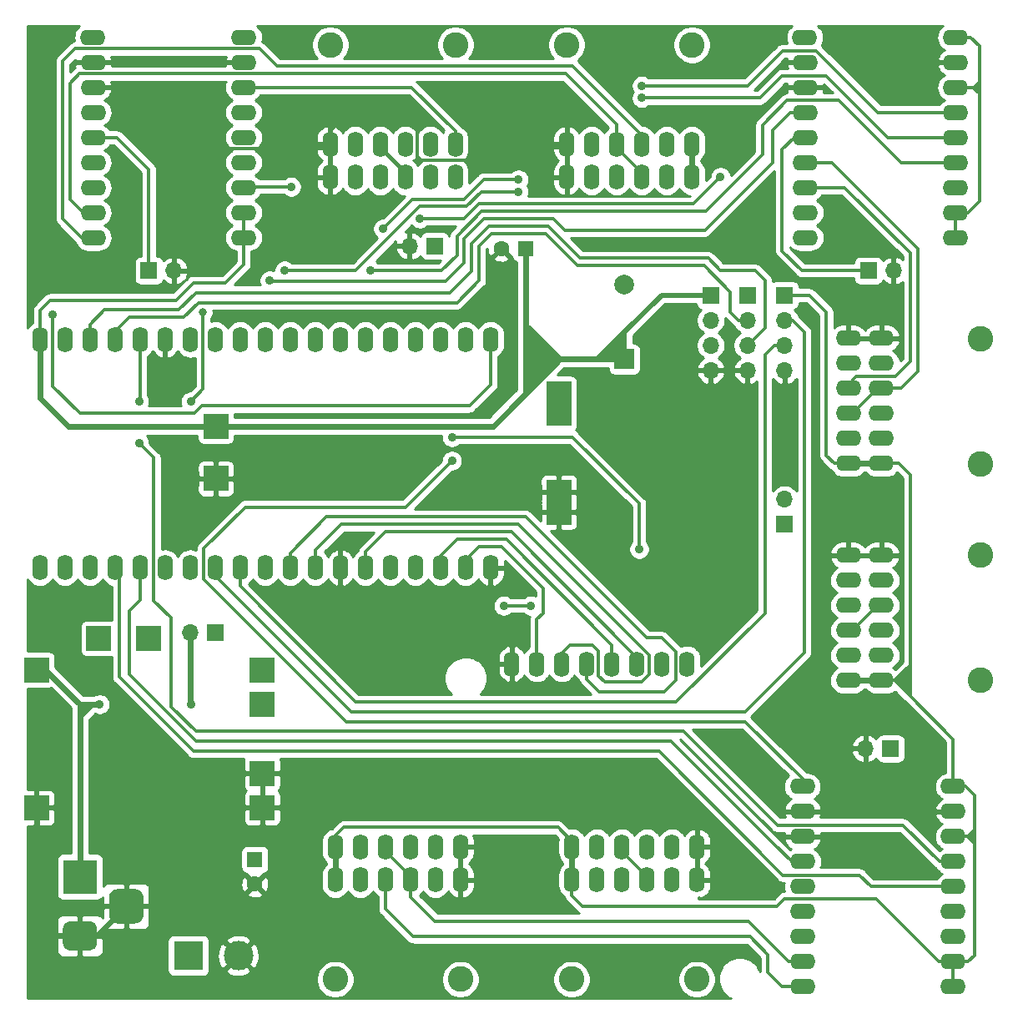
<source format=gbl>
G04 #@! TF.GenerationSoftware,KiCad,Pcbnew,(5.1.9)-1*
G04 #@! TF.CreationDate,2021-04-18T14:16:19+07:00*
G04 #@! TF.ProjectId,kicad-weight-scale-6-ch,6b696361-642d-4776-9569-6768742d7363,rev?*
G04 #@! TF.SameCoordinates,Original*
G04 #@! TF.FileFunction,Copper,L2,Bot*
G04 #@! TF.FilePolarity,Positive*
%FSLAX46Y46*%
G04 Gerber Fmt 4.6, Leading zero omitted, Abs format (unit mm)*
G04 Created by KiCad (PCBNEW (5.1.9)-1) date 2021-04-18 14:16:19*
%MOMM*%
%LPD*%
G01*
G04 APERTURE LIST*
G04 #@! TA.AperFunction,ComponentPad*
%ADD10O,1.600000X2.600000*%
G04 #@! TD*
G04 #@! TA.AperFunction,WasherPad*
%ADD11C,2.600000*%
G04 #@! TD*
G04 #@! TA.AperFunction,ComponentPad*
%ADD12O,1.700000X1.700000*%
G04 #@! TD*
G04 #@! TA.AperFunction,ComponentPad*
%ADD13R,1.700000X1.700000*%
G04 #@! TD*
G04 #@! TA.AperFunction,ComponentPad*
%ADD14R,2.500000X2.500000*%
G04 #@! TD*
G04 #@! TA.AperFunction,ComponentPad*
%ADD15O,2.600000X1.600000*%
G04 #@! TD*
G04 #@! TA.AperFunction,ComponentPad*
%ADD16R,3.500000X3.500000*%
G04 #@! TD*
G04 #@! TA.AperFunction,ComponentPad*
%ADD17C,3.000000*%
G04 #@! TD*
G04 #@! TA.AperFunction,ComponentPad*
%ADD18R,3.000000X3.000000*%
G04 #@! TD*
G04 #@! TA.AperFunction,ComponentPad*
%ADD19C,2.000000*%
G04 #@! TD*
G04 #@! TA.AperFunction,ComponentPad*
%ADD20R,2.000000X2.000000*%
G04 #@! TD*
G04 #@! TA.AperFunction,ComponentPad*
%ADD21C,1.600000*%
G04 #@! TD*
G04 #@! TA.AperFunction,ComponentPad*
%ADD22R,1.600000X1.600000*%
G04 #@! TD*
G04 #@! TA.AperFunction,ViaPad*
%ADD23C,0.900000*%
G04 #@! TD*
G04 #@! TA.AperFunction,ViaPad*
%ADD24C,3.500000*%
G04 #@! TD*
G04 #@! TA.AperFunction,ViaPad*
%ADD25C,0.800000*%
G04 #@! TD*
G04 #@! TA.AperFunction,Conductor*
%ADD26C,0.600000*%
G04 #@! TD*
G04 #@! TA.AperFunction,Conductor*
%ADD27C,0.300000*%
G04 #@! TD*
G04 #@! TA.AperFunction,Conductor*
%ADD28C,0.500000*%
G04 #@! TD*
G04 #@! TA.AperFunction,Conductor*
%ADD29C,0.400000*%
G04 #@! TD*
G04 #@! TA.AperFunction,Conductor*
%ADD30C,0.254000*%
G04 #@! TD*
G04 #@! TA.AperFunction,Conductor*
%ADD31C,0.100000*%
G04 #@! TD*
G04 APERTURE END LIST*
D10*
X147660000Y-82500000D03*
X145120000Y-82500000D03*
X142580000Y-82500000D03*
X140040000Y-82500000D03*
X137500000Y-82500000D03*
X134960000Y-82500000D03*
X132420000Y-82500000D03*
X129880000Y-82500000D03*
X127340000Y-82500000D03*
X124800000Y-82500000D03*
X122260000Y-82500000D03*
X119720000Y-82500000D03*
X117180000Y-82500000D03*
X114640000Y-82500000D03*
X112100000Y-82500000D03*
X109560000Y-82500000D03*
X107020000Y-82500000D03*
X104480000Y-82500000D03*
X101940000Y-82500000D03*
X101940000Y-105660000D03*
X104480000Y-105660000D03*
X107020000Y-105660000D03*
X109560000Y-105660000D03*
X112100000Y-105660000D03*
X114640000Y-105660000D03*
X117180000Y-105660000D03*
X119720000Y-105660000D03*
X122260000Y-105660000D03*
X124800000Y-105660000D03*
X127340000Y-105660000D03*
X129880000Y-105660000D03*
X132420000Y-105660000D03*
X134960000Y-105660000D03*
X137500000Y-105660000D03*
X140040000Y-105660000D03*
X142580000Y-105660000D03*
X145120000Y-105660000D03*
X147660000Y-105660000D03*
D11*
X155400000Y-52600000D03*
X168100000Y-52600000D03*
D10*
X168080000Y-66020000D03*
X165540000Y-66020000D03*
X163000000Y-66020000D03*
X160460000Y-66020000D03*
X157920000Y-66020000D03*
X155380000Y-66020000D03*
X155380000Y-62680000D03*
X157920000Y-62680000D03*
X160460000Y-62680000D03*
X163000000Y-62680000D03*
X165540000Y-62680000D03*
X168080000Y-62680000D03*
D11*
X131400000Y-52600000D03*
X144100000Y-52600000D03*
D10*
X144080000Y-66020000D03*
X141540000Y-66020000D03*
X139000000Y-66020000D03*
X136460000Y-66020000D03*
X133920000Y-66020000D03*
X131380000Y-66020000D03*
X131380000Y-62680000D03*
X133920000Y-62680000D03*
X136460000Y-62680000D03*
X139000000Y-62680000D03*
X141540000Y-62680000D03*
X144080000Y-62680000D03*
D12*
X117210000Y-112250000D03*
D13*
X119750000Y-112250000D03*
D14*
X113000000Y-112840000D03*
X107920000Y-112840000D03*
X124500000Y-116000000D03*
X124500000Y-119500000D03*
X124500000Y-126500000D03*
X124500000Y-130000000D03*
X101600000Y-116000000D03*
X101600000Y-130000000D03*
D11*
X197400000Y-104400000D03*
X197400000Y-117100000D03*
D15*
X183980000Y-117080000D03*
X183980000Y-114540000D03*
X183980000Y-112000000D03*
X183980000Y-109460000D03*
X183980000Y-106920000D03*
X183980000Y-104380000D03*
X187320000Y-104380000D03*
X187320000Y-106920000D03*
X187320000Y-109460000D03*
X187320000Y-112000000D03*
X187320000Y-114540000D03*
X187320000Y-117080000D03*
X179590000Y-72160000D03*
X179590000Y-69620000D03*
X179590000Y-67080000D03*
X179590000Y-64540000D03*
X179590000Y-62000000D03*
X179590000Y-59460000D03*
X179590000Y-56920000D03*
X179590000Y-54380000D03*
X179550000Y-51840000D03*
X194870000Y-51840000D03*
X194870000Y-54380000D03*
X194870000Y-56920000D03*
X194870000Y-59460000D03*
X194870000Y-62000000D03*
X194870000Y-64540000D03*
X194870000Y-67080000D03*
X194870000Y-69620000D03*
X194870000Y-72160000D03*
G04 #@! TA.AperFunction,ComponentPad*
G36*
G01*
X111575000Y-141750000D02*
X109825000Y-141750000D01*
G75*
G02*
X108950000Y-140875000I0J875000D01*
G01*
X108950000Y-139125000D01*
G75*
G02*
X109825000Y-138250000I875000J0D01*
G01*
X111575000Y-138250000D01*
G75*
G02*
X112450000Y-139125000I0J-875000D01*
G01*
X112450000Y-140875000D01*
G75*
G02*
X111575000Y-141750000I-875000J0D01*
G01*
G37*
G04 #@! TD.AperFunction*
G04 #@! TA.AperFunction,ComponentPad*
G36*
G01*
X107000000Y-144500000D02*
X105000000Y-144500000D01*
G75*
G02*
X104250000Y-143750000I0J750000D01*
G01*
X104250000Y-142250000D01*
G75*
G02*
X105000000Y-141500000I750000J0D01*
G01*
X107000000Y-141500000D01*
G75*
G02*
X107750000Y-142250000I0J-750000D01*
G01*
X107750000Y-143750000D01*
G75*
G02*
X107000000Y-144500000I-750000J0D01*
G01*
G37*
G04 #@! TD.AperFunction*
D16*
X106000000Y-137000000D03*
D10*
X149830000Y-115410000D03*
X152370000Y-115410000D03*
X154910000Y-115410000D03*
X157450000Y-115410000D03*
X159990000Y-115410000D03*
X162530000Y-115410000D03*
X165070000Y-115410000D03*
X167610000Y-115410000D03*
D17*
X122080000Y-145000000D03*
D18*
X117000000Y-145000000D03*
D19*
X161250000Y-76900000D03*
D20*
X161250000Y-84500000D03*
D21*
X123750000Y-137750000D03*
D22*
X123750000Y-135250000D03*
D21*
X148750000Y-73250000D03*
D22*
X151250000Y-73250000D03*
D12*
X139460000Y-73000000D03*
D13*
X142000000Y-73000000D03*
D12*
X170000000Y-85620000D03*
X170000000Y-83080000D03*
X170000000Y-80540000D03*
D13*
X170000000Y-78000000D03*
D12*
X173750000Y-85620000D03*
X173750000Y-83080000D03*
X173750000Y-80540000D03*
D13*
X173750000Y-78000000D03*
D12*
X177500000Y-85620000D03*
X177500000Y-83080000D03*
X177500000Y-80540000D03*
D13*
X177500000Y-78000000D03*
D12*
X115540000Y-75500000D03*
D13*
X113000000Y-75500000D03*
D12*
X188540000Y-75500000D03*
D13*
X186000000Y-75500000D03*
D12*
X185710000Y-124000000D03*
D13*
X188250000Y-124000000D03*
D12*
X177500000Y-98710000D03*
D13*
X177500000Y-101250000D03*
D14*
X119800000Y-91300000D03*
X119800000Y-96600000D03*
X154600000Y-88000000D03*
X154600000Y-90000000D03*
X154600000Y-98000000D03*
X154600000Y-100000000D03*
D15*
X107340000Y-72160000D03*
X107340000Y-69620000D03*
X107340000Y-67080000D03*
X107340000Y-64540000D03*
X107340000Y-62000000D03*
X107340000Y-59460000D03*
X107340000Y-56920000D03*
X107340000Y-54380000D03*
X107300000Y-51840000D03*
X122620000Y-51840000D03*
X122620000Y-54380000D03*
X122620000Y-56920000D03*
X122620000Y-59460000D03*
X122620000Y-62000000D03*
X122620000Y-64540000D03*
X122620000Y-67080000D03*
X122620000Y-69620000D03*
X122620000Y-72160000D03*
X179340000Y-148160000D03*
X179340000Y-145620000D03*
X179340000Y-143080000D03*
X179340000Y-140540000D03*
X179340000Y-138000000D03*
X179340000Y-135460000D03*
X179340000Y-132920000D03*
X179340000Y-130380000D03*
X179300000Y-127840000D03*
X194620000Y-127840000D03*
X194620000Y-130380000D03*
X194620000Y-132920000D03*
X194620000Y-135460000D03*
X194620000Y-138000000D03*
X194620000Y-140540000D03*
X194620000Y-143080000D03*
X194620000Y-145620000D03*
X194620000Y-148160000D03*
D11*
X197400000Y-82400000D03*
X197400000Y-95100000D03*
D15*
X183980000Y-95080000D03*
X183980000Y-92540000D03*
X183980000Y-90000000D03*
X183980000Y-87460000D03*
X183980000Y-84920000D03*
X183980000Y-82380000D03*
X187320000Y-82380000D03*
X187320000Y-84920000D03*
X187320000Y-87460000D03*
X187320000Y-90000000D03*
X187320000Y-92540000D03*
X187320000Y-95080000D03*
D11*
X144600000Y-147400000D03*
X131900000Y-147400000D03*
D10*
X131920000Y-133980000D03*
X134460000Y-133980000D03*
X137000000Y-133980000D03*
X139540000Y-133980000D03*
X142080000Y-133980000D03*
X144620000Y-133980000D03*
X144620000Y-137320000D03*
X142080000Y-137320000D03*
X139540000Y-137320000D03*
X137000000Y-137320000D03*
X134460000Y-137320000D03*
X131920000Y-137320000D03*
D11*
X168600000Y-147400000D03*
X155900000Y-147400000D03*
D10*
X155920000Y-133980000D03*
X158460000Y-133980000D03*
X161000000Y-133980000D03*
X163540000Y-133980000D03*
X166080000Y-133980000D03*
X168620000Y-133980000D03*
X168620000Y-137320000D03*
X166080000Y-137320000D03*
X163540000Y-137320000D03*
X161000000Y-137320000D03*
X158460000Y-137320000D03*
X155920000Y-137320000D03*
D23*
X172250000Y-104500000D03*
D24*
X179250000Y-122500000D03*
X128500000Y-72250000D03*
X160250000Y-105750000D03*
X127250000Y-146000000D03*
X173700000Y-72300000D03*
D23*
X114600000Y-93000000D03*
X114600000Y-88800000D03*
X149000000Y-109500000D03*
X151750000Y-109500000D03*
X143750000Y-92400000D03*
X162750000Y-103750000D03*
X117250000Y-88800000D03*
D25*
X118500000Y-79750000D03*
D23*
X171000000Y-66000000D03*
X140500000Y-70250000D03*
X127434314Y-67000000D03*
X135500000Y-75500000D03*
X103250000Y-80000000D03*
X143750000Y-94800000D03*
X163000000Y-56750000D03*
X150500000Y-66250000D03*
X136750000Y-71250000D03*
X163000000Y-58000000D03*
X150500000Y-67500000D03*
X126750000Y-75500000D03*
X125250000Y-76500000D03*
X112000000Y-88800000D03*
X112000000Y-93000000D03*
X108000000Y-119500000D03*
X117250000Y-119500000D03*
D26*
X101600000Y-140850000D02*
X101600000Y-130000000D01*
X103750000Y-143000000D02*
X101600000Y-140850000D01*
X103750000Y-143000000D02*
X106000000Y-143000000D01*
X107700000Y-143000000D02*
X110700000Y-140000000D01*
X106000000Y-143000000D02*
X107700000Y-143000000D01*
D27*
X131380000Y-63080000D02*
X131170000Y-63080000D01*
X131099990Y-63150010D02*
X115650010Y-63150010D01*
X131170000Y-63080000D02*
X131099990Y-63150010D01*
X109420000Y-56920000D02*
X107340000Y-56920000D01*
X115650010Y-63150010D02*
X109420000Y-56920000D01*
X131380000Y-61370000D02*
X131380000Y-63080000D01*
X132250000Y-60500000D02*
X131380000Y-61370000D01*
X140250000Y-61250000D02*
X139500000Y-60500000D01*
X139500000Y-60500000D02*
X132250000Y-60500000D01*
X140250000Y-64000000D02*
X140250000Y-61250000D01*
X140580010Y-64330010D02*
X140250000Y-64000000D01*
X146420000Y-63080000D02*
X145169990Y-64330010D01*
X145169990Y-64330010D02*
X140580010Y-64330010D01*
X155380000Y-63080000D02*
X146420000Y-63080000D01*
X118200000Y-96600000D02*
X114600000Y-93000000D01*
X119800000Y-96600000D02*
X118200000Y-96600000D01*
X114600000Y-82540000D02*
X114640000Y-82500000D01*
X114600000Y-88800000D02*
X114600000Y-82540000D01*
D26*
X101940000Y-82500000D02*
X101940000Y-88440000D01*
X104800000Y-91300000D02*
X119800000Y-91300000D01*
X101940000Y-88440000D02*
X104800000Y-91300000D01*
X151250000Y-87949998D02*
X149599999Y-89599999D01*
X154699998Y-84500000D02*
X149599999Y-89599999D01*
X131920000Y-134380000D02*
X131920000Y-136920000D01*
X155920000Y-134380000D02*
X155920000Y-136920000D01*
X186920000Y-117080000D02*
X184380000Y-117080000D01*
X184380000Y-95080000D02*
X186920000Y-95080000D01*
X168080000Y-65620000D02*
X168080000Y-63080000D01*
D27*
X122620000Y-69620000D02*
X122620000Y-72160000D01*
X122620000Y-56920000D02*
X139670000Y-56920000D01*
X144080000Y-61330000D02*
X144080000Y-63080000D01*
X139670000Y-56920000D02*
X144080000Y-61330000D01*
X194870000Y-69620000D02*
X194870000Y-72160000D01*
X194870000Y-51840000D02*
X196340000Y-51840000D01*
X196340000Y-51840000D02*
X197250000Y-52750000D01*
X194870000Y-69620000D02*
X196130000Y-69620000D01*
X196130000Y-69620000D02*
X197250000Y-68500000D01*
X197170000Y-56920000D02*
X197250000Y-57000000D01*
X197250000Y-57000000D02*
X197250000Y-56250000D01*
X184380000Y-95080000D02*
X182580000Y-95080000D01*
X182580000Y-95080000D02*
X181750000Y-94250000D01*
X181750000Y-94250000D02*
X181750000Y-79750000D01*
X180000000Y-78000000D02*
X177500000Y-78000000D01*
X181750000Y-79750000D02*
X180000000Y-78000000D01*
X120750000Y-76750000D02*
X122620000Y-74880000D01*
X117500000Y-76750000D02*
X120750000Y-76750000D01*
X115750000Y-78500000D02*
X117500000Y-76750000D01*
X103000000Y-78500000D02*
X115750000Y-78500000D01*
X122620000Y-74880000D02*
X122620000Y-72160000D01*
X101940000Y-79560000D02*
X103000000Y-78500000D01*
X101940000Y-82500000D02*
X101940000Y-79560000D01*
D28*
X165000000Y-78000000D02*
X170000000Y-78000000D01*
X161250000Y-81750000D02*
X165000000Y-78000000D01*
D27*
X186920000Y-95080000D02*
X189080000Y-95080000D01*
X189080000Y-95080000D02*
X190250000Y-96250000D01*
X190250000Y-96250000D02*
X190250000Y-115500000D01*
X188670000Y-117080000D02*
X186920000Y-117080000D01*
X190250000Y-115500000D02*
X188670000Y-117080000D01*
X194620000Y-127840000D02*
X194620000Y-123030000D01*
X196750000Y-132250000D02*
X196750000Y-128750000D01*
X195840000Y-127840000D02*
X194620000Y-127840000D01*
X196750000Y-128750000D02*
X195840000Y-127840000D01*
X194620000Y-148160000D02*
X194620000Y-145620000D01*
X194620000Y-145620000D02*
X196130000Y-145620000D01*
X196130000Y-145620000D02*
X196750000Y-145000000D01*
X196670000Y-132920000D02*
X196750000Y-133000000D01*
X196750000Y-133000000D02*
X196750000Y-132250000D01*
X131920000Y-134380000D02*
X131920000Y-132830000D01*
X131920000Y-132830000D02*
X132750000Y-132000000D01*
X132750000Y-132000000D02*
X154500000Y-132000000D01*
X155920000Y-133420000D02*
X155920000Y-134380000D01*
X154500000Y-132000000D02*
X155920000Y-133420000D01*
X193120000Y-145620000D02*
X194620000Y-145620000D01*
X186750000Y-139250000D02*
X193120000Y-145620000D01*
X176750000Y-140000000D02*
X177500000Y-139250000D01*
X177500000Y-139250000D02*
X186750000Y-139250000D01*
X157000000Y-140000000D02*
X176750000Y-140000000D01*
X155920000Y-138920000D02*
X157000000Y-140000000D01*
X155920000Y-136920000D02*
X155920000Y-138920000D01*
D26*
X147900000Y-91300000D02*
X119800000Y-91300000D01*
X149599999Y-89599999D02*
X147900000Y-91300000D01*
D27*
X190250000Y-118550000D02*
X190195000Y-118605000D01*
X190195000Y-118605000D02*
X188670000Y-117080000D01*
X194620000Y-123030000D02*
X190195000Y-118605000D01*
X190250000Y-115850000D02*
X189000000Y-117100000D01*
X190250000Y-115500000D02*
X190250000Y-115850000D01*
X190250000Y-115850000D02*
X190250000Y-118550000D01*
X189000000Y-117100000D02*
X190100000Y-118200000D01*
X190100000Y-118200000D02*
X190100000Y-116300000D01*
X190100000Y-116300000D02*
X189300000Y-117100000D01*
X189300000Y-117100000D02*
X189900000Y-117700000D01*
X189900000Y-117700000D02*
X189900000Y-116800000D01*
X189900000Y-116800000D02*
X189600000Y-117100000D01*
X189600000Y-117100000D02*
X189700000Y-117200000D01*
X196920000Y-56920000D02*
X197170000Y-56920000D01*
X197250000Y-56050000D02*
X197250000Y-56590000D01*
X197250000Y-52750000D02*
X197250000Y-56050000D01*
X197250000Y-56590000D02*
X196920000Y-56920000D01*
X197250000Y-56050000D02*
X197250000Y-56250000D01*
X197020000Y-56920000D02*
X197250000Y-57150000D01*
X196920000Y-56920000D02*
X197020000Y-56920000D01*
X197250000Y-57150000D02*
X197250000Y-57000000D01*
D26*
X154699998Y-84500000D02*
X154699998Y-84499998D01*
X154699998Y-84499998D02*
X151250000Y-81050000D01*
X151250000Y-73250000D02*
X151250000Y-81050000D01*
X151250000Y-81050000D02*
X151250000Y-87450000D01*
X151250000Y-87450000D02*
X151250000Y-87949998D01*
X152000000Y-85100000D02*
X152900000Y-84200000D01*
X152000000Y-82800000D02*
X152000000Y-85200000D01*
X151600000Y-81900000D02*
X151600000Y-86300000D01*
X152000000Y-85200000D02*
X152000000Y-85100000D01*
X153500000Y-84300000D02*
X152000000Y-82800000D01*
X151600000Y-86200000D02*
X153500000Y-84300000D01*
X151600000Y-86300000D02*
X151600000Y-86200000D01*
X154100000Y-84400000D02*
X151600000Y-81900000D01*
X151250000Y-87250000D02*
X154100000Y-84400000D01*
X151250000Y-87450000D02*
X151250000Y-87250000D01*
X152900000Y-84200000D02*
X152400000Y-84200000D01*
X152400000Y-84200000D02*
X152400000Y-83700000D01*
D27*
X196750000Y-132450000D02*
X196280000Y-132920000D01*
X196750000Y-132250000D02*
X196750000Y-132450000D01*
X196280000Y-132920000D02*
X196670000Y-132920000D01*
X196320000Y-132920000D02*
X196750000Y-133350000D01*
X196280000Y-132920000D02*
X196320000Y-132920000D01*
X196750000Y-133350000D02*
X196750000Y-133000000D01*
X196720000Y-57020000D02*
X197250000Y-57550000D01*
X197250000Y-57550000D02*
X197250000Y-57150000D01*
X196720000Y-56920000D02*
X196720000Y-57020000D01*
X197250000Y-68500000D02*
X197250000Y-57550000D01*
X194870000Y-56920000D02*
X196720000Y-56920000D01*
X196720000Y-56920000D02*
X196920000Y-56920000D01*
X197250000Y-56390000D02*
X196720000Y-56920000D01*
X197250000Y-56250000D02*
X197250000Y-56390000D01*
X196080000Y-132980000D02*
X196750000Y-133650000D01*
X196750000Y-133650000D02*
X196750000Y-133350000D01*
X196750000Y-145000000D02*
X196750000Y-133650000D01*
X194620000Y-132920000D02*
X196080000Y-132920000D01*
X196080000Y-132920000D02*
X196080000Y-132980000D01*
X196080000Y-132920000D02*
X196280000Y-132920000D01*
X196750000Y-132250000D02*
X196080000Y-132920000D01*
D28*
X158500000Y-84500000D02*
X161250000Y-81750000D01*
X158300000Y-84500000D02*
X158500000Y-84500000D01*
D26*
X158300000Y-84500000D02*
X154699998Y-84500000D01*
D28*
X161250000Y-82250000D02*
X161150000Y-82250000D01*
X161250000Y-84500000D02*
X161250000Y-82250000D01*
X161250000Y-82250000D02*
X161250000Y-81750000D01*
X159000000Y-84400000D02*
X159000000Y-84500000D01*
D26*
X159000000Y-84500000D02*
X158300000Y-84500000D01*
X161250000Y-84500000D02*
X159000000Y-84500000D01*
D28*
X160750000Y-84000000D02*
X161250000Y-84500000D01*
X159400000Y-84000000D02*
X159000000Y-84400000D01*
X160800000Y-84050000D02*
X161250000Y-84500000D01*
X160800000Y-82600000D02*
X160800000Y-84050000D01*
X161150000Y-82250000D02*
X160800000Y-82600000D01*
X160300000Y-83550000D02*
X161250000Y-84500000D01*
X160300000Y-83100000D02*
X160300000Y-83550000D01*
X160800000Y-82600000D02*
X160300000Y-83100000D01*
X159950000Y-83450000D02*
X159950000Y-83550000D01*
X160300000Y-83100000D02*
X159950000Y-83450000D01*
X159950000Y-83450000D02*
X159400000Y-84000000D01*
X160000000Y-83600000D02*
X160000000Y-84000000D01*
X159950000Y-83550000D02*
X160000000Y-83600000D01*
X160000000Y-84000000D02*
X160750000Y-84000000D01*
X159400000Y-84000000D02*
X160000000Y-84000000D01*
D26*
X106000000Y-137000000D02*
X106000000Y-134500000D01*
D27*
X154600000Y-90000000D02*
X154600000Y-88000000D01*
X173750000Y-80540000D02*
X172790000Y-80540000D01*
X146500000Y-73000000D02*
X146500000Y-76500000D01*
X172790000Y-80540000D02*
X172000000Y-79750000D01*
X172000000Y-79750000D02*
X172000000Y-77669998D01*
X109560000Y-81690000D02*
X109560000Y-82500000D01*
X172000000Y-77669998D02*
X169330002Y-75000000D01*
X156500000Y-75000000D02*
X153250000Y-71750000D01*
X169330002Y-75000000D02*
X156500000Y-75000000D01*
X153250000Y-71750000D02*
X147750000Y-71750000D01*
X147750000Y-71750000D02*
X146500000Y-73000000D01*
X144250000Y-78750000D02*
X118000000Y-78750000D01*
X111000000Y-80250000D02*
X109560000Y-81690000D01*
X118000000Y-78750000D02*
X116500000Y-80250000D01*
X146500000Y-76500000D02*
X144250000Y-78750000D01*
X116500000Y-80250000D02*
X111000000Y-80250000D01*
X173750000Y-83080000D02*
X175500000Y-81330000D01*
X116000000Y-79500000D02*
X108500000Y-79500000D01*
X169750000Y-74250000D02*
X156750000Y-74250000D01*
X117750000Y-77750000D02*
X116000000Y-79500000D01*
X175500000Y-76500000D02*
X174500000Y-75500000D01*
X108500000Y-79500000D02*
X107020000Y-80980000D01*
X174500000Y-75500000D02*
X171000000Y-75500000D01*
X153500000Y-71000000D02*
X147500000Y-71000000D01*
X171000000Y-75500000D02*
X169750000Y-74250000D01*
X175500000Y-81330000D02*
X175500000Y-76500000D01*
X143550000Y-77750000D02*
X117750000Y-77750000D01*
X107020000Y-80980000D02*
X107020000Y-82500000D01*
X156750000Y-74250000D02*
X153500000Y-71000000D01*
X145750000Y-72750000D02*
X145750000Y-75550000D01*
X147500000Y-71000000D02*
X145750000Y-72750000D01*
X145750000Y-75550000D02*
X143550000Y-77750000D01*
X122260000Y-105660000D02*
X122260000Y-107510000D01*
X122260000Y-107510000D02*
X134000000Y-119250000D01*
X134000000Y-119250000D02*
X166500000Y-119250000D01*
X166500000Y-119250000D02*
X175500000Y-110250000D01*
X175500000Y-110250000D02*
X175500000Y-84000000D01*
X176420000Y-83080000D02*
X177500000Y-83080000D01*
X175500000Y-84000000D02*
X176420000Y-83080000D01*
X177500000Y-80540000D02*
X178290000Y-80540000D01*
X178290000Y-80540000D02*
X179500000Y-81750000D01*
X179500000Y-81750000D02*
X179500000Y-114250000D01*
X179500000Y-114250000D02*
X173500000Y-120250000D01*
X173500000Y-120250000D02*
X133500000Y-120250000D01*
X119720000Y-106470000D02*
X119720000Y-105660000D01*
X133500000Y-120250000D02*
X119720000Y-106470000D01*
X113000000Y-75500000D02*
X113000000Y-65250000D01*
X109750000Y-62000000D02*
X107340000Y-62000000D01*
X113000000Y-65250000D02*
X109750000Y-62000000D01*
X179590000Y-62000000D02*
X179250000Y-62000000D01*
X186000000Y-75500000D02*
X179250000Y-75500000D01*
X179250000Y-75500000D02*
X177250000Y-73500000D01*
X177250000Y-73500000D02*
X177250000Y-63250000D01*
X178500000Y-62000000D02*
X179590000Y-62000000D01*
X177250000Y-63250000D02*
X178500000Y-62000000D01*
X149000000Y-109500000D02*
X151750000Y-109500000D01*
X162750000Y-99150000D02*
X162750000Y-103750000D01*
X156000000Y-92400000D02*
X162750000Y-99150000D01*
X143750000Y-92400000D02*
X156000000Y-92400000D01*
X171000000Y-66000000D02*
X168250000Y-68750000D01*
X168250000Y-68750000D02*
X153250000Y-68750000D01*
X153250000Y-68750000D02*
X147000000Y-68750000D01*
X147000000Y-68750000D02*
X146500000Y-68750000D01*
X146500000Y-68750000D02*
X145000000Y-70250000D01*
X145000000Y-70250000D02*
X140500000Y-70250000D01*
X122855686Y-67315686D02*
X122620000Y-67080000D01*
X122700000Y-67000000D02*
X122620000Y-67080000D01*
X127434314Y-67000000D02*
X122700000Y-67000000D01*
X118500000Y-87550000D02*
X117250000Y-88800000D01*
X118500000Y-79750000D02*
X118500000Y-87550000D01*
X122620000Y-64540000D02*
X123540000Y-64540000D01*
X142000000Y-75500000D02*
X135500000Y-75500000D01*
X144250000Y-73950000D02*
X142700000Y-75500000D01*
X146750000Y-69500000D02*
X144250000Y-72000000D01*
X169500000Y-69500000D02*
X146750000Y-69500000D01*
X142700000Y-75500000D02*
X142000000Y-75500000D01*
X175250000Y-63750000D02*
X169500000Y-69500000D01*
X175250000Y-60750000D02*
X175250000Y-63750000D01*
X177750000Y-58250000D02*
X175250000Y-60750000D01*
X144250000Y-72000000D02*
X144250000Y-73950000D01*
X183000000Y-58250000D02*
X177750000Y-58250000D01*
X189290000Y-64540000D02*
X183000000Y-58250000D01*
X194870000Y-64540000D02*
X189290000Y-64540000D01*
X147660000Y-87090000D02*
X147660000Y-82500000D01*
X106000001Y-90000001D02*
X103250000Y-87250000D01*
X103250000Y-87250000D02*
X103250000Y-80000000D01*
X117634001Y-90000001D02*
X106000001Y-90000001D01*
X118409002Y-89225000D02*
X117634001Y-90000001D01*
X145525000Y-89225000D02*
X118409002Y-89225000D01*
X145525000Y-89225000D02*
X147660000Y-87090000D01*
X173500000Y-121250000D02*
X179300000Y-127050000D01*
X133000000Y-121250000D02*
X173500000Y-121250000D01*
X118569990Y-106819990D02*
X133000000Y-121250000D01*
X118569990Y-103680010D02*
X118569990Y-106819990D01*
X122750000Y-99500000D02*
X118569990Y-103680010D01*
X139050000Y-99500000D02*
X122750000Y-99500000D01*
X179300000Y-127050000D02*
X179300000Y-127840000D01*
X143750000Y-94800000D02*
X139050000Y-99500000D01*
D29*
X136460000Y-63080000D02*
X139000000Y-65620000D01*
D27*
X163000000Y-65620000D02*
X160460000Y-63080000D01*
X160460000Y-63080000D02*
X160460000Y-60710000D01*
X155280010Y-55530010D02*
X105969990Y-55530010D01*
X160460000Y-60710000D02*
X155280010Y-55530010D01*
X105969990Y-55530010D02*
X105000000Y-56500000D01*
X105000000Y-56500000D02*
X105000000Y-68250000D01*
X106370000Y-69620000D02*
X107340000Y-69620000D01*
X105000000Y-68250000D02*
X106370000Y-69620000D01*
X163000000Y-63080000D02*
X163000000Y-61750000D01*
X163000000Y-61750000D02*
X156000000Y-54750000D01*
X156000000Y-54750000D02*
X126000000Y-54750000D01*
X124240010Y-52990010D02*
X105509990Y-52990010D01*
X126000000Y-54750000D02*
X124240010Y-52990010D01*
X105509990Y-52990010D02*
X104250000Y-54250000D01*
X104250000Y-54250000D02*
X104250000Y-70250000D01*
X106160000Y-72160000D02*
X107340000Y-72160000D01*
X104250000Y-70250000D02*
X106160000Y-72160000D01*
X139750000Y-68250000D02*
X136750000Y-71250000D01*
X145000000Y-68250000D02*
X139750000Y-68250000D01*
X147000000Y-66250000D02*
X145000000Y-68250000D01*
X150500000Y-66250000D02*
X147000000Y-66250000D01*
X177270010Y-53229990D02*
X173750000Y-56750000D01*
X180729990Y-53229990D02*
X177270010Y-53229990D01*
X186960000Y-59460000D02*
X180729990Y-53229990D01*
X173750000Y-56750000D02*
X163000000Y-56750000D01*
X194870000Y-59460000D02*
X186960000Y-59460000D01*
X134000000Y-75500000D02*
X127500000Y-75500000D01*
X140500000Y-69000000D02*
X134000000Y-75500000D01*
X145250000Y-69000000D02*
X140500000Y-69000000D01*
X146750000Y-67500000D02*
X145250000Y-69000000D01*
X150500000Y-67500000D02*
X146750000Y-67500000D01*
X175000000Y-58000000D02*
X163000000Y-58000000D01*
X177250000Y-55750000D02*
X175000000Y-58000000D01*
X181750000Y-55750000D02*
X177250000Y-55750000D01*
X188000000Y-62000000D02*
X181750000Y-55750000D01*
X194870000Y-62000000D02*
X188000000Y-62000000D01*
X127500000Y-75500000D02*
X126750000Y-75500000D01*
X179590000Y-59460000D02*
X178790000Y-59460000D01*
X176250000Y-61250000D02*
X178040000Y-59460000D01*
X155200000Y-71400000D02*
X169400000Y-71400000D01*
X154050000Y-70250000D02*
X155200000Y-71400000D01*
X176250000Y-64550000D02*
X176250000Y-61250000D01*
X169400000Y-71400000D02*
X176250000Y-64550000D01*
X147000000Y-70250000D02*
X154050000Y-70250000D01*
X145000000Y-72250000D02*
X147000000Y-70250000D01*
X143075000Y-76625000D02*
X145000000Y-74700000D01*
X178040000Y-59460000D02*
X179590000Y-59460000D01*
X145000000Y-74700000D02*
X145000000Y-72250000D01*
X125375000Y-76625000D02*
X143075000Y-76625000D01*
X125250000Y-76500000D02*
X125375000Y-76625000D01*
X115250000Y-119750000D02*
X117750000Y-122250000D01*
X193210000Y-135460000D02*
X194620000Y-135460000D01*
X115250000Y-110750000D02*
X115250000Y-119750000D01*
X113489990Y-108989990D02*
X115250000Y-110750000D01*
X113489990Y-94489990D02*
X113489990Y-108989990D01*
X112000000Y-93000000D02*
X113489990Y-94489990D01*
X167000000Y-122250000D02*
X167250000Y-122250000D01*
X117750000Y-122250000D02*
X167000000Y-122250000D01*
X189519990Y-131769990D02*
X189625000Y-131875000D01*
X167250000Y-122250000D02*
X176769990Y-131769990D01*
X189625000Y-131875000D02*
X193210000Y-135460000D01*
X176769990Y-131769990D02*
X189519990Y-131769990D01*
X112100000Y-88700000D02*
X112000000Y-88800000D01*
X112100000Y-82500000D02*
X112100000Y-88700000D01*
X109560000Y-105660000D02*
X109560000Y-105810000D01*
X185099990Y-136849990D02*
X186250000Y-138000000D01*
X177349990Y-136849990D02*
X185099990Y-136849990D01*
X117500000Y-124250000D02*
X164750000Y-124250000D01*
X110000000Y-116750000D02*
X117500000Y-124250000D01*
X110000000Y-106000000D02*
X110000000Y-116750000D01*
X164750000Y-124250000D02*
X177349990Y-136849990D01*
X109660000Y-105660000D02*
X110000000Y-106000000D01*
X109560000Y-105660000D02*
X109660000Y-105660000D01*
X186250000Y-138000000D02*
X194620000Y-138000000D01*
X178210000Y-135460000D02*
X179340000Y-135460000D01*
X176500000Y-133750000D02*
X178210000Y-135460000D01*
X111000000Y-116500000D02*
X117750000Y-123250000D01*
X111000000Y-110000000D02*
X111000000Y-116500000D01*
X112100000Y-108900000D02*
X111000000Y-110000000D01*
X112100000Y-105660000D02*
X112100000Y-108900000D01*
X176500000Y-133750000D02*
X166000000Y-123250000D01*
X117750000Y-123250000D02*
X166000000Y-123250000D01*
X163500000Y-112750000D02*
X151250000Y-100500000D01*
X165000000Y-112750000D02*
X163500000Y-112750000D01*
X166459990Y-114209990D02*
X165000000Y-112750000D01*
X166459990Y-117040010D02*
X166459990Y-114209990D01*
X131000000Y-100500000D02*
X127340000Y-104160000D01*
X165250000Y-118250000D02*
X166459990Y-117040010D01*
X151250000Y-100500000D02*
X131000000Y-100500000D01*
X158690000Y-118250000D02*
X165250000Y-118250000D01*
X157450000Y-117010000D02*
X158690000Y-118250000D01*
X127340000Y-104160000D02*
X127340000Y-105660000D01*
X157450000Y-115410000D02*
X157450000Y-117010000D01*
X129880000Y-103870000D02*
X129880000Y-105660000D01*
X132500000Y-101250000D02*
X129880000Y-103870000D01*
X150496359Y-101250000D02*
X132500000Y-101250000D01*
X159250000Y-117250000D02*
X163000000Y-117250000D01*
X163750000Y-116500000D02*
X163750000Y-114503641D01*
X163000000Y-117250000D02*
X163750000Y-116500000D01*
X158600010Y-116600010D02*
X159250000Y-117250000D01*
X158600010Y-114100010D02*
X158600010Y-116600010D01*
X155750000Y-113500000D02*
X158000000Y-113500000D01*
X163750000Y-114503641D02*
X150496359Y-101250000D01*
X154910000Y-114340000D02*
X155750000Y-113500000D01*
X158000000Y-113500000D02*
X158600010Y-114100010D01*
X154910000Y-115410000D02*
X154910000Y-114340000D01*
X162530000Y-114780000D02*
X162530000Y-115410000D01*
X149750000Y-102000000D02*
X162530000Y-114780000D01*
X137000000Y-102000000D02*
X149750000Y-102000000D01*
X134960000Y-104040000D02*
X137000000Y-102000000D01*
X134960000Y-105660000D02*
X134960000Y-104040000D01*
X159990000Y-115410000D02*
X159990000Y-114490000D01*
X144250000Y-102750000D02*
X142580000Y-104420000D01*
X142580000Y-104420000D02*
X142580000Y-105660000D01*
X149250000Y-102750000D02*
X144250000Y-102750000D01*
X159990000Y-113490000D02*
X149250000Y-102750000D01*
X159990000Y-115410000D02*
X159990000Y-113490000D01*
X152370000Y-110880000D02*
X152370000Y-115410000D01*
X153000000Y-110250000D02*
X152370000Y-110880000D01*
X148750000Y-103500000D02*
X153000000Y-107750000D01*
X146500000Y-103500000D02*
X148750000Y-103500000D01*
X145120000Y-104880000D02*
X146500000Y-103500000D01*
X153000000Y-107750000D02*
X153000000Y-110250000D01*
X145120000Y-105660000D02*
X145120000Y-104880000D01*
X184380000Y-90000000D02*
X186920000Y-87460000D01*
X180790000Y-64540000D02*
X179590000Y-64540000D01*
X182290000Y-64540000D02*
X179590000Y-64540000D01*
X191000000Y-73250000D02*
X182290000Y-64540000D01*
X191000000Y-85750000D02*
X191000000Y-73250000D01*
X189290000Y-87460000D02*
X191000000Y-85750000D01*
X186920000Y-87460000D02*
X189290000Y-87460000D01*
X182330000Y-67080000D02*
X179590000Y-67080000D01*
X183580000Y-67080000D02*
X182330000Y-67080000D01*
X190250000Y-84750000D02*
X190250000Y-73750000D01*
X188750000Y-86250000D02*
X190250000Y-84750000D01*
X184750000Y-86250000D02*
X188750000Y-86250000D01*
X190250000Y-73750000D02*
X183580000Y-67080000D01*
X184380000Y-86620000D02*
X184750000Y-86250000D01*
X184380000Y-87460000D02*
X184380000Y-86620000D01*
X186920000Y-109460000D02*
X184380000Y-112000000D01*
X161000000Y-134380000D02*
X163540000Y-136920000D01*
X137000000Y-140250000D02*
X137000000Y-136920000D01*
X139830000Y-143080000D02*
X137000000Y-140250000D01*
X139830000Y-143080000D02*
X173980000Y-143080000D01*
X173980000Y-143080000D02*
X175800000Y-144900000D01*
X175800000Y-144900000D02*
X175800000Y-146700000D01*
X177260000Y-148160000D02*
X179340000Y-148160000D01*
X175800000Y-146700000D02*
X177260000Y-148160000D01*
X137000000Y-134380000D02*
X139540000Y-136920000D01*
X139540000Y-139040000D02*
X139540000Y-136920000D01*
X142000000Y-141500000D02*
X139540000Y-139040000D01*
X179340000Y-145620000D02*
X177920000Y-145620000D01*
X173800000Y-141500000D02*
X142000000Y-141500000D01*
X177920000Y-145620000D02*
X173800000Y-141500000D01*
D26*
X106000000Y-121000000D02*
X106000000Y-137100000D01*
X102500000Y-116000000D02*
X101600000Y-116000000D01*
X106000000Y-119500000D02*
X102500000Y-116000000D01*
X117210000Y-119460000D02*
X117250000Y-119500000D01*
X117210000Y-112250000D02*
X117210000Y-119460000D01*
X106600000Y-119500000D02*
X106000000Y-120100000D01*
X106700000Y-119500000D02*
X106600000Y-119500000D01*
X106000000Y-119500000D02*
X106000000Y-120100000D01*
X106000000Y-119500000D02*
X106700000Y-119500000D01*
X107100000Y-119600000D02*
X106000000Y-120700000D01*
X107100000Y-119500000D02*
X107100000Y-119600000D01*
X106000000Y-120700000D02*
X106000000Y-121000000D01*
X106700000Y-119500000D02*
X107100000Y-119500000D01*
X106000000Y-120100000D02*
X106000000Y-120700000D01*
X107100000Y-119500000D02*
X108000000Y-119500000D01*
D30*
X100741068Y-106961100D02*
X100920392Y-107179607D01*
X101138899Y-107358932D01*
X101388192Y-107492182D01*
X101658691Y-107574236D01*
X101940000Y-107601943D01*
X102221308Y-107574236D01*
X102491807Y-107492182D01*
X102741100Y-107358932D01*
X102959607Y-107179608D01*
X103138932Y-106961101D01*
X103210000Y-106828142D01*
X103281068Y-106961100D01*
X103460392Y-107179607D01*
X103678899Y-107358932D01*
X103928192Y-107492182D01*
X104198691Y-107574236D01*
X104480000Y-107601943D01*
X104761308Y-107574236D01*
X105031807Y-107492182D01*
X105281100Y-107358932D01*
X105499607Y-107179608D01*
X105678932Y-106961101D01*
X105750000Y-106828142D01*
X105821068Y-106961100D01*
X106000392Y-107179607D01*
X106218899Y-107358932D01*
X106468192Y-107492182D01*
X106738691Y-107574236D01*
X107020000Y-107601943D01*
X107301308Y-107574236D01*
X107571807Y-107492182D01*
X107821100Y-107358932D01*
X108039607Y-107179608D01*
X108218932Y-106961101D01*
X108290000Y-106828142D01*
X108361068Y-106961100D01*
X108540392Y-107179607D01*
X108758899Y-107358932D01*
X109008192Y-107492182D01*
X109215000Y-107554916D01*
X109215000Y-110956360D01*
X109170000Y-110951928D01*
X106670000Y-110951928D01*
X106545518Y-110964188D01*
X106425820Y-111000498D01*
X106315506Y-111059463D01*
X106218815Y-111138815D01*
X106139463Y-111235506D01*
X106080498Y-111345820D01*
X106044188Y-111465518D01*
X106031928Y-111590000D01*
X106031928Y-114090000D01*
X106044188Y-114214482D01*
X106080498Y-114334180D01*
X106139463Y-114444494D01*
X106218815Y-114541185D01*
X106315506Y-114620537D01*
X106425820Y-114679502D01*
X106545518Y-114715812D01*
X106670000Y-114728072D01*
X109170000Y-114728072D01*
X109215001Y-114723640D01*
X109215001Y-116711437D01*
X109211203Y-116750000D01*
X109226359Y-116903886D01*
X109271246Y-117051859D01*
X109285524Y-117078571D01*
X109344139Y-117188233D01*
X109377394Y-117228754D01*
X109417655Y-117277812D01*
X109417659Y-117277816D01*
X109442237Y-117307764D01*
X109472185Y-117332342D01*
X116917653Y-124777810D01*
X116942236Y-124807764D01*
X117061767Y-124905862D01*
X117190148Y-124974482D01*
X117198140Y-124978754D01*
X117346113Y-125023642D01*
X117421026Y-125031020D01*
X117461439Y-125035000D01*
X117461444Y-125035000D01*
X117500000Y-125038797D01*
X117538556Y-125035000D01*
X122651646Y-125035000D01*
X122624188Y-125125518D01*
X122611928Y-125250000D01*
X122615000Y-126214250D01*
X122773750Y-126373000D01*
X124373000Y-126373000D01*
X124373000Y-126353000D01*
X124627000Y-126353000D01*
X124627000Y-126373000D01*
X126226250Y-126373000D01*
X126385000Y-126214250D01*
X126388072Y-125250000D01*
X126375812Y-125125518D01*
X126348354Y-125035000D01*
X164424843Y-125035000D01*
X176767643Y-137377800D01*
X176792226Y-137407754D01*
X176911757Y-137505852D01*
X177016368Y-137561767D01*
X177048130Y-137578744D01*
X177196103Y-137623632D01*
X177271016Y-137631010D01*
X177311429Y-137634990D01*
X177311434Y-137634990D01*
X177349990Y-137638787D01*
X177388546Y-137634990D01*
X177451154Y-137634990D01*
X177425764Y-137718691D01*
X177398057Y-138000000D01*
X177425764Y-138281309D01*
X177480904Y-138463084D01*
X177461446Y-138465000D01*
X177461439Y-138465000D01*
X177360490Y-138474943D01*
X177346112Y-138476359D01*
X177198140Y-138521246D01*
X177061767Y-138594138D01*
X177001559Y-138643550D01*
X176972187Y-138667655D01*
X176972184Y-138667658D01*
X176942236Y-138692236D01*
X176917657Y-138722185D01*
X176424843Y-139215000D01*
X168747002Y-139215000D01*
X168747002Y-139089916D01*
X168969039Y-139211904D01*
X169051818Y-139194367D01*
X169311646Y-139083715D01*
X169544895Y-138924500D01*
X169742601Y-138722839D01*
X169897166Y-138486483D01*
X170002650Y-138224514D01*
X170055000Y-137947000D01*
X170055000Y-137447000D01*
X168747000Y-137447000D01*
X168747000Y-137467000D01*
X168493000Y-137467000D01*
X168493000Y-137447000D01*
X168473000Y-137447000D01*
X168473000Y-137193000D01*
X168493000Y-137193000D01*
X168493000Y-134107000D01*
X168747000Y-134107000D01*
X168747000Y-137193000D01*
X170055000Y-137193000D01*
X170055000Y-136693000D01*
X170002650Y-136415486D01*
X169897166Y-136153517D01*
X169742601Y-135917161D01*
X169544895Y-135715500D01*
X169448938Y-135650000D01*
X169544895Y-135584500D01*
X169742601Y-135382839D01*
X169897166Y-135146483D01*
X170002650Y-134884514D01*
X170055000Y-134607000D01*
X170055000Y-134107000D01*
X168747000Y-134107000D01*
X168493000Y-134107000D01*
X168473000Y-134107000D01*
X168473000Y-133853000D01*
X168493000Y-133853000D01*
X168493000Y-132210085D01*
X168747000Y-132210085D01*
X168747000Y-133853000D01*
X170055000Y-133853000D01*
X170055000Y-133353000D01*
X170002650Y-133075486D01*
X169897166Y-132813517D01*
X169742601Y-132577161D01*
X169544895Y-132375500D01*
X169311646Y-132216285D01*
X169051818Y-132105633D01*
X168969039Y-132088096D01*
X168747000Y-132210085D01*
X168493000Y-132210085D01*
X168270961Y-132088096D01*
X168188182Y-132105633D01*
X167928354Y-132216285D01*
X167695105Y-132375500D01*
X167497399Y-132577161D01*
X167347265Y-132806741D01*
X167278932Y-132678899D01*
X167099607Y-132460392D01*
X166881100Y-132281068D01*
X166631807Y-132147818D01*
X166361308Y-132065764D01*
X166080000Y-132038057D01*
X165798691Y-132065764D01*
X165528192Y-132147818D01*
X165278899Y-132281068D01*
X165060392Y-132460393D01*
X164881068Y-132678900D01*
X164810000Y-132811858D01*
X164738932Y-132678899D01*
X164559607Y-132460392D01*
X164341100Y-132281068D01*
X164091807Y-132147818D01*
X163821308Y-132065764D01*
X163540000Y-132038057D01*
X163258691Y-132065764D01*
X162988192Y-132147818D01*
X162738899Y-132281068D01*
X162520392Y-132460393D01*
X162341068Y-132678900D01*
X162270000Y-132811858D01*
X162198932Y-132678899D01*
X162019607Y-132460392D01*
X161801100Y-132281068D01*
X161551807Y-132147818D01*
X161281308Y-132065764D01*
X161000000Y-132038057D01*
X160718691Y-132065764D01*
X160448192Y-132147818D01*
X160198899Y-132281068D01*
X159980392Y-132460393D01*
X159801068Y-132678900D01*
X159730000Y-132811858D01*
X159658932Y-132678899D01*
X159479607Y-132460392D01*
X159261100Y-132281068D01*
X159011807Y-132147818D01*
X158741308Y-132065764D01*
X158460000Y-132038057D01*
X158178691Y-132065764D01*
X157908192Y-132147818D01*
X157658899Y-132281068D01*
X157440392Y-132460393D01*
X157261068Y-132678900D01*
X157190000Y-132811858D01*
X157118932Y-132678899D01*
X156939607Y-132460392D01*
X156721100Y-132281068D01*
X156471807Y-132147818D01*
X156201308Y-132065764D01*
X155920000Y-132038057D01*
X155672583Y-132062426D01*
X155082347Y-131472190D01*
X155057764Y-131442236D01*
X154938233Y-131344138D01*
X154801860Y-131271246D01*
X154653887Y-131226359D01*
X154538561Y-131215000D01*
X154538553Y-131215000D01*
X154500000Y-131211203D01*
X154461447Y-131215000D01*
X132788552Y-131215000D01*
X132749999Y-131211203D01*
X132711446Y-131215000D01*
X132711439Y-131215000D01*
X132610490Y-131224943D01*
X132596112Y-131226359D01*
X132561672Y-131236806D01*
X132448140Y-131271246D01*
X132311767Y-131344138D01*
X132251559Y-131393550D01*
X132222187Y-131417655D01*
X132222184Y-131417658D01*
X132192236Y-131442236D01*
X132167657Y-131472185D01*
X131545945Y-132093898D01*
X131368192Y-132147818D01*
X131118899Y-132281068D01*
X130900392Y-132460393D01*
X130721068Y-132678900D01*
X130587818Y-132928193D01*
X130505764Y-133198692D01*
X130485000Y-133409509D01*
X130485000Y-134550492D01*
X130505764Y-134761309D01*
X130587818Y-135031808D01*
X130721068Y-135281101D01*
X130900393Y-135499608D01*
X130985000Y-135569044D01*
X130985001Y-135730956D01*
X130900393Y-135800392D01*
X130721068Y-136018899D01*
X130587818Y-136268192D01*
X130505764Y-136538691D01*
X130485000Y-136749508D01*
X130485000Y-137890491D01*
X130505764Y-138101308D01*
X130587818Y-138371807D01*
X130721068Y-138621100D01*
X130900392Y-138839607D01*
X131118899Y-139018932D01*
X131368192Y-139152182D01*
X131638691Y-139234236D01*
X131920000Y-139261943D01*
X132201308Y-139234236D01*
X132471807Y-139152182D01*
X132721100Y-139018932D01*
X132939607Y-138839608D01*
X133118932Y-138621101D01*
X133190000Y-138488142D01*
X133261068Y-138621100D01*
X133440392Y-138839607D01*
X133658899Y-139018932D01*
X133908192Y-139152182D01*
X134178691Y-139234236D01*
X134460000Y-139261943D01*
X134741308Y-139234236D01*
X135011807Y-139152182D01*
X135261100Y-139018932D01*
X135479607Y-138839608D01*
X135658932Y-138621101D01*
X135730000Y-138488142D01*
X135801068Y-138621100D01*
X135980392Y-138839607D01*
X136198899Y-139018932D01*
X136215000Y-139027538D01*
X136215000Y-140211447D01*
X136211203Y-140250000D01*
X136215000Y-140288553D01*
X136215000Y-140288560D01*
X136226359Y-140403886D01*
X136271246Y-140551859D01*
X136344138Y-140688232D01*
X136442236Y-140807764D01*
X136472190Y-140832347D01*
X139247658Y-143607816D01*
X139272236Y-143637764D01*
X139302184Y-143662342D01*
X139302187Y-143662345D01*
X139331559Y-143686450D01*
X139391767Y-143735862D01*
X139528140Y-143808754D01*
X139641672Y-143843194D01*
X139676112Y-143853641D01*
X139690490Y-143855057D01*
X139791439Y-143865000D01*
X139791446Y-143865000D01*
X139829999Y-143868797D01*
X139868552Y-143865000D01*
X173654843Y-143865000D01*
X175015000Y-145225157D01*
X175015001Y-146625674D01*
X174886322Y-146315015D01*
X174647200Y-145957144D01*
X174342856Y-145652800D01*
X173984985Y-145413678D01*
X173587341Y-145248969D01*
X173165204Y-145165000D01*
X172734796Y-145165000D01*
X172312659Y-145248969D01*
X171915015Y-145413678D01*
X171557144Y-145652800D01*
X171252800Y-145957144D01*
X171013678Y-146315015D01*
X170848969Y-146712659D01*
X170765000Y-147134796D01*
X170765000Y-147565204D01*
X170848969Y-147987341D01*
X171013678Y-148384985D01*
X171252800Y-148742856D01*
X171557144Y-149047200D01*
X171915015Y-149286322D01*
X172044606Y-149340000D01*
X100660000Y-149340000D01*
X100660000Y-147209419D01*
X129965000Y-147209419D01*
X129965000Y-147590581D01*
X130039361Y-147964419D01*
X130185225Y-148316566D01*
X130396987Y-148633491D01*
X130666509Y-148903013D01*
X130983434Y-149114775D01*
X131335581Y-149260639D01*
X131709419Y-149335000D01*
X132090581Y-149335000D01*
X132464419Y-149260639D01*
X132816566Y-149114775D01*
X133133491Y-148903013D01*
X133403013Y-148633491D01*
X133614775Y-148316566D01*
X133760639Y-147964419D01*
X133835000Y-147590581D01*
X133835000Y-147209419D01*
X142665000Y-147209419D01*
X142665000Y-147590581D01*
X142739361Y-147964419D01*
X142885225Y-148316566D01*
X143096987Y-148633491D01*
X143366509Y-148903013D01*
X143683434Y-149114775D01*
X144035581Y-149260639D01*
X144409419Y-149335000D01*
X144790581Y-149335000D01*
X145164419Y-149260639D01*
X145516566Y-149114775D01*
X145833491Y-148903013D01*
X146103013Y-148633491D01*
X146314775Y-148316566D01*
X146460639Y-147964419D01*
X146535000Y-147590581D01*
X146535000Y-147209419D01*
X153965000Y-147209419D01*
X153965000Y-147590581D01*
X154039361Y-147964419D01*
X154185225Y-148316566D01*
X154396987Y-148633491D01*
X154666509Y-148903013D01*
X154983434Y-149114775D01*
X155335581Y-149260639D01*
X155709419Y-149335000D01*
X156090581Y-149335000D01*
X156464419Y-149260639D01*
X156816566Y-149114775D01*
X157133491Y-148903013D01*
X157403013Y-148633491D01*
X157614775Y-148316566D01*
X157760639Y-147964419D01*
X157835000Y-147590581D01*
X157835000Y-147209419D01*
X166665000Y-147209419D01*
X166665000Y-147590581D01*
X166739361Y-147964419D01*
X166885225Y-148316566D01*
X167096987Y-148633491D01*
X167366509Y-148903013D01*
X167683434Y-149114775D01*
X168035581Y-149260639D01*
X168409419Y-149335000D01*
X168790581Y-149335000D01*
X169164419Y-149260639D01*
X169516566Y-149114775D01*
X169833491Y-148903013D01*
X170103013Y-148633491D01*
X170314775Y-148316566D01*
X170460639Y-147964419D01*
X170535000Y-147590581D01*
X170535000Y-147209419D01*
X170460639Y-146835581D01*
X170314775Y-146483434D01*
X170103013Y-146166509D01*
X169833491Y-145896987D01*
X169516566Y-145685225D01*
X169164419Y-145539361D01*
X168790581Y-145465000D01*
X168409419Y-145465000D01*
X168035581Y-145539361D01*
X167683434Y-145685225D01*
X167366509Y-145896987D01*
X167096987Y-146166509D01*
X166885225Y-146483434D01*
X166739361Y-146835581D01*
X166665000Y-147209419D01*
X157835000Y-147209419D01*
X157760639Y-146835581D01*
X157614775Y-146483434D01*
X157403013Y-146166509D01*
X157133491Y-145896987D01*
X156816566Y-145685225D01*
X156464419Y-145539361D01*
X156090581Y-145465000D01*
X155709419Y-145465000D01*
X155335581Y-145539361D01*
X154983434Y-145685225D01*
X154666509Y-145896987D01*
X154396987Y-146166509D01*
X154185225Y-146483434D01*
X154039361Y-146835581D01*
X153965000Y-147209419D01*
X146535000Y-147209419D01*
X146460639Y-146835581D01*
X146314775Y-146483434D01*
X146103013Y-146166509D01*
X145833491Y-145896987D01*
X145516566Y-145685225D01*
X145164419Y-145539361D01*
X144790581Y-145465000D01*
X144409419Y-145465000D01*
X144035581Y-145539361D01*
X143683434Y-145685225D01*
X143366509Y-145896987D01*
X143096987Y-146166509D01*
X142885225Y-146483434D01*
X142739361Y-146835581D01*
X142665000Y-147209419D01*
X133835000Y-147209419D01*
X133760639Y-146835581D01*
X133614775Y-146483434D01*
X133403013Y-146166509D01*
X133133491Y-145896987D01*
X132816566Y-145685225D01*
X132464419Y-145539361D01*
X132090581Y-145465000D01*
X131709419Y-145465000D01*
X131335581Y-145539361D01*
X130983434Y-145685225D01*
X130666509Y-145896987D01*
X130396987Y-146166509D01*
X130185225Y-146483434D01*
X130039361Y-146835581D01*
X129965000Y-147209419D01*
X100660000Y-147209419D01*
X100660000Y-144500000D01*
X103611928Y-144500000D01*
X103624188Y-144624482D01*
X103660498Y-144744180D01*
X103719463Y-144854494D01*
X103798815Y-144951185D01*
X103895506Y-145030537D01*
X104005820Y-145089502D01*
X104125518Y-145125812D01*
X104250000Y-145138072D01*
X105714250Y-145135000D01*
X105873000Y-144976250D01*
X105873000Y-143127000D01*
X106127000Y-143127000D01*
X106127000Y-144976250D01*
X106285750Y-145135000D01*
X107750000Y-145138072D01*
X107874482Y-145125812D01*
X107994180Y-145089502D01*
X108104494Y-145030537D01*
X108201185Y-144951185D01*
X108280537Y-144854494D01*
X108339502Y-144744180D01*
X108375812Y-144624482D01*
X108388072Y-144500000D01*
X108385543Y-143500000D01*
X114861928Y-143500000D01*
X114861928Y-146500000D01*
X114874188Y-146624482D01*
X114910498Y-146744180D01*
X114969463Y-146854494D01*
X115048815Y-146951185D01*
X115145506Y-147030537D01*
X115255820Y-147089502D01*
X115375518Y-147125812D01*
X115500000Y-147138072D01*
X118500000Y-147138072D01*
X118624482Y-147125812D01*
X118744180Y-147089502D01*
X118854494Y-147030537D01*
X118951185Y-146951185D01*
X119030537Y-146854494D01*
X119089502Y-146744180D01*
X119125812Y-146624482D01*
X119138072Y-146500000D01*
X119138072Y-146491653D01*
X120767952Y-146491653D01*
X120923962Y-146807214D01*
X121298745Y-146998020D01*
X121703551Y-147112044D01*
X122122824Y-147144902D01*
X122540451Y-147095334D01*
X122940383Y-146965243D01*
X123236038Y-146807214D01*
X123392048Y-146491653D01*
X122080000Y-145179605D01*
X120767952Y-146491653D01*
X119138072Y-146491653D01*
X119138072Y-145042824D01*
X119935098Y-145042824D01*
X119984666Y-145460451D01*
X120114757Y-145860383D01*
X120272786Y-146156038D01*
X120588347Y-146312048D01*
X121900395Y-145000000D01*
X122259605Y-145000000D01*
X123571653Y-146312048D01*
X123887214Y-146156038D01*
X124078020Y-145781255D01*
X124192044Y-145376449D01*
X124224902Y-144957176D01*
X124175334Y-144539549D01*
X124045243Y-144139617D01*
X123887214Y-143843962D01*
X123571653Y-143687952D01*
X122259605Y-145000000D01*
X121900395Y-145000000D01*
X120588347Y-143687952D01*
X120272786Y-143843962D01*
X120081980Y-144218745D01*
X119967956Y-144623551D01*
X119935098Y-145042824D01*
X119138072Y-145042824D01*
X119138072Y-143508347D01*
X120767952Y-143508347D01*
X122080000Y-144820395D01*
X123392048Y-143508347D01*
X123236038Y-143192786D01*
X122861255Y-143001980D01*
X122456449Y-142887956D01*
X122037176Y-142855098D01*
X121619549Y-142904666D01*
X121219617Y-143034757D01*
X120923962Y-143192786D01*
X120767952Y-143508347D01*
X119138072Y-143508347D01*
X119138072Y-143500000D01*
X119125812Y-143375518D01*
X119089502Y-143255820D01*
X119030537Y-143145506D01*
X118951185Y-143048815D01*
X118854494Y-142969463D01*
X118744180Y-142910498D01*
X118624482Y-142874188D01*
X118500000Y-142861928D01*
X115500000Y-142861928D01*
X115375518Y-142874188D01*
X115255820Y-142910498D01*
X115145506Y-142969463D01*
X115048815Y-143048815D01*
X114969463Y-143145506D01*
X114910498Y-143255820D01*
X114874188Y-143375518D01*
X114861928Y-143500000D01*
X108385543Y-143500000D01*
X108385000Y-143285750D01*
X108226250Y-143127000D01*
X106127000Y-143127000D01*
X105873000Y-143127000D01*
X103773750Y-143127000D01*
X103615000Y-143285750D01*
X103611928Y-144500000D01*
X100660000Y-144500000D01*
X100660000Y-141500000D01*
X103611928Y-141500000D01*
X103615000Y-142714250D01*
X103773750Y-142873000D01*
X105873000Y-142873000D01*
X105873000Y-141023750D01*
X106127000Y-141023750D01*
X106127000Y-142873000D01*
X108226250Y-142873000D01*
X108385000Y-142714250D01*
X108386698Y-142043195D01*
X108419463Y-142104494D01*
X108498815Y-142201185D01*
X108595506Y-142280537D01*
X108705820Y-142339502D01*
X108825518Y-142375812D01*
X108950000Y-142388072D01*
X110414250Y-142385000D01*
X110573000Y-142226250D01*
X110573000Y-140127000D01*
X110827000Y-140127000D01*
X110827000Y-142226250D01*
X110985750Y-142385000D01*
X112450000Y-142388072D01*
X112574482Y-142375812D01*
X112694180Y-142339502D01*
X112804494Y-142280537D01*
X112901185Y-142201185D01*
X112980537Y-142104494D01*
X113039502Y-141994180D01*
X113075812Y-141874482D01*
X113088072Y-141750000D01*
X113085000Y-140285750D01*
X112926250Y-140127000D01*
X110827000Y-140127000D01*
X110573000Y-140127000D01*
X108473750Y-140127000D01*
X108315000Y-140285750D01*
X108313069Y-141206367D01*
X108280537Y-141145506D01*
X108201185Y-141048815D01*
X108104494Y-140969463D01*
X107994180Y-140910498D01*
X107874482Y-140874188D01*
X107750000Y-140861928D01*
X106285750Y-140865000D01*
X106127000Y-141023750D01*
X105873000Y-141023750D01*
X105714250Y-140865000D01*
X104250000Y-140861928D01*
X104125518Y-140874188D01*
X104005820Y-140910498D01*
X103895506Y-140969463D01*
X103798815Y-141048815D01*
X103719463Y-141145506D01*
X103660498Y-141255820D01*
X103624188Y-141375518D01*
X103611928Y-141500000D01*
X100660000Y-141500000D01*
X100660000Y-131887084D01*
X101314250Y-131885000D01*
X101473000Y-131726250D01*
X101473000Y-130127000D01*
X101727000Y-130127000D01*
X101727000Y-131726250D01*
X101885750Y-131885000D01*
X102850000Y-131888072D01*
X102974482Y-131875812D01*
X103094180Y-131839502D01*
X103204494Y-131780537D01*
X103301185Y-131701185D01*
X103380537Y-131604494D01*
X103439502Y-131494180D01*
X103475812Y-131374482D01*
X103488072Y-131250000D01*
X103485000Y-130285750D01*
X103326250Y-130127000D01*
X101727000Y-130127000D01*
X101473000Y-130127000D01*
X101453000Y-130127000D01*
X101453000Y-129873000D01*
X101473000Y-129873000D01*
X101473000Y-128273750D01*
X101727000Y-128273750D01*
X101727000Y-129873000D01*
X103326250Y-129873000D01*
X103485000Y-129714250D01*
X103488072Y-128750000D01*
X103475812Y-128625518D01*
X103439502Y-128505820D01*
X103380537Y-128395506D01*
X103301185Y-128298815D01*
X103204494Y-128219463D01*
X103094180Y-128160498D01*
X102974482Y-128124188D01*
X102850000Y-128111928D01*
X101885750Y-128115000D01*
X101727000Y-128273750D01*
X101473000Y-128273750D01*
X101314250Y-128115000D01*
X100660000Y-128112916D01*
X100660000Y-117888072D01*
X102850000Y-117888072D01*
X102974482Y-117875812D01*
X103035126Y-117857416D01*
X105065000Y-119887290D01*
X105065000Y-120054068D01*
X105060476Y-120100000D01*
X105065000Y-120145932D01*
X105065000Y-120654068D01*
X105060476Y-120700000D01*
X105065000Y-120745932D01*
X105065000Y-120954069D01*
X105065001Y-134454068D01*
X105065001Y-134611928D01*
X104250000Y-134611928D01*
X104125518Y-134624188D01*
X104005820Y-134660498D01*
X103895506Y-134719463D01*
X103798815Y-134798815D01*
X103719463Y-134895506D01*
X103660498Y-135005820D01*
X103624188Y-135125518D01*
X103611928Y-135250000D01*
X103611928Y-138750000D01*
X103624188Y-138874482D01*
X103660498Y-138994180D01*
X103719463Y-139104494D01*
X103798815Y-139201185D01*
X103895506Y-139280537D01*
X104005820Y-139339502D01*
X104125518Y-139375812D01*
X104250000Y-139388072D01*
X107750000Y-139388072D01*
X107874482Y-139375812D01*
X107994180Y-139339502D01*
X108104494Y-139280537D01*
X108201185Y-139201185D01*
X108280537Y-139104494D01*
X108313591Y-139042655D01*
X108315000Y-139714250D01*
X108473750Y-139873000D01*
X110573000Y-139873000D01*
X110573000Y-137773750D01*
X110827000Y-137773750D01*
X110827000Y-139873000D01*
X112926250Y-139873000D01*
X113085000Y-139714250D01*
X113087038Y-138742702D01*
X122936903Y-138742702D01*
X123008486Y-138986671D01*
X123263996Y-139107571D01*
X123538184Y-139176300D01*
X123820512Y-139190217D01*
X124100130Y-139148787D01*
X124366292Y-139053603D01*
X124491514Y-138986671D01*
X124563097Y-138742702D01*
X123750000Y-137929605D01*
X122936903Y-138742702D01*
X113087038Y-138742702D01*
X113088072Y-138250000D01*
X113075812Y-138125518D01*
X113039502Y-138005820D01*
X112980537Y-137895506D01*
X112918992Y-137820512D01*
X122309783Y-137820512D01*
X122351213Y-138100130D01*
X122446397Y-138366292D01*
X122513329Y-138491514D01*
X122757298Y-138563097D01*
X123570395Y-137750000D01*
X123929605Y-137750000D01*
X124742702Y-138563097D01*
X124986671Y-138491514D01*
X125107571Y-138236004D01*
X125176300Y-137961816D01*
X125190217Y-137679488D01*
X125148787Y-137399870D01*
X125053603Y-137133708D01*
X124986671Y-137008486D01*
X124742702Y-136936903D01*
X123929605Y-137750000D01*
X123570395Y-137750000D01*
X122757298Y-136936903D01*
X122513329Y-137008486D01*
X122392429Y-137263996D01*
X122323700Y-137538184D01*
X122309783Y-137820512D01*
X112918992Y-137820512D01*
X112901185Y-137798815D01*
X112804494Y-137719463D01*
X112694180Y-137660498D01*
X112574482Y-137624188D01*
X112450000Y-137611928D01*
X110985750Y-137615000D01*
X110827000Y-137773750D01*
X110573000Y-137773750D01*
X110414250Y-137615000D01*
X108950000Y-137611928D01*
X108825518Y-137624188D01*
X108705820Y-137660498D01*
X108595506Y-137719463D01*
X108498815Y-137798815D01*
X108419463Y-137895506D01*
X108388072Y-137954233D01*
X108388072Y-135250000D01*
X108375812Y-135125518D01*
X108339502Y-135005820D01*
X108280537Y-134895506D01*
X108201185Y-134798815D01*
X108104494Y-134719463D01*
X107994180Y-134660498D01*
X107874482Y-134624188D01*
X107750000Y-134611928D01*
X106935000Y-134611928D01*
X106935000Y-134450000D01*
X122311928Y-134450000D01*
X122311928Y-136050000D01*
X122324188Y-136174482D01*
X122360498Y-136294180D01*
X122419463Y-136404494D01*
X122498815Y-136501185D01*
X122595506Y-136580537D01*
X122705820Y-136639502D01*
X122825518Y-136675812D01*
X122950000Y-136688072D01*
X122957215Y-136688072D01*
X122936903Y-136757298D01*
X123750000Y-137570395D01*
X124563097Y-136757298D01*
X124542785Y-136688072D01*
X124550000Y-136688072D01*
X124674482Y-136675812D01*
X124794180Y-136639502D01*
X124904494Y-136580537D01*
X125001185Y-136501185D01*
X125080537Y-136404494D01*
X125139502Y-136294180D01*
X125175812Y-136174482D01*
X125188072Y-136050000D01*
X125188072Y-134450000D01*
X125175812Y-134325518D01*
X125139502Y-134205820D01*
X125080537Y-134095506D01*
X125001185Y-133998815D01*
X124904494Y-133919463D01*
X124794180Y-133860498D01*
X124674482Y-133824188D01*
X124550000Y-133811928D01*
X122950000Y-133811928D01*
X122825518Y-133824188D01*
X122705820Y-133860498D01*
X122595506Y-133919463D01*
X122498815Y-133998815D01*
X122419463Y-134095506D01*
X122360498Y-134205820D01*
X122324188Y-134325518D01*
X122311928Y-134450000D01*
X106935000Y-134450000D01*
X106935000Y-131250000D01*
X122611928Y-131250000D01*
X122624188Y-131374482D01*
X122660498Y-131494180D01*
X122719463Y-131604494D01*
X122798815Y-131701185D01*
X122895506Y-131780537D01*
X123005820Y-131839502D01*
X123125518Y-131875812D01*
X123250000Y-131888072D01*
X124214250Y-131885000D01*
X124373000Y-131726250D01*
X124373000Y-130127000D01*
X124627000Y-130127000D01*
X124627000Y-131726250D01*
X124785750Y-131885000D01*
X125750000Y-131888072D01*
X125874482Y-131875812D01*
X125994180Y-131839502D01*
X126104494Y-131780537D01*
X126201185Y-131701185D01*
X126280537Y-131604494D01*
X126339502Y-131494180D01*
X126375812Y-131374482D01*
X126388072Y-131250000D01*
X126385000Y-130285750D01*
X126226250Y-130127000D01*
X124627000Y-130127000D01*
X124373000Y-130127000D01*
X122773750Y-130127000D01*
X122615000Y-130285750D01*
X122611928Y-131250000D01*
X106935000Y-131250000D01*
X106935000Y-127750000D01*
X122611928Y-127750000D01*
X122624188Y-127874482D01*
X122660498Y-127994180D01*
X122719463Y-128104494D01*
X122798815Y-128201185D01*
X122858296Y-128250000D01*
X122798815Y-128298815D01*
X122719463Y-128395506D01*
X122660498Y-128505820D01*
X122624188Y-128625518D01*
X122611928Y-128750000D01*
X122615000Y-129714250D01*
X122773750Y-129873000D01*
X124373000Y-129873000D01*
X124373000Y-128273750D01*
X124349250Y-128250000D01*
X124373000Y-128226250D01*
X124373000Y-126627000D01*
X124627000Y-126627000D01*
X124627000Y-128226250D01*
X124650750Y-128250000D01*
X124627000Y-128273750D01*
X124627000Y-129873000D01*
X126226250Y-129873000D01*
X126385000Y-129714250D01*
X126388072Y-128750000D01*
X126375812Y-128625518D01*
X126339502Y-128505820D01*
X126280537Y-128395506D01*
X126201185Y-128298815D01*
X126141704Y-128250000D01*
X126201185Y-128201185D01*
X126280537Y-128104494D01*
X126339502Y-127994180D01*
X126375812Y-127874482D01*
X126388072Y-127750000D01*
X126385000Y-126785750D01*
X126226250Y-126627000D01*
X124627000Y-126627000D01*
X124373000Y-126627000D01*
X122773750Y-126627000D01*
X122615000Y-126785750D01*
X122611928Y-127750000D01*
X106935000Y-127750000D01*
X106935000Y-121087289D01*
X107538891Y-120483398D01*
X107683517Y-120543304D01*
X107893137Y-120585000D01*
X108106863Y-120585000D01*
X108316483Y-120543304D01*
X108513940Y-120461515D01*
X108691647Y-120342775D01*
X108842775Y-120191647D01*
X108961515Y-120013940D01*
X109043304Y-119816483D01*
X109085000Y-119606863D01*
X109085000Y-119393137D01*
X109043304Y-119183517D01*
X108961515Y-118986060D01*
X108842775Y-118808353D01*
X108691647Y-118657225D01*
X108513940Y-118538485D01*
X108316483Y-118456696D01*
X108106863Y-118415000D01*
X107893137Y-118415000D01*
X107683517Y-118456696D01*
X107486060Y-118538485D01*
X107446377Y-118565000D01*
X107145932Y-118565000D01*
X107100000Y-118560476D01*
X107054068Y-118565000D01*
X106645931Y-118565000D01*
X106599999Y-118560476D01*
X106554067Y-118565000D01*
X106387290Y-118565000D01*
X103488072Y-115665783D01*
X103488072Y-114750000D01*
X103475812Y-114625518D01*
X103439502Y-114505820D01*
X103380537Y-114395506D01*
X103301185Y-114298815D01*
X103204494Y-114219463D01*
X103094180Y-114160498D01*
X102974482Y-114124188D01*
X102850000Y-114111928D01*
X100660000Y-114111928D01*
X100660000Y-106809433D01*
X100741068Y-106961100D01*
G04 #@! TA.AperFunction,Conductor*
D31*
G36*
X100741068Y-106961100D02*
G01*
X100920392Y-107179607D01*
X101138899Y-107358932D01*
X101388192Y-107492182D01*
X101658691Y-107574236D01*
X101940000Y-107601943D01*
X102221308Y-107574236D01*
X102491807Y-107492182D01*
X102741100Y-107358932D01*
X102959607Y-107179608D01*
X103138932Y-106961101D01*
X103210000Y-106828142D01*
X103281068Y-106961100D01*
X103460392Y-107179607D01*
X103678899Y-107358932D01*
X103928192Y-107492182D01*
X104198691Y-107574236D01*
X104480000Y-107601943D01*
X104761308Y-107574236D01*
X105031807Y-107492182D01*
X105281100Y-107358932D01*
X105499607Y-107179608D01*
X105678932Y-106961101D01*
X105750000Y-106828142D01*
X105821068Y-106961100D01*
X106000392Y-107179607D01*
X106218899Y-107358932D01*
X106468192Y-107492182D01*
X106738691Y-107574236D01*
X107020000Y-107601943D01*
X107301308Y-107574236D01*
X107571807Y-107492182D01*
X107821100Y-107358932D01*
X108039607Y-107179608D01*
X108218932Y-106961101D01*
X108290000Y-106828142D01*
X108361068Y-106961100D01*
X108540392Y-107179607D01*
X108758899Y-107358932D01*
X109008192Y-107492182D01*
X109215000Y-107554916D01*
X109215000Y-110956360D01*
X109170000Y-110951928D01*
X106670000Y-110951928D01*
X106545518Y-110964188D01*
X106425820Y-111000498D01*
X106315506Y-111059463D01*
X106218815Y-111138815D01*
X106139463Y-111235506D01*
X106080498Y-111345820D01*
X106044188Y-111465518D01*
X106031928Y-111590000D01*
X106031928Y-114090000D01*
X106044188Y-114214482D01*
X106080498Y-114334180D01*
X106139463Y-114444494D01*
X106218815Y-114541185D01*
X106315506Y-114620537D01*
X106425820Y-114679502D01*
X106545518Y-114715812D01*
X106670000Y-114728072D01*
X109170000Y-114728072D01*
X109215001Y-114723640D01*
X109215001Y-116711437D01*
X109211203Y-116750000D01*
X109226359Y-116903886D01*
X109271246Y-117051859D01*
X109285524Y-117078571D01*
X109344139Y-117188233D01*
X109377394Y-117228754D01*
X109417655Y-117277812D01*
X109417659Y-117277816D01*
X109442237Y-117307764D01*
X109472185Y-117332342D01*
X116917653Y-124777810D01*
X116942236Y-124807764D01*
X117061767Y-124905862D01*
X117190148Y-124974482D01*
X117198140Y-124978754D01*
X117346113Y-125023642D01*
X117421026Y-125031020D01*
X117461439Y-125035000D01*
X117461444Y-125035000D01*
X117500000Y-125038797D01*
X117538556Y-125035000D01*
X122651646Y-125035000D01*
X122624188Y-125125518D01*
X122611928Y-125250000D01*
X122615000Y-126214250D01*
X122773750Y-126373000D01*
X124373000Y-126373000D01*
X124373000Y-126353000D01*
X124627000Y-126353000D01*
X124627000Y-126373000D01*
X126226250Y-126373000D01*
X126385000Y-126214250D01*
X126388072Y-125250000D01*
X126375812Y-125125518D01*
X126348354Y-125035000D01*
X164424843Y-125035000D01*
X176767643Y-137377800D01*
X176792226Y-137407754D01*
X176911757Y-137505852D01*
X177016368Y-137561767D01*
X177048130Y-137578744D01*
X177196103Y-137623632D01*
X177271016Y-137631010D01*
X177311429Y-137634990D01*
X177311434Y-137634990D01*
X177349990Y-137638787D01*
X177388546Y-137634990D01*
X177451154Y-137634990D01*
X177425764Y-137718691D01*
X177398057Y-138000000D01*
X177425764Y-138281309D01*
X177480904Y-138463084D01*
X177461446Y-138465000D01*
X177461439Y-138465000D01*
X177360490Y-138474943D01*
X177346112Y-138476359D01*
X177198140Y-138521246D01*
X177061767Y-138594138D01*
X177001559Y-138643550D01*
X176972187Y-138667655D01*
X176972184Y-138667658D01*
X176942236Y-138692236D01*
X176917657Y-138722185D01*
X176424843Y-139215000D01*
X168747002Y-139215000D01*
X168747002Y-139089916D01*
X168969039Y-139211904D01*
X169051818Y-139194367D01*
X169311646Y-139083715D01*
X169544895Y-138924500D01*
X169742601Y-138722839D01*
X169897166Y-138486483D01*
X170002650Y-138224514D01*
X170055000Y-137947000D01*
X170055000Y-137447000D01*
X168747000Y-137447000D01*
X168747000Y-137467000D01*
X168493000Y-137467000D01*
X168493000Y-137447000D01*
X168473000Y-137447000D01*
X168473000Y-137193000D01*
X168493000Y-137193000D01*
X168493000Y-134107000D01*
X168747000Y-134107000D01*
X168747000Y-137193000D01*
X170055000Y-137193000D01*
X170055000Y-136693000D01*
X170002650Y-136415486D01*
X169897166Y-136153517D01*
X169742601Y-135917161D01*
X169544895Y-135715500D01*
X169448938Y-135650000D01*
X169544895Y-135584500D01*
X169742601Y-135382839D01*
X169897166Y-135146483D01*
X170002650Y-134884514D01*
X170055000Y-134607000D01*
X170055000Y-134107000D01*
X168747000Y-134107000D01*
X168493000Y-134107000D01*
X168473000Y-134107000D01*
X168473000Y-133853000D01*
X168493000Y-133853000D01*
X168493000Y-132210085D01*
X168747000Y-132210085D01*
X168747000Y-133853000D01*
X170055000Y-133853000D01*
X170055000Y-133353000D01*
X170002650Y-133075486D01*
X169897166Y-132813517D01*
X169742601Y-132577161D01*
X169544895Y-132375500D01*
X169311646Y-132216285D01*
X169051818Y-132105633D01*
X168969039Y-132088096D01*
X168747000Y-132210085D01*
X168493000Y-132210085D01*
X168270961Y-132088096D01*
X168188182Y-132105633D01*
X167928354Y-132216285D01*
X167695105Y-132375500D01*
X167497399Y-132577161D01*
X167347265Y-132806741D01*
X167278932Y-132678899D01*
X167099607Y-132460392D01*
X166881100Y-132281068D01*
X166631807Y-132147818D01*
X166361308Y-132065764D01*
X166080000Y-132038057D01*
X165798691Y-132065764D01*
X165528192Y-132147818D01*
X165278899Y-132281068D01*
X165060392Y-132460393D01*
X164881068Y-132678900D01*
X164810000Y-132811858D01*
X164738932Y-132678899D01*
X164559607Y-132460392D01*
X164341100Y-132281068D01*
X164091807Y-132147818D01*
X163821308Y-132065764D01*
X163540000Y-132038057D01*
X163258691Y-132065764D01*
X162988192Y-132147818D01*
X162738899Y-132281068D01*
X162520392Y-132460393D01*
X162341068Y-132678900D01*
X162270000Y-132811858D01*
X162198932Y-132678899D01*
X162019607Y-132460392D01*
X161801100Y-132281068D01*
X161551807Y-132147818D01*
X161281308Y-132065764D01*
X161000000Y-132038057D01*
X160718691Y-132065764D01*
X160448192Y-132147818D01*
X160198899Y-132281068D01*
X159980392Y-132460393D01*
X159801068Y-132678900D01*
X159730000Y-132811858D01*
X159658932Y-132678899D01*
X159479607Y-132460392D01*
X159261100Y-132281068D01*
X159011807Y-132147818D01*
X158741308Y-132065764D01*
X158460000Y-132038057D01*
X158178691Y-132065764D01*
X157908192Y-132147818D01*
X157658899Y-132281068D01*
X157440392Y-132460393D01*
X157261068Y-132678900D01*
X157190000Y-132811858D01*
X157118932Y-132678899D01*
X156939607Y-132460392D01*
X156721100Y-132281068D01*
X156471807Y-132147818D01*
X156201308Y-132065764D01*
X155920000Y-132038057D01*
X155672583Y-132062426D01*
X155082347Y-131472190D01*
X155057764Y-131442236D01*
X154938233Y-131344138D01*
X154801860Y-131271246D01*
X154653887Y-131226359D01*
X154538561Y-131215000D01*
X154538553Y-131215000D01*
X154500000Y-131211203D01*
X154461447Y-131215000D01*
X132788552Y-131215000D01*
X132749999Y-131211203D01*
X132711446Y-131215000D01*
X132711439Y-131215000D01*
X132610490Y-131224943D01*
X132596112Y-131226359D01*
X132561672Y-131236806D01*
X132448140Y-131271246D01*
X132311767Y-131344138D01*
X132251559Y-131393550D01*
X132222187Y-131417655D01*
X132222184Y-131417658D01*
X132192236Y-131442236D01*
X132167657Y-131472185D01*
X131545945Y-132093898D01*
X131368192Y-132147818D01*
X131118899Y-132281068D01*
X130900392Y-132460393D01*
X130721068Y-132678900D01*
X130587818Y-132928193D01*
X130505764Y-133198692D01*
X130485000Y-133409509D01*
X130485000Y-134550492D01*
X130505764Y-134761309D01*
X130587818Y-135031808D01*
X130721068Y-135281101D01*
X130900393Y-135499608D01*
X130985000Y-135569044D01*
X130985001Y-135730956D01*
X130900393Y-135800392D01*
X130721068Y-136018899D01*
X130587818Y-136268192D01*
X130505764Y-136538691D01*
X130485000Y-136749508D01*
X130485000Y-137890491D01*
X130505764Y-138101308D01*
X130587818Y-138371807D01*
X130721068Y-138621100D01*
X130900392Y-138839607D01*
X131118899Y-139018932D01*
X131368192Y-139152182D01*
X131638691Y-139234236D01*
X131920000Y-139261943D01*
X132201308Y-139234236D01*
X132471807Y-139152182D01*
X132721100Y-139018932D01*
X132939607Y-138839608D01*
X133118932Y-138621101D01*
X133190000Y-138488142D01*
X133261068Y-138621100D01*
X133440392Y-138839607D01*
X133658899Y-139018932D01*
X133908192Y-139152182D01*
X134178691Y-139234236D01*
X134460000Y-139261943D01*
X134741308Y-139234236D01*
X135011807Y-139152182D01*
X135261100Y-139018932D01*
X135479607Y-138839608D01*
X135658932Y-138621101D01*
X135730000Y-138488142D01*
X135801068Y-138621100D01*
X135980392Y-138839607D01*
X136198899Y-139018932D01*
X136215000Y-139027538D01*
X136215000Y-140211447D01*
X136211203Y-140250000D01*
X136215000Y-140288553D01*
X136215000Y-140288560D01*
X136226359Y-140403886D01*
X136271246Y-140551859D01*
X136344138Y-140688232D01*
X136442236Y-140807764D01*
X136472190Y-140832347D01*
X139247658Y-143607816D01*
X139272236Y-143637764D01*
X139302184Y-143662342D01*
X139302187Y-143662345D01*
X139331559Y-143686450D01*
X139391767Y-143735862D01*
X139528140Y-143808754D01*
X139641672Y-143843194D01*
X139676112Y-143853641D01*
X139690490Y-143855057D01*
X139791439Y-143865000D01*
X139791446Y-143865000D01*
X139829999Y-143868797D01*
X139868552Y-143865000D01*
X173654843Y-143865000D01*
X175015000Y-145225157D01*
X175015001Y-146625674D01*
X174886322Y-146315015D01*
X174647200Y-145957144D01*
X174342856Y-145652800D01*
X173984985Y-145413678D01*
X173587341Y-145248969D01*
X173165204Y-145165000D01*
X172734796Y-145165000D01*
X172312659Y-145248969D01*
X171915015Y-145413678D01*
X171557144Y-145652800D01*
X171252800Y-145957144D01*
X171013678Y-146315015D01*
X170848969Y-146712659D01*
X170765000Y-147134796D01*
X170765000Y-147565204D01*
X170848969Y-147987341D01*
X171013678Y-148384985D01*
X171252800Y-148742856D01*
X171557144Y-149047200D01*
X171915015Y-149286322D01*
X172044606Y-149340000D01*
X100660000Y-149340000D01*
X100660000Y-147209419D01*
X129965000Y-147209419D01*
X129965000Y-147590581D01*
X130039361Y-147964419D01*
X130185225Y-148316566D01*
X130396987Y-148633491D01*
X130666509Y-148903013D01*
X130983434Y-149114775D01*
X131335581Y-149260639D01*
X131709419Y-149335000D01*
X132090581Y-149335000D01*
X132464419Y-149260639D01*
X132816566Y-149114775D01*
X133133491Y-148903013D01*
X133403013Y-148633491D01*
X133614775Y-148316566D01*
X133760639Y-147964419D01*
X133835000Y-147590581D01*
X133835000Y-147209419D01*
X142665000Y-147209419D01*
X142665000Y-147590581D01*
X142739361Y-147964419D01*
X142885225Y-148316566D01*
X143096987Y-148633491D01*
X143366509Y-148903013D01*
X143683434Y-149114775D01*
X144035581Y-149260639D01*
X144409419Y-149335000D01*
X144790581Y-149335000D01*
X145164419Y-149260639D01*
X145516566Y-149114775D01*
X145833491Y-148903013D01*
X146103013Y-148633491D01*
X146314775Y-148316566D01*
X146460639Y-147964419D01*
X146535000Y-147590581D01*
X146535000Y-147209419D01*
X153965000Y-147209419D01*
X153965000Y-147590581D01*
X154039361Y-147964419D01*
X154185225Y-148316566D01*
X154396987Y-148633491D01*
X154666509Y-148903013D01*
X154983434Y-149114775D01*
X155335581Y-149260639D01*
X155709419Y-149335000D01*
X156090581Y-149335000D01*
X156464419Y-149260639D01*
X156816566Y-149114775D01*
X157133491Y-148903013D01*
X157403013Y-148633491D01*
X157614775Y-148316566D01*
X157760639Y-147964419D01*
X157835000Y-147590581D01*
X157835000Y-147209419D01*
X166665000Y-147209419D01*
X166665000Y-147590581D01*
X166739361Y-147964419D01*
X166885225Y-148316566D01*
X167096987Y-148633491D01*
X167366509Y-148903013D01*
X167683434Y-149114775D01*
X168035581Y-149260639D01*
X168409419Y-149335000D01*
X168790581Y-149335000D01*
X169164419Y-149260639D01*
X169516566Y-149114775D01*
X169833491Y-148903013D01*
X170103013Y-148633491D01*
X170314775Y-148316566D01*
X170460639Y-147964419D01*
X170535000Y-147590581D01*
X170535000Y-147209419D01*
X170460639Y-146835581D01*
X170314775Y-146483434D01*
X170103013Y-146166509D01*
X169833491Y-145896987D01*
X169516566Y-145685225D01*
X169164419Y-145539361D01*
X168790581Y-145465000D01*
X168409419Y-145465000D01*
X168035581Y-145539361D01*
X167683434Y-145685225D01*
X167366509Y-145896987D01*
X167096987Y-146166509D01*
X166885225Y-146483434D01*
X166739361Y-146835581D01*
X166665000Y-147209419D01*
X157835000Y-147209419D01*
X157760639Y-146835581D01*
X157614775Y-146483434D01*
X157403013Y-146166509D01*
X157133491Y-145896987D01*
X156816566Y-145685225D01*
X156464419Y-145539361D01*
X156090581Y-145465000D01*
X155709419Y-145465000D01*
X155335581Y-145539361D01*
X154983434Y-145685225D01*
X154666509Y-145896987D01*
X154396987Y-146166509D01*
X154185225Y-146483434D01*
X154039361Y-146835581D01*
X153965000Y-147209419D01*
X146535000Y-147209419D01*
X146460639Y-146835581D01*
X146314775Y-146483434D01*
X146103013Y-146166509D01*
X145833491Y-145896987D01*
X145516566Y-145685225D01*
X145164419Y-145539361D01*
X144790581Y-145465000D01*
X144409419Y-145465000D01*
X144035581Y-145539361D01*
X143683434Y-145685225D01*
X143366509Y-145896987D01*
X143096987Y-146166509D01*
X142885225Y-146483434D01*
X142739361Y-146835581D01*
X142665000Y-147209419D01*
X133835000Y-147209419D01*
X133760639Y-146835581D01*
X133614775Y-146483434D01*
X133403013Y-146166509D01*
X133133491Y-145896987D01*
X132816566Y-145685225D01*
X132464419Y-145539361D01*
X132090581Y-145465000D01*
X131709419Y-145465000D01*
X131335581Y-145539361D01*
X130983434Y-145685225D01*
X130666509Y-145896987D01*
X130396987Y-146166509D01*
X130185225Y-146483434D01*
X130039361Y-146835581D01*
X129965000Y-147209419D01*
X100660000Y-147209419D01*
X100660000Y-144500000D01*
X103611928Y-144500000D01*
X103624188Y-144624482D01*
X103660498Y-144744180D01*
X103719463Y-144854494D01*
X103798815Y-144951185D01*
X103895506Y-145030537D01*
X104005820Y-145089502D01*
X104125518Y-145125812D01*
X104250000Y-145138072D01*
X105714250Y-145135000D01*
X105873000Y-144976250D01*
X105873000Y-143127000D01*
X106127000Y-143127000D01*
X106127000Y-144976250D01*
X106285750Y-145135000D01*
X107750000Y-145138072D01*
X107874482Y-145125812D01*
X107994180Y-145089502D01*
X108104494Y-145030537D01*
X108201185Y-144951185D01*
X108280537Y-144854494D01*
X108339502Y-144744180D01*
X108375812Y-144624482D01*
X108388072Y-144500000D01*
X108385543Y-143500000D01*
X114861928Y-143500000D01*
X114861928Y-146500000D01*
X114874188Y-146624482D01*
X114910498Y-146744180D01*
X114969463Y-146854494D01*
X115048815Y-146951185D01*
X115145506Y-147030537D01*
X115255820Y-147089502D01*
X115375518Y-147125812D01*
X115500000Y-147138072D01*
X118500000Y-147138072D01*
X118624482Y-147125812D01*
X118744180Y-147089502D01*
X118854494Y-147030537D01*
X118951185Y-146951185D01*
X119030537Y-146854494D01*
X119089502Y-146744180D01*
X119125812Y-146624482D01*
X119138072Y-146500000D01*
X119138072Y-146491653D01*
X120767952Y-146491653D01*
X120923962Y-146807214D01*
X121298745Y-146998020D01*
X121703551Y-147112044D01*
X122122824Y-147144902D01*
X122540451Y-147095334D01*
X122940383Y-146965243D01*
X123236038Y-146807214D01*
X123392048Y-146491653D01*
X122080000Y-145179605D01*
X120767952Y-146491653D01*
X119138072Y-146491653D01*
X119138072Y-145042824D01*
X119935098Y-145042824D01*
X119984666Y-145460451D01*
X120114757Y-145860383D01*
X120272786Y-146156038D01*
X120588347Y-146312048D01*
X121900395Y-145000000D01*
X122259605Y-145000000D01*
X123571653Y-146312048D01*
X123887214Y-146156038D01*
X124078020Y-145781255D01*
X124192044Y-145376449D01*
X124224902Y-144957176D01*
X124175334Y-144539549D01*
X124045243Y-144139617D01*
X123887214Y-143843962D01*
X123571653Y-143687952D01*
X122259605Y-145000000D01*
X121900395Y-145000000D01*
X120588347Y-143687952D01*
X120272786Y-143843962D01*
X120081980Y-144218745D01*
X119967956Y-144623551D01*
X119935098Y-145042824D01*
X119138072Y-145042824D01*
X119138072Y-143508347D01*
X120767952Y-143508347D01*
X122080000Y-144820395D01*
X123392048Y-143508347D01*
X123236038Y-143192786D01*
X122861255Y-143001980D01*
X122456449Y-142887956D01*
X122037176Y-142855098D01*
X121619549Y-142904666D01*
X121219617Y-143034757D01*
X120923962Y-143192786D01*
X120767952Y-143508347D01*
X119138072Y-143508347D01*
X119138072Y-143500000D01*
X119125812Y-143375518D01*
X119089502Y-143255820D01*
X119030537Y-143145506D01*
X118951185Y-143048815D01*
X118854494Y-142969463D01*
X118744180Y-142910498D01*
X118624482Y-142874188D01*
X118500000Y-142861928D01*
X115500000Y-142861928D01*
X115375518Y-142874188D01*
X115255820Y-142910498D01*
X115145506Y-142969463D01*
X115048815Y-143048815D01*
X114969463Y-143145506D01*
X114910498Y-143255820D01*
X114874188Y-143375518D01*
X114861928Y-143500000D01*
X108385543Y-143500000D01*
X108385000Y-143285750D01*
X108226250Y-143127000D01*
X106127000Y-143127000D01*
X105873000Y-143127000D01*
X103773750Y-143127000D01*
X103615000Y-143285750D01*
X103611928Y-144500000D01*
X100660000Y-144500000D01*
X100660000Y-141500000D01*
X103611928Y-141500000D01*
X103615000Y-142714250D01*
X103773750Y-142873000D01*
X105873000Y-142873000D01*
X105873000Y-141023750D01*
X106127000Y-141023750D01*
X106127000Y-142873000D01*
X108226250Y-142873000D01*
X108385000Y-142714250D01*
X108386698Y-142043195D01*
X108419463Y-142104494D01*
X108498815Y-142201185D01*
X108595506Y-142280537D01*
X108705820Y-142339502D01*
X108825518Y-142375812D01*
X108950000Y-142388072D01*
X110414250Y-142385000D01*
X110573000Y-142226250D01*
X110573000Y-140127000D01*
X110827000Y-140127000D01*
X110827000Y-142226250D01*
X110985750Y-142385000D01*
X112450000Y-142388072D01*
X112574482Y-142375812D01*
X112694180Y-142339502D01*
X112804494Y-142280537D01*
X112901185Y-142201185D01*
X112980537Y-142104494D01*
X113039502Y-141994180D01*
X113075812Y-141874482D01*
X113088072Y-141750000D01*
X113085000Y-140285750D01*
X112926250Y-140127000D01*
X110827000Y-140127000D01*
X110573000Y-140127000D01*
X108473750Y-140127000D01*
X108315000Y-140285750D01*
X108313069Y-141206367D01*
X108280537Y-141145506D01*
X108201185Y-141048815D01*
X108104494Y-140969463D01*
X107994180Y-140910498D01*
X107874482Y-140874188D01*
X107750000Y-140861928D01*
X106285750Y-140865000D01*
X106127000Y-141023750D01*
X105873000Y-141023750D01*
X105714250Y-140865000D01*
X104250000Y-140861928D01*
X104125518Y-140874188D01*
X104005820Y-140910498D01*
X103895506Y-140969463D01*
X103798815Y-141048815D01*
X103719463Y-141145506D01*
X103660498Y-141255820D01*
X103624188Y-141375518D01*
X103611928Y-141500000D01*
X100660000Y-141500000D01*
X100660000Y-131887084D01*
X101314250Y-131885000D01*
X101473000Y-131726250D01*
X101473000Y-130127000D01*
X101727000Y-130127000D01*
X101727000Y-131726250D01*
X101885750Y-131885000D01*
X102850000Y-131888072D01*
X102974482Y-131875812D01*
X103094180Y-131839502D01*
X103204494Y-131780537D01*
X103301185Y-131701185D01*
X103380537Y-131604494D01*
X103439502Y-131494180D01*
X103475812Y-131374482D01*
X103488072Y-131250000D01*
X103485000Y-130285750D01*
X103326250Y-130127000D01*
X101727000Y-130127000D01*
X101473000Y-130127000D01*
X101453000Y-130127000D01*
X101453000Y-129873000D01*
X101473000Y-129873000D01*
X101473000Y-128273750D01*
X101727000Y-128273750D01*
X101727000Y-129873000D01*
X103326250Y-129873000D01*
X103485000Y-129714250D01*
X103488072Y-128750000D01*
X103475812Y-128625518D01*
X103439502Y-128505820D01*
X103380537Y-128395506D01*
X103301185Y-128298815D01*
X103204494Y-128219463D01*
X103094180Y-128160498D01*
X102974482Y-128124188D01*
X102850000Y-128111928D01*
X101885750Y-128115000D01*
X101727000Y-128273750D01*
X101473000Y-128273750D01*
X101314250Y-128115000D01*
X100660000Y-128112916D01*
X100660000Y-117888072D01*
X102850000Y-117888072D01*
X102974482Y-117875812D01*
X103035126Y-117857416D01*
X105065000Y-119887290D01*
X105065000Y-120054068D01*
X105060476Y-120100000D01*
X105065000Y-120145932D01*
X105065000Y-120654068D01*
X105060476Y-120700000D01*
X105065000Y-120745932D01*
X105065000Y-120954069D01*
X105065001Y-134454068D01*
X105065001Y-134611928D01*
X104250000Y-134611928D01*
X104125518Y-134624188D01*
X104005820Y-134660498D01*
X103895506Y-134719463D01*
X103798815Y-134798815D01*
X103719463Y-134895506D01*
X103660498Y-135005820D01*
X103624188Y-135125518D01*
X103611928Y-135250000D01*
X103611928Y-138750000D01*
X103624188Y-138874482D01*
X103660498Y-138994180D01*
X103719463Y-139104494D01*
X103798815Y-139201185D01*
X103895506Y-139280537D01*
X104005820Y-139339502D01*
X104125518Y-139375812D01*
X104250000Y-139388072D01*
X107750000Y-139388072D01*
X107874482Y-139375812D01*
X107994180Y-139339502D01*
X108104494Y-139280537D01*
X108201185Y-139201185D01*
X108280537Y-139104494D01*
X108313591Y-139042655D01*
X108315000Y-139714250D01*
X108473750Y-139873000D01*
X110573000Y-139873000D01*
X110573000Y-137773750D01*
X110827000Y-137773750D01*
X110827000Y-139873000D01*
X112926250Y-139873000D01*
X113085000Y-139714250D01*
X113087038Y-138742702D01*
X122936903Y-138742702D01*
X123008486Y-138986671D01*
X123263996Y-139107571D01*
X123538184Y-139176300D01*
X123820512Y-139190217D01*
X124100130Y-139148787D01*
X124366292Y-139053603D01*
X124491514Y-138986671D01*
X124563097Y-138742702D01*
X123750000Y-137929605D01*
X122936903Y-138742702D01*
X113087038Y-138742702D01*
X113088072Y-138250000D01*
X113075812Y-138125518D01*
X113039502Y-138005820D01*
X112980537Y-137895506D01*
X112918992Y-137820512D01*
X122309783Y-137820512D01*
X122351213Y-138100130D01*
X122446397Y-138366292D01*
X122513329Y-138491514D01*
X122757298Y-138563097D01*
X123570395Y-137750000D01*
X123929605Y-137750000D01*
X124742702Y-138563097D01*
X124986671Y-138491514D01*
X125107571Y-138236004D01*
X125176300Y-137961816D01*
X125190217Y-137679488D01*
X125148787Y-137399870D01*
X125053603Y-137133708D01*
X124986671Y-137008486D01*
X124742702Y-136936903D01*
X123929605Y-137750000D01*
X123570395Y-137750000D01*
X122757298Y-136936903D01*
X122513329Y-137008486D01*
X122392429Y-137263996D01*
X122323700Y-137538184D01*
X122309783Y-137820512D01*
X112918992Y-137820512D01*
X112901185Y-137798815D01*
X112804494Y-137719463D01*
X112694180Y-137660498D01*
X112574482Y-137624188D01*
X112450000Y-137611928D01*
X110985750Y-137615000D01*
X110827000Y-137773750D01*
X110573000Y-137773750D01*
X110414250Y-137615000D01*
X108950000Y-137611928D01*
X108825518Y-137624188D01*
X108705820Y-137660498D01*
X108595506Y-137719463D01*
X108498815Y-137798815D01*
X108419463Y-137895506D01*
X108388072Y-137954233D01*
X108388072Y-135250000D01*
X108375812Y-135125518D01*
X108339502Y-135005820D01*
X108280537Y-134895506D01*
X108201185Y-134798815D01*
X108104494Y-134719463D01*
X107994180Y-134660498D01*
X107874482Y-134624188D01*
X107750000Y-134611928D01*
X106935000Y-134611928D01*
X106935000Y-134450000D01*
X122311928Y-134450000D01*
X122311928Y-136050000D01*
X122324188Y-136174482D01*
X122360498Y-136294180D01*
X122419463Y-136404494D01*
X122498815Y-136501185D01*
X122595506Y-136580537D01*
X122705820Y-136639502D01*
X122825518Y-136675812D01*
X122950000Y-136688072D01*
X122957215Y-136688072D01*
X122936903Y-136757298D01*
X123750000Y-137570395D01*
X124563097Y-136757298D01*
X124542785Y-136688072D01*
X124550000Y-136688072D01*
X124674482Y-136675812D01*
X124794180Y-136639502D01*
X124904494Y-136580537D01*
X125001185Y-136501185D01*
X125080537Y-136404494D01*
X125139502Y-136294180D01*
X125175812Y-136174482D01*
X125188072Y-136050000D01*
X125188072Y-134450000D01*
X125175812Y-134325518D01*
X125139502Y-134205820D01*
X125080537Y-134095506D01*
X125001185Y-133998815D01*
X124904494Y-133919463D01*
X124794180Y-133860498D01*
X124674482Y-133824188D01*
X124550000Y-133811928D01*
X122950000Y-133811928D01*
X122825518Y-133824188D01*
X122705820Y-133860498D01*
X122595506Y-133919463D01*
X122498815Y-133998815D01*
X122419463Y-134095506D01*
X122360498Y-134205820D01*
X122324188Y-134325518D01*
X122311928Y-134450000D01*
X106935000Y-134450000D01*
X106935000Y-131250000D01*
X122611928Y-131250000D01*
X122624188Y-131374482D01*
X122660498Y-131494180D01*
X122719463Y-131604494D01*
X122798815Y-131701185D01*
X122895506Y-131780537D01*
X123005820Y-131839502D01*
X123125518Y-131875812D01*
X123250000Y-131888072D01*
X124214250Y-131885000D01*
X124373000Y-131726250D01*
X124373000Y-130127000D01*
X124627000Y-130127000D01*
X124627000Y-131726250D01*
X124785750Y-131885000D01*
X125750000Y-131888072D01*
X125874482Y-131875812D01*
X125994180Y-131839502D01*
X126104494Y-131780537D01*
X126201185Y-131701185D01*
X126280537Y-131604494D01*
X126339502Y-131494180D01*
X126375812Y-131374482D01*
X126388072Y-131250000D01*
X126385000Y-130285750D01*
X126226250Y-130127000D01*
X124627000Y-130127000D01*
X124373000Y-130127000D01*
X122773750Y-130127000D01*
X122615000Y-130285750D01*
X122611928Y-131250000D01*
X106935000Y-131250000D01*
X106935000Y-127750000D01*
X122611928Y-127750000D01*
X122624188Y-127874482D01*
X122660498Y-127994180D01*
X122719463Y-128104494D01*
X122798815Y-128201185D01*
X122858296Y-128250000D01*
X122798815Y-128298815D01*
X122719463Y-128395506D01*
X122660498Y-128505820D01*
X122624188Y-128625518D01*
X122611928Y-128750000D01*
X122615000Y-129714250D01*
X122773750Y-129873000D01*
X124373000Y-129873000D01*
X124373000Y-128273750D01*
X124349250Y-128250000D01*
X124373000Y-128226250D01*
X124373000Y-126627000D01*
X124627000Y-126627000D01*
X124627000Y-128226250D01*
X124650750Y-128250000D01*
X124627000Y-128273750D01*
X124627000Y-129873000D01*
X126226250Y-129873000D01*
X126385000Y-129714250D01*
X126388072Y-128750000D01*
X126375812Y-128625518D01*
X126339502Y-128505820D01*
X126280537Y-128395506D01*
X126201185Y-128298815D01*
X126141704Y-128250000D01*
X126201185Y-128201185D01*
X126280537Y-128104494D01*
X126339502Y-127994180D01*
X126375812Y-127874482D01*
X126388072Y-127750000D01*
X126385000Y-126785750D01*
X126226250Y-126627000D01*
X124627000Y-126627000D01*
X124373000Y-126627000D01*
X122773750Y-126627000D01*
X122615000Y-126785750D01*
X122611928Y-127750000D01*
X106935000Y-127750000D01*
X106935000Y-121087289D01*
X107538891Y-120483398D01*
X107683517Y-120543304D01*
X107893137Y-120585000D01*
X108106863Y-120585000D01*
X108316483Y-120543304D01*
X108513940Y-120461515D01*
X108691647Y-120342775D01*
X108842775Y-120191647D01*
X108961515Y-120013940D01*
X109043304Y-119816483D01*
X109085000Y-119606863D01*
X109085000Y-119393137D01*
X109043304Y-119183517D01*
X108961515Y-118986060D01*
X108842775Y-118808353D01*
X108691647Y-118657225D01*
X108513940Y-118538485D01*
X108316483Y-118456696D01*
X108106863Y-118415000D01*
X107893137Y-118415000D01*
X107683517Y-118456696D01*
X107486060Y-118538485D01*
X107446377Y-118565000D01*
X107145932Y-118565000D01*
X107100000Y-118560476D01*
X107054068Y-118565000D01*
X106645931Y-118565000D01*
X106599999Y-118560476D01*
X106554067Y-118565000D01*
X106387290Y-118565000D01*
X103488072Y-115665783D01*
X103488072Y-114750000D01*
X103475812Y-114625518D01*
X103439502Y-114505820D01*
X103380537Y-114395506D01*
X103301185Y-114298815D01*
X103204494Y-114219463D01*
X103094180Y-114160498D01*
X102974482Y-114124188D01*
X102850000Y-114111928D01*
X100660000Y-114111928D01*
X100660000Y-106809433D01*
X100741068Y-106961100D01*
G37*
G04 #@! TD.AperFunction*
D30*
X154525028Y-133135186D02*
X154505764Y-133198692D01*
X154485000Y-133409509D01*
X154485000Y-134550492D01*
X154505764Y-134761309D01*
X154587818Y-135031808D01*
X154721068Y-135281101D01*
X154900393Y-135499608D01*
X154985000Y-135569044D01*
X154985001Y-135730956D01*
X154900393Y-135800392D01*
X154721068Y-136018899D01*
X154587818Y-136268192D01*
X154505764Y-136538691D01*
X154485000Y-136749508D01*
X154485000Y-137890491D01*
X154505764Y-138101308D01*
X154587818Y-138371807D01*
X154721068Y-138621100D01*
X154900392Y-138839607D01*
X155118899Y-139018932D01*
X155142172Y-139031372D01*
X155146359Y-139073886D01*
X155191246Y-139221859D01*
X155217644Y-139271246D01*
X155264139Y-139358233D01*
X155278566Y-139375812D01*
X155337655Y-139447812D01*
X155337659Y-139447816D01*
X155362237Y-139477764D01*
X155392185Y-139502342D01*
X156417653Y-140527810D01*
X156442236Y-140557764D01*
X156561767Y-140655862D01*
X156665304Y-140711203D01*
X156672408Y-140715000D01*
X142325158Y-140715000D01*
X140499277Y-138889120D01*
X140559607Y-138839608D01*
X140738932Y-138621101D01*
X140810000Y-138488142D01*
X140881068Y-138621100D01*
X141060392Y-138839607D01*
X141278899Y-139018932D01*
X141528192Y-139152182D01*
X141798691Y-139234236D01*
X142080000Y-139261943D01*
X142361308Y-139234236D01*
X142631807Y-139152182D01*
X142881100Y-139018932D01*
X143099607Y-138839608D01*
X143278932Y-138621101D01*
X143347265Y-138493259D01*
X143497399Y-138722839D01*
X143695105Y-138924500D01*
X143928354Y-139083715D01*
X144188182Y-139194367D01*
X144270961Y-139211904D01*
X144493000Y-139089915D01*
X144493000Y-137447000D01*
X144747000Y-137447000D01*
X144747000Y-139089915D01*
X144969039Y-139211904D01*
X145051818Y-139194367D01*
X145311646Y-139083715D01*
X145544895Y-138924500D01*
X145742601Y-138722839D01*
X145897166Y-138486483D01*
X146002650Y-138224514D01*
X146055000Y-137947000D01*
X146055000Y-137447000D01*
X144747000Y-137447000D01*
X144493000Y-137447000D01*
X144473000Y-137447000D01*
X144473000Y-137193000D01*
X144493000Y-137193000D01*
X144493000Y-134107000D01*
X144747000Y-134107000D01*
X144747000Y-137193000D01*
X146055000Y-137193000D01*
X146055000Y-136693000D01*
X146002650Y-136415486D01*
X145897166Y-136153517D01*
X145742601Y-135917161D01*
X145544895Y-135715500D01*
X145448938Y-135650000D01*
X145544895Y-135584500D01*
X145742601Y-135382839D01*
X145897166Y-135146483D01*
X146002650Y-134884514D01*
X146055000Y-134607000D01*
X146055000Y-134107000D01*
X144747000Y-134107000D01*
X144493000Y-134107000D01*
X144473000Y-134107000D01*
X144473000Y-133853000D01*
X144493000Y-133853000D01*
X144493000Y-133833000D01*
X144747000Y-133833000D01*
X144747000Y-133853000D01*
X146055000Y-133853000D01*
X146055000Y-133353000D01*
X146002650Y-133075486D01*
X145897166Y-132813517D01*
X145878517Y-132785000D01*
X154174843Y-132785000D01*
X154525028Y-133135186D01*
G04 #@! TA.AperFunction,Conductor*
D31*
G36*
X154525028Y-133135186D02*
G01*
X154505764Y-133198692D01*
X154485000Y-133409509D01*
X154485000Y-134550492D01*
X154505764Y-134761309D01*
X154587818Y-135031808D01*
X154721068Y-135281101D01*
X154900393Y-135499608D01*
X154985000Y-135569044D01*
X154985001Y-135730956D01*
X154900393Y-135800392D01*
X154721068Y-136018899D01*
X154587818Y-136268192D01*
X154505764Y-136538691D01*
X154485000Y-136749508D01*
X154485000Y-137890491D01*
X154505764Y-138101308D01*
X154587818Y-138371807D01*
X154721068Y-138621100D01*
X154900392Y-138839607D01*
X155118899Y-139018932D01*
X155142172Y-139031372D01*
X155146359Y-139073886D01*
X155191246Y-139221859D01*
X155217644Y-139271246D01*
X155264139Y-139358233D01*
X155278566Y-139375812D01*
X155337655Y-139447812D01*
X155337659Y-139447816D01*
X155362237Y-139477764D01*
X155392185Y-139502342D01*
X156417653Y-140527810D01*
X156442236Y-140557764D01*
X156561767Y-140655862D01*
X156665304Y-140711203D01*
X156672408Y-140715000D01*
X142325158Y-140715000D01*
X140499277Y-138889120D01*
X140559607Y-138839608D01*
X140738932Y-138621101D01*
X140810000Y-138488142D01*
X140881068Y-138621100D01*
X141060392Y-138839607D01*
X141278899Y-139018932D01*
X141528192Y-139152182D01*
X141798691Y-139234236D01*
X142080000Y-139261943D01*
X142361308Y-139234236D01*
X142631807Y-139152182D01*
X142881100Y-139018932D01*
X143099607Y-138839608D01*
X143278932Y-138621101D01*
X143347265Y-138493259D01*
X143497399Y-138722839D01*
X143695105Y-138924500D01*
X143928354Y-139083715D01*
X144188182Y-139194367D01*
X144270961Y-139211904D01*
X144493000Y-139089915D01*
X144493000Y-137447000D01*
X144747000Y-137447000D01*
X144747000Y-139089915D01*
X144969039Y-139211904D01*
X145051818Y-139194367D01*
X145311646Y-139083715D01*
X145544895Y-138924500D01*
X145742601Y-138722839D01*
X145897166Y-138486483D01*
X146002650Y-138224514D01*
X146055000Y-137947000D01*
X146055000Y-137447000D01*
X144747000Y-137447000D01*
X144493000Y-137447000D01*
X144473000Y-137447000D01*
X144473000Y-137193000D01*
X144493000Y-137193000D01*
X144493000Y-134107000D01*
X144747000Y-134107000D01*
X144747000Y-137193000D01*
X146055000Y-137193000D01*
X146055000Y-136693000D01*
X146002650Y-136415486D01*
X145897166Y-136153517D01*
X145742601Y-135917161D01*
X145544895Y-135715500D01*
X145448938Y-135650000D01*
X145544895Y-135584500D01*
X145742601Y-135382839D01*
X145897166Y-135146483D01*
X146002650Y-134884514D01*
X146055000Y-134607000D01*
X146055000Y-134107000D01*
X144747000Y-134107000D01*
X144493000Y-134107000D01*
X144473000Y-134107000D01*
X144473000Y-133853000D01*
X144493000Y-133853000D01*
X144493000Y-133833000D01*
X144747000Y-133833000D01*
X144747000Y-133853000D01*
X146055000Y-133853000D01*
X146055000Y-133353000D01*
X146002650Y-133075486D01*
X145897166Y-132813517D01*
X145878517Y-132785000D01*
X154174843Y-132785000D01*
X154525028Y-133135186D01*
G37*
G04 #@! TD.AperFunction*
D30*
X176187648Y-132297806D02*
X176212226Y-132327754D01*
X176242174Y-132352332D01*
X176242177Y-132352335D01*
X176261499Y-132368192D01*
X176331757Y-132425852D01*
X176418447Y-132472188D01*
X176468130Y-132498744D01*
X176616103Y-132543632D01*
X176691016Y-132551010D01*
X176731429Y-132554990D01*
X176731434Y-132554990D01*
X176769990Y-132558787D01*
X176808545Y-132554990D01*
X177451480Y-132554990D01*
X177448096Y-132570961D01*
X177570085Y-132793000D01*
X179213000Y-132793000D01*
X179213000Y-132773000D01*
X179467000Y-132773000D01*
X179467000Y-132793000D01*
X181109915Y-132793000D01*
X181231904Y-132570961D01*
X181228520Y-132554990D01*
X189194833Y-132554990D01*
X192627653Y-135987810D01*
X192652236Y-136017764D01*
X192771767Y-136115862D01*
X192872102Y-136169491D01*
X192921068Y-136261101D01*
X193100392Y-136479608D01*
X193318899Y-136658932D01*
X193451858Y-136730000D01*
X193318899Y-136801068D01*
X193100392Y-136980392D01*
X192921068Y-137198899D01*
X192912462Y-137215000D01*
X186575157Y-137215000D01*
X185682335Y-136322178D01*
X185657754Y-136292226D01*
X185538223Y-136194128D01*
X185401850Y-136121236D01*
X185253877Y-136076349D01*
X185138551Y-136064990D01*
X185138543Y-136064990D01*
X185099990Y-136061193D01*
X185061437Y-136064990D01*
X181143756Y-136064990D01*
X181172182Y-136011808D01*
X181254236Y-135741309D01*
X181281943Y-135460000D01*
X181254236Y-135178691D01*
X181172182Y-134908192D01*
X181038932Y-134658899D01*
X180859608Y-134440392D01*
X180641101Y-134261068D01*
X180513259Y-134192735D01*
X180742839Y-134042601D01*
X180944500Y-133844895D01*
X181103715Y-133611646D01*
X181214367Y-133351818D01*
X181231904Y-133269039D01*
X181109915Y-133047000D01*
X179467000Y-133047000D01*
X179467000Y-133067000D01*
X179213000Y-133067000D01*
X179213000Y-133047000D01*
X177570085Y-133047000D01*
X177448096Y-133269039D01*
X177465633Y-133351818D01*
X177576285Y-133611646D01*
X177735500Y-133844895D01*
X177937161Y-134042601D01*
X178166741Y-134192735D01*
X178092549Y-134232391D01*
X177082349Y-133222192D01*
X177082345Y-133222187D01*
X166895157Y-123035000D01*
X166924843Y-123035000D01*
X176187648Y-132297806D01*
G04 #@! TA.AperFunction,Conductor*
D31*
G36*
X176187648Y-132297806D02*
G01*
X176212226Y-132327754D01*
X176242174Y-132352332D01*
X176242177Y-132352335D01*
X176261499Y-132368192D01*
X176331757Y-132425852D01*
X176418447Y-132472188D01*
X176468130Y-132498744D01*
X176616103Y-132543632D01*
X176691016Y-132551010D01*
X176731429Y-132554990D01*
X176731434Y-132554990D01*
X176769990Y-132558787D01*
X176808545Y-132554990D01*
X177451480Y-132554990D01*
X177448096Y-132570961D01*
X177570085Y-132793000D01*
X179213000Y-132793000D01*
X179213000Y-132773000D01*
X179467000Y-132773000D01*
X179467000Y-132793000D01*
X181109915Y-132793000D01*
X181231904Y-132570961D01*
X181228520Y-132554990D01*
X189194833Y-132554990D01*
X192627653Y-135987810D01*
X192652236Y-136017764D01*
X192771767Y-136115862D01*
X192872102Y-136169491D01*
X192921068Y-136261101D01*
X193100392Y-136479608D01*
X193318899Y-136658932D01*
X193451858Y-136730000D01*
X193318899Y-136801068D01*
X193100392Y-136980392D01*
X192921068Y-137198899D01*
X192912462Y-137215000D01*
X186575157Y-137215000D01*
X185682335Y-136322178D01*
X185657754Y-136292226D01*
X185538223Y-136194128D01*
X185401850Y-136121236D01*
X185253877Y-136076349D01*
X185138551Y-136064990D01*
X185138543Y-136064990D01*
X185099990Y-136061193D01*
X185061437Y-136064990D01*
X181143756Y-136064990D01*
X181172182Y-136011808D01*
X181254236Y-135741309D01*
X181281943Y-135460000D01*
X181254236Y-135178691D01*
X181172182Y-134908192D01*
X181038932Y-134658899D01*
X180859608Y-134440392D01*
X180641101Y-134261068D01*
X180513259Y-134192735D01*
X180742839Y-134042601D01*
X180944500Y-133844895D01*
X181103715Y-133611646D01*
X181214367Y-133351818D01*
X181231904Y-133269039D01*
X181109915Y-133047000D01*
X179467000Y-133047000D01*
X179467000Y-133067000D01*
X179213000Y-133067000D01*
X179213000Y-133047000D01*
X177570085Y-133047000D01*
X177448096Y-133269039D01*
X177465633Y-133351818D01*
X177576285Y-133611646D01*
X177735500Y-133844895D01*
X177937161Y-134042601D01*
X178166741Y-134192735D01*
X178092549Y-134232391D01*
X177082349Y-133222192D01*
X177082345Y-133222187D01*
X166895157Y-123035000D01*
X166924843Y-123035000D01*
X176187648Y-132297806D01*
G37*
G04 #@! TD.AperFunction*
D30*
X180965001Y-80075158D02*
X180965000Y-94211447D01*
X180961203Y-94250000D01*
X180965000Y-94288553D01*
X180965000Y-94288560D01*
X180976359Y-94403886D01*
X181021246Y-94551859D01*
X181094138Y-94688232D01*
X181192236Y-94807764D01*
X181222190Y-94832347D01*
X181997657Y-95607815D01*
X182022236Y-95637764D01*
X182052184Y-95662342D01*
X182052187Y-95662345D01*
X182081559Y-95686450D01*
X182141767Y-95735862D01*
X182228102Y-95782008D01*
X182281068Y-95881101D01*
X182460392Y-96099608D01*
X182678899Y-96278932D01*
X182928192Y-96412182D01*
X183198691Y-96494236D01*
X183409508Y-96515000D01*
X184550492Y-96515000D01*
X184761309Y-96494236D01*
X185031808Y-96412182D01*
X185281101Y-96278932D01*
X185499608Y-96099608D01*
X185569044Y-96015000D01*
X185730956Y-96015000D01*
X185800392Y-96099608D01*
X186018899Y-96278932D01*
X186268192Y-96412182D01*
X186538691Y-96494236D01*
X186749508Y-96515000D01*
X187890492Y-96515000D01*
X188101309Y-96494236D01*
X188371808Y-96412182D01*
X188621101Y-96278932D01*
X188839608Y-96099608D01*
X188907150Y-96017307D01*
X189465000Y-96575157D01*
X189465001Y-115174841D01*
X188696718Y-115943125D01*
X188621101Y-115881068D01*
X188488142Y-115810000D01*
X188621101Y-115738932D01*
X188839608Y-115559608D01*
X189018932Y-115341101D01*
X189152182Y-115091808D01*
X189234236Y-114821309D01*
X189261943Y-114540000D01*
X189234236Y-114258691D01*
X189152182Y-113988192D01*
X189018932Y-113738899D01*
X188839608Y-113520392D01*
X188621101Y-113341068D01*
X188488142Y-113270000D01*
X188621101Y-113198932D01*
X188839608Y-113019608D01*
X189018932Y-112801101D01*
X189152182Y-112551808D01*
X189234236Y-112281309D01*
X189261943Y-112000000D01*
X189234236Y-111718691D01*
X189152182Y-111448192D01*
X189018932Y-111198899D01*
X188839608Y-110980392D01*
X188621101Y-110801068D01*
X188488142Y-110730000D01*
X188621101Y-110658932D01*
X188839608Y-110479608D01*
X189018932Y-110261101D01*
X189152182Y-110011808D01*
X189234236Y-109741309D01*
X189261943Y-109460000D01*
X189234236Y-109178691D01*
X189152182Y-108908192D01*
X189018932Y-108658899D01*
X188839608Y-108440392D01*
X188621101Y-108261068D01*
X188488142Y-108190000D01*
X188621101Y-108118932D01*
X188839608Y-107939608D01*
X189018932Y-107721101D01*
X189152182Y-107471808D01*
X189234236Y-107201309D01*
X189261943Y-106920000D01*
X189234236Y-106638691D01*
X189152182Y-106368192D01*
X189018932Y-106118899D01*
X188839608Y-105900392D01*
X188621101Y-105721068D01*
X188493259Y-105652735D01*
X188722839Y-105502601D01*
X188924500Y-105304895D01*
X189083715Y-105071646D01*
X189194367Y-104811818D01*
X189211904Y-104729039D01*
X189089915Y-104507000D01*
X187447000Y-104507000D01*
X187447000Y-104527000D01*
X187193000Y-104527000D01*
X187193000Y-104507000D01*
X184107000Y-104507000D01*
X184107000Y-104527000D01*
X183853000Y-104527000D01*
X183853000Y-104507000D01*
X182210085Y-104507000D01*
X182088096Y-104729039D01*
X182105633Y-104811818D01*
X182216285Y-105071646D01*
X182375500Y-105304895D01*
X182577161Y-105502601D01*
X182806741Y-105652735D01*
X182678899Y-105721068D01*
X182460392Y-105900392D01*
X182281068Y-106118899D01*
X182147818Y-106368192D01*
X182065764Y-106638691D01*
X182038057Y-106920000D01*
X182065764Y-107201309D01*
X182147818Y-107471808D01*
X182281068Y-107721101D01*
X182460392Y-107939608D01*
X182678899Y-108118932D01*
X182811858Y-108190000D01*
X182678899Y-108261068D01*
X182460392Y-108440392D01*
X182281068Y-108658899D01*
X182147818Y-108908192D01*
X182065764Y-109178691D01*
X182038057Y-109460000D01*
X182065764Y-109741309D01*
X182147818Y-110011808D01*
X182281068Y-110261101D01*
X182460392Y-110479608D01*
X182678899Y-110658932D01*
X182811858Y-110730000D01*
X182678899Y-110801068D01*
X182460392Y-110980392D01*
X182281068Y-111198899D01*
X182147818Y-111448192D01*
X182065764Y-111718691D01*
X182038057Y-112000000D01*
X182065764Y-112281309D01*
X182147818Y-112551808D01*
X182281068Y-112801101D01*
X182460392Y-113019608D01*
X182678899Y-113198932D01*
X182811858Y-113270000D01*
X182678899Y-113341068D01*
X182460392Y-113520392D01*
X182281068Y-113738899D01*
X182147818Y-113988192D01*
X182065764Y-114258691D01*
X182038057Y-114540000D01*
X182065764Y-114821309D01*
X182147818Y-115091808D01*
X182281068Y-115341101D01*
X182460392Y-115559608D01*
X182678899Y-115738932D01*
X182811858Y-115810000D01*
X182678899Y-115881068D01*
X182460392Y-116060392D01*
X182281068Y-116278899D01*
X182147818Y-116528192D01*
X182065764Y-116798691D01*
X182038057Y-117080000D01*
X182065764Y-117361309D01*
X182147818Y-117631808D01*
X182281068Y-117881101D01*
X182460392Y-118099608D01*
X182678899Y-118278932D01*
X182928192Y-118412182D01*
X183198691Y-118494236D01*
X183409508Y-118515000D01*
X184550492Y-118515000D01*
X184761309Y-118494236D01*
X185031808Y-118412182D01*
X185281101Y-118278932D01*
X185499608Y-118099608D01*
X185569044Y-118015000D01*
X185730956Y-118015000D01*
X185800392Y-118099608D01*
X186018899Y-118278932D01*
X186268192Y-118412182D01*
X186538691Y-118494236D01*
X186749508Y-118515000D01*
X187890492Y-118515000D01*
X188101309Y-118494236D01*
X188371808Y-118412182D01*
X188621101Y-118278932D01*
X188696718Y-118216875D01*
X189612655Y-119132812D01*
X189637236Y-119162764D01*
X189667187Y-119187344D01*
X193835001Y-123355159D01*
X193835000Y-126426884D01*
X193568192Y-126507818D01*
X193318899Y-126641068D01*
X193100392Y-126820392D01*
X192921068Y-127038899D01*
X192787818Y-127288192D01*
X192705764Y-127558691D01*
X192678057Y-127840000D01*
X192705764Y-128121309D01*
X192787818Y-128391808D01*
X192921068Y-128641101D01*
X193100392Y-128859608D01*
X193318899Y-129038932D01*
X193446741Y-129107265D01*
X193217161Y-129257399D01*
X193015500Y-129455105D01*
X192856285Y-129688354D01*
X192745633Y-129948182D01*
X192728096Y-130030961D01*
X192850085Y-130253000D01*
X194493000Y-130253000D01*
X194493000Y-130233000D01*
X194747000Y-130233000D01*
X194747000Y-130253000D01*
X194767000Y-130253000D01*
X194767000Y-130507000D01*
X194747000Y-130507000D01*
X194747000Y-130527000D01*
X194493000Y-130527000D01*
X194493000Y-130507000D01*
X192850085Y-130507000D01*
X192728096Y-130729039D01*
X192745633Y-130811818D01*
X192856285Y-131071646D01*
X193015500Y-131304895D01*
X193217161Y-131502601D01*
X193446741Y-131652735D01*
X193318899Y-131721068D01*
X193100392Y-131900392D01*
X192921068Y-132118899D01*
X192787818Y-132368192D01*
X192705764Y-132638691D01*
X192678057Y-132920000D01*
X192705764Y-133201309D01*
X192787818Y-133471808D01*
X192921068Y-133721101D01*
X193100392Y-133939608D01*
X193318899Y-134118932D01*
X193451858Y-134190000D01*
X193318899Y-134261068D01*
X193210327Y-134350170D01*
X190152812Y-131292655D01*
X190152808Y-131292652D01*
X190102338Y-131242182D01*
X190077754Y-131212226D01*
X189958223Y-131114128D01*
X189821850Y-131041236D01*
X189673877Y-130996349D01*
X189558551Y-130984990D01*
X189558543Y-130984990D01*
X189519990Y-130981193D01*
X189481437Y-130984990D01*
X181140619Y-130984990D01*
X181214367Y-130811818D01*
X181231904Y-130729039D01*
X181109915Y-130507000D01*
X179467000Y-130507000D01*
X179467000Y-130527000D01*
X179213000Y-130527000D01*
X179213000Y-130507000D01*
X177570085Y-130507000D01*
X177448096Y-130729039D01*
X177465633Y-130811818D01*
X177539381Y-130984990D01*
X177095148Y-130984990D01*
X168145157Y-122035000D01*
X173174843Y-122035000D01*
X177879170Y-126739327D01*
X177780392Y-126820392D01*
X177601068Y-127038899D01*
X177467818Y-127288192D01*
X177385764Y-127558691D01*
X177358057Y-127840000D01*
X177385764Y-128121309D01*
X177467818Y-128391808D01*
X177601068Y-128641101D01*
X177780392Y-128859608D01*
X177998899Y-129038932D01*
X178148751Y-129119030D01*
X177937161Y-129257399D01*
X177735500Y-129455105D01*
X177576285Y-129688354D01*
X177465633Y-129948182D01*
X177448096Y-130030961D01*
X177570085Y-130253000D01*
X179213000Y-130253000D01*
X179213000Y-130233000D01*
X179467000Y-130233000D01*
X179467000Y-130253000D01*
X181109915Y-130253000D01*
X181231904Y-130030961D01*
X181214367Y-129948182D01*
X181103715Y-129688354D01*
X180944500Y-129455105D01*
X180742839Y-129257399D01*
X180506483Y-129102834D01*
X180492262Y-129097108D01*
X180601101Y-129038932D01*
X180819608Y-128859608D01*
X180998932Y-128641101D01*
X181132182Y-128391808D01*
X181214236Y-128121309D01*
X181241943Y-127840000D01*
X181214236Y-127558691D01*
X181132182Y-127288192D01*
X180998932Y-127038899D01*
X180819608Y-126820392D01*
X180601101Y-126641068D01*
X180351808Y-126507818D01*
X180081309Y-126425764D01*
X179870492Y-126405000D01*
X179765157Y-126405000D01*
X177717048Y-124356891D01*
X184268519Y-124356891D01*
X184365843Y-124631252D01*
X184514822Y-124881355D01*
X184709731Y-125097588D01*
X184943080Y-125271641D01*
X185205901Y-125396825D01*
X185353110Y-125441476D01*
X185583000Y-125320155D01*
X185583000Y-124127000D01*
X184389186Y-124127000D01*
X184268519Y-124356891D01*
X177717048Y-124356891D01*
X177003266Y-123643109D01*
X184268519Y-123643109D01*
X184389186Y-123873000D01*
X185583000Y-123873000D01*
X185583000Y-122679845D01*
X185837000Y-122679845D01*
X185837000Y-123873000D01*
X185857000Y-123873000D01*
X185857000Y-124127000D01*
X185837000Y-124127000D01*
X185837000Y-125320155D01*
X186066890Y-125441476D01*
X186214099Y-125396825D01*
X186476920Y-125271641D01*
X186710269Y-125097588D01*
X186786034Y-125013534D01*
X186810498Y-125094180D01*
X186869463Y-125204494D01*
X186948815Y-125301185D01*
X187045506Y-125380537D01*
X187155820Y-125439502D01*
X187275518Y-125475812D01*
X187400000Y-125488072D01*
X189100000Y-125488072D01*
X189224482Y-125475812D01*
X189344180Y-125439502D01*
X189454494Y-125380537D01*
X189551185Y-125301185D01*
X189630537Y-125204494D01*
X189689502Y-125094180D01*
X189725812Y-124974482D01*
X189738072Y-124850000D01*
X189738072Y-123150000D01*
X189725812Y-123025518D01*
X189689502Y-122905820D01*
X189630537Y-122795506D01*
X189551185Y-122698815D01*
X189454494Y-122619463D01*
X189344180Y-122560498D01*
X189224482Y-122524188D01*
X189100000Y-122511928D01*
X187400000Y-122511928D01*
X187275518Y-122524188D01*
X187155820Y-122560498D01*
X187045506Y-122619463D01*
X186948815Y-122698815D01*
X186869463Y-122795506D01*
X186810498Y-122905820D01*
X186786034Y-122986466D01*
X186710269Y-122902412D01*
X186476920Y-122728359D01*
X186214099Y-122603175D01*
X186066890Y-122558524D01*
X185837000Y-122679845D01*
X185583000Y-122679845D01*
X185353110Y-122558524D01*
X185205901Y-122603175D01*
X184943080Y-122728359D01*
X184709731Y-122902412D01*
X184514822Y-123118645D01*
X184365843Y-123368748D01*
X184268519Y-123643109D01*
X177003266Y-123643109D01*
X174110157Y-120750000D01*
X180027816Y-114832342D01*
X180057764Y-114807764D01*
X180087734Y-114771247D01*
X180106450Y-114748441D01*
X180155862Y-114688233D01*
X180228754Y-114551860D01*
X180273641Y-114403887D01*
X180274467Y-114395506D01*
X180279759Y-114341767D01*
X180285000Y-114288561D01*
X180285000Y-114288554D01*
X180288797Y-114250001D01*
X180285000Y-114211448D01*
X180285000Y-104030961D01*
X182088096Y-104030961D01*
X182210085Y-104253000D01*
X183853000Y-104253000D01*
X183853000Y-102945000D01*
X184107000Y-102945000D01*
X184107000Y-104253000D01*
X187193000Y-104253000D01*
X187193000Y-102945000D01*
X187447000Y-102945000D01*
X187447000Y-104253000D01*
X189089915Y-104253000D01*
X189211904Y-104030961D01*
X189194367Y-103948182D01*
X189083715Y-103688354D01*
X188924500Y-103455105D01*
X188722839Y-103257399D01*
X188486483Y-103102834D01*
X188224514Y-102997350D01*
X187947000Y-102945000D01*
X187447000Y-102945000D01*
X187193000Y-102945000D01*
X186693000Y-102945000D01*
X186415486Y-102997350D01*
X186153517Y-103102834D01*
X185917161Y-103257399D01*
X185715500Y-103455105D01*
X185650000Y-103551062D01*
X185584500Y-103455105D01*
X185382839Y-103257399D01*
X185146483Y-103102834D01*
X184884514Y-102997350D01*
X184607000Y-102945000D01*
X184107000Y-102945000D01*
X183853000Y-102945000D01*
X183353000Y-102945000D01*
X183075486Y-102997350D01*
X182813517Y-103102834D01*
X182577161Y-103257399D01*
X182375500Y-103455105D01*
X182216285Y-103688354D01*
X182105633Y-103948182D01*
X182088096Y-104030961D01*
X180285000Y-104030961D01*
X180285000Y-81788552D01*
X180288797Y-81749999D01*
X180285000Y-81711446D01*
X180285000Y-81711439D01*
X180273641Y-81596113D01*
X180273304Y-81595000D01*
X180255941Y-81537764D01*
X180228754Y-81448140D01*
X180155862Y-81311767D01*
X180093399Y-81235657D01*
X180082345Y-81222187D01*
X180082342Y-81222184D01*
X180057764Y-81192236D01*
X180027817Y-81167659D01*
X178900308Y-80040151D01*
X178815990Y-79836589D01*
X178653475Y-79593368D01*
X178521620Y-79461513D01*
X178594180Y-79439502D01*
X178704494Y-79380537D01*
X178801185Y-79301185D01*
X178880537Y-79204494D01*
X178939502Y-79094180D01*
X178975812Y-78974482D01*
X178988072Y-78850000D01*
X178988072Y-78785000D01*
X179674843Y-78785000D01*
X180965001Y-80075158D01*
G04 #@! TA.AperFunction,Conductor*
D31*
G36*
X180965001Y-80075158D02*
G01*
X180965000Y-94211447D01*
X180961203Y-94250000D01*
X180965000Y-94288553D01*
X180965000Y-94288560D01*
X180976359Y-94403886D01*
X181021246Y-94551859D01*
X181094138Y-94688232D01*
X181192236Y-94807764D01*
X181222190Y-94832347D01*
X181997657Y-95607815D01*
X182022236Y-95637764D01*
X182052184Y-95662342D01*
X182052187Y-95662345D01*
X182081559Y-95686450D01*
X182141767Y-95735862D01*
X182228102Y-95782008D01*
X182281068Y-95881101D01*
X182460392Y-96099608D01*
X182678899Y-96278932D01*
X182928192Y-96412182D01*
X183198691Y-96494236D01*
X183409508Y-96515000D01*
X184550492Y-96515000D01*
X184761309Y-96494236D01*
X185031808Y-96412182D01*
X185281101Y-96278932D01*
X185499608Y-96099608D01*
X185569044Y-96015000D01*
X185730956Y-96015000D01*
X185800392Y-96099608D01*
X186018899Y-96278932D01*
X186268192Y-96412182D01*
X186538691Y-96494236D01*
X186749508Y-96515000D01*
X187890492Y-96515000D01*
X188101309Y-96494236D01*
X188371808Y-96412182D01*
X188621101Y-96278932D01*
X188839608Y-96099608D01*
X188907150Y-96017307D01*
X189465000Y-96575157D01*
X189465001Y-115174841D01*
X188696718Y-115943125D01*
X188621101Y-115881068D01*
X188488142Y-115810000D01*
X188621101Y-115738932D01*
X188839608Y-115559608D01*
X189018932Y-115341101D01*
X189152182Y-115091808D01*
X189234236Y-114821309D01*
X189261943Y-114540000D01*
X189234236Y-114258691D01*
X189152182Y-113988192D01*
X189018932Y-113738899D01*
X188839608Y-113520392D01*
X188621101Y-113341068D01*
X188488142Y-113270000D01*
X188621101Y-113198932D01*
X188839608Y-113019608D01*
X189018932Y-112801101D01*
X189152182Y-112551808D01*
X189234236Y-112281309D01*
X189261943Y-112000000D01*
X189234236Y-111718691D01*
X189152182Y-111448192D01*
X189018932Y-111198899D01*
X188839608Y-110980392D01*
X188621101Y-110801068D01*
X188488142Y-110730000D01*
X188621101Y-110658932D01*
X188839608Y-110479608D01*
X189018932Y-110261101D01*
X189152182Y-110011808D01*
X189234236Y-109741309D01*
X189261943Y-109460000D01*
X189234236Y-109178691D01*
X189152182Y-108908192D01*
X189018932Y-108658899D01*
X188839608Y-108440392D01*
X188621101Y-108261068D01*
X188488142Y-108190000D01*
X188621101Y-108118932D01*
X188839608Y-107939608D01*
X189018932Y-107721101D01*
X189152182Y-107471808D01*
X189234236Y-107201309D01*
X189261943Y-106920000D01*
X189234236Y-106638691D01*
X189152182Y-106368192D01*
X189018932Y-106118899D01*
X188839608Y-105900392D01*
X188621101Y-105721068D01*
X188493259Y-105652735D01*
X188722839Y-105502601D01*
X188924500Y-105304895D01*
X189083715Y-105071646D01*
X189194367Y-104811818D01*
X189211904Y-104729039D01*
X189089915Y-104507000D01*
X187447000Y-104507000D01*
X187447000Y-104527000D01*
X187193000Y-104527000D01*
X187193000Y-104507000D01*
X184107000Y-104507000D01*
X184107000Y-104527000D01*
X183853000Y-104527000D01*
X183853000Y-104507000D01*
X182210085Y-104507000D01*
X182088096Y-104729039D01*
X182105633Y-104811818D01*
X182216285Y-105071646D01*
X182375500Y-105304895D01*
X182577161Y-105502601D01*
X182806741Y-105652735D01*
X182678899Y-105721068D01*
X182460392Y-105900392D01*
X182281068Y-106118899D01*
X182147818Y-106368192D01*
X182065764Y-106638691D01*
X182038057Y-106920000D01*
X182065764Y-107201309D01*
X182147818Y-107471808D01*
X182281068Y-107721101D01*
X182460392Y-107939608D01*
X182678899Y-108118932D01*
X182811858Y-108190000D01*
X182678899Y-108261068D01*
X182460392Y-108440392D01*
X182281068Y-108658899D01*
X182147818Y-108908192D01*
X182065764Y-109178691D01*
X182038057Y-109460000D01*
X182065764Y-109741309D01*
X182147818Y-110011808D01*
X182281068Y-110261101D01*
X182460392Y-110479608D01*
X182678899Y-110658932D01*
X182811858Y-110730000D01*
X182678899Y-110801068D01*
X182460392Y-110980392D01*
X182281068Y-111198899D01*
X182147818Y-111448192D01*
X182065764Y-111718691D01*
X182038057Y-112000000D01*
X182065764Y-112281309D01*
X182147818Y-112551808D01*
X182281068Y-112801101D01*
X182460392Y-113019608D01*
X182678899Y-113198932D01*
X182811858Y-113270000D01*
X182678899Y-113341068D01*
X182460392Y-113520392D01*
X182281068Y-113738899D01*
X182147818Y-113988192D01*
X182065764Y-114258691D01*
X182038057Y-114540000D01*
X182065764Y-114821309D01*
X182147818Y-115091808D01*
X182281068Y-115341101D01*
X182460392Y-115559608D01*
X182678899Y-115738932D01*
X182811858Y-115810000D01*
X182678899Y-115881068D01*
X182460392Y-116060392D01*
X182281068Y-116278899D01*
X182147818Y-116528192D01*
X182065764Y-116798691D01*
X182038057Y-117080000D01*
X182065764Y-117361309D01*
X182147818Y-117631808D01*
X182281068Y-117881101D01*
X182460392Y-118099608D01*
X182678899Y-118278932D01*
X182928192Y-118412182D01*
X183198691Y-118494236D01*
X183409508Y-118515000D01*
X184550492Y-118515000D01*
X184761309Y-118494236D01*
X185031808Y-118412182D01*
X185281101Y-118278932D01*
X185499608Y-118099608D01*
X185569044Y-118015000D01*
X185730956Y-118015000D01*
X185800392Y-118099608D01*
X186018899Y-118278932D01*
X186268192Y-118412182D01*
X186538691Y-118494236D01*
X186749508Y-118515000D01*
X187890492Y-118515000D01*
X188101309Y-118494236D01*
X188371808Y-118412182D01*
X188621101Y-118278932D01*
X188696718Y-118216875D01*
X189612655Y-119132812D01*
X189637236Y-119162764D01*
X189667187Y-119187344D01*
X193835001Y-123355159D01*
X193835000Y-126426884D01*
X193568192Y-126507818D01*
X193318899Y-126641068D01*
X193100392Y-126820392D01*
X192921068Y-127038899D01*
X192787818Y-127288192D01*
X192705764Y-127558691D01*
X192678057Y-127840000D01*
X192705764Y-128121309D01*
X192787818Y-128391808D01*
X192921068Y-128641101D01*
X193100392Y-128859608D01*
X193318899Y-129038932D01*
X193446741Y-129107265D01*
X193217161Y-129257399D01*
X193015500Y-129455105D01*
X192856285Y-129688354D01*
X192745633Y-129948182D01*
X192728096Y-130030961D01*
X192850085Y-130253000D01*
X194493000Y-130253000D01*
X194493000Y-130233000D01*
X194747000Y-130233000D01*
X194747000Y-130253000D01*
X194767000Y-130253000D01*
X194767000Y-130507000D01*
X194747000Y-130507000D01*
X194747000Y-130527000D01*
X194493000Y-130527000D01*
X194493000Y-130507000D01*
X192850085Y-130507000D01*
X192728096Y-130729039D01*
X192745633Y-130811818D01*
X192856285Y-131071646D01*
X193015500Y-131304895D01*
X193217161Y-131502601D01*
X193446741Y-131652735D01*
X193318899Y-131721068D01*
X193100392Y-131900392D01*
X192921068Y-132118899D01*
X192787818Y-132368192D01*
X192705764Y-132638691D01*
X192678057Y-132920000D01*
X192705764Y-133201309D01*
X192787818Y-133471808D01*
X192921068Y-133721101D01*
X193100392Y-133939608D01*
X193318899Y-134118932D01*
X193451858Y-134190000D01*
X193318899Y-134261068D01*
X193210327Y-134350170D01*
X190152812Y-131292655D01*
X190152808Y-131292652D01*
X190102338Y-131242182D01*
X190077754Y-131212226D01*
X189958223Y-131114128D01*
X189821850Y-131041236D01*
X189673877Y-130996349D01*
X189558551Y-130984990D01*
X189558543Y-130984990D01*
X189519990Y-130981193D01*
X189481437Y-130984990D01*
X181140619Y-130984990D01*
X181214367Y-130811818D01*
X181231904Y-130729039D01*
X181109915Y-130507000D01*
X179467000Y-130507000D01*
X179467000Y-130527000D01*
X179213000Y-130527000D01*
X179213000Y-130507000D01*
X177570085Y-130507000D01*
X177448096Y-130729039D01*
X177465633Y-130811818D01*
X177539381Y-130984990D01*
X177095148Y-130984990D01*
X168145157Y-122035000D01*
X173174843Y-122035000D01*
X177879170Y-126739327D01*
X177780392Y-126820392D01*
X177601068Y-127038899D01*
X177467818Y-127288192D01*
X177385764Y-127558691D01*
X177358057Y-127840000D01*
X177385764Y-128121309D01*
X177467818Y-128391808D01*
X177601068Y-128641101D01*
X177780392Y-128859608D01*
X177998899Y-129038932D01*
X178148751Y-129119030D01*
X177937161Y-129257399D01*
X177735500Y-129455105D01*
X177576285Y-129688354D01*
X177465633Y-129948182D01*
X177448096Y-130030961D01*
X177570085Y-130253000D01*
X179213000Y-130253000D01*
X179213000Y-130233000D01*
X179467000Y-130233000D01*
X179467000Y-130253000D01*
X181109915Y-130253000D01*
X181231904Y-130030961D01*
X181214367Y-129948182D01*
X181103715Y-129688354D01*
X180944500Y-129455105D01*
X180742839Y-129257399D01*
X180506483Y-129102834D01*
X180492262Y-129097108D01*
X180601101Y-129038932D01*
X180819608Y-128859608D01*
X180998932Y-128641101D01*
X181132182Y-128391808D01*
X181214236Y-128121309D01*
X181241943Y-127840000D01*
X181214236Y-127558691D01*
X181132182Y-127288192D01*
X180998932Y-127038899D01*
X180819608Y-126820392D01*
X180601101Y-126641068D01*
X180351808Y-126507818D01*
X180081309Y-126425764D01*
X179870492Y-126405000D01*
X179765157Y-126405000D01*
X177717048Y-124356891D01*
X184268519Y-124356891D01*
X184365843Y-124631252D01*
X184514822Y-124881355D01*
X184709731Y-125097588D01*
X184943080Y-125271641D01*
X185205901Y-125396825D01*
X185353110Y-125441476D01*
X185583000Y-125320155D01*
X185583000Y-124127000D01*
X184389186Y-124127000D01*
X184268519Y-124356891D01*
X177717048Y-124356891D01*
X177003266Y-123643109D01*
X184268519Y-123643109D01*
X184389186Y-123873000D01*
X185583000Y-123873000D01*
X185583000Y-122679845D01*
X185837000Y-122679845D01*
X185837000Y-123873000D01*
X185857000Y-123873000D01*
X185857000Y-124127000D01*
X185837000Y-124127000D01*
X185837000Y-125320155D01*
X186066890Y-125441476D01*
X186214099Y-125396825D01*
X186476920Y-125271641D01*
X186710269Y-125097588D01*
X186786034Y-125013534D01*
X186810498Y-125094180D01*
X186869463Y-125204494D01*
X186948815Y-125301185D01*
X187045506Y-125380537D01*
X187155820Y-125439502D01*
X187275518Y-125475812D01*
X187400000Y-125488072D01*
X189100000Y-125488072D01*
X189224482Y-125475812D01*
X189344180Y-125439502D01*
X189454494Y-125380537D01*
X189551185Y-125301185D01*
X189630537Y-125204494D01*
X189689502Y-125094180D01*
X189725812Y-124974482D01*
X189738072Y-124850000D01*
X189738072Y-123150000D01*
X189725812Y-123025518D01*
X189689502Y-122905820D01*
X189630537Y-122795506D01*
X189551185Y-122698815D01*
X189454494Y-122619463D01*
X189344180Y-122560498D01*
X189224482Y-122524188D01*
X189100000Y-122511928D01*
X187400000Y-122511928D01*
X187275518Y-122524188D01*
X187155820Y-122560498D01*
X187045506Y-122619463D01*
X186948815Y-122698815D01*
X186869463Y-122795506D01*
X186810498Y-122905820D01*
X186786034Y-122986466D01*
X186710269Y-122902412D01*
X186476920Y-122728359D01*
X186214099Y-122603175D01*
X186066890Y-122558524D01*
X185837000Y-122679845D01*
X185583000Y-122679845D01*
X185353110Y-122558524D01*
X185205901Y-122603175D01*
X184943080Y-122728359D01*
X184709731Y-122902412D01*
X184514822Y-123118645D01*
X184365843Y-123368748D01*
X184268519Y-123643109D01*
X177003266Y-123643109D01*
X174110157Y-120750000D01*
X180027816Y-114832342D01*
X180057764Y-114807764D01*
X180087734Y-114771247D01*
X180106450Y-114748441D01*
X180155862Y-114688233D01*
X180228754Y-114551860D01*
X180273641Y-114403887D01*
X180274467Y-114395506D01*
X180279759Y-114341767D01*
X180285000Y-114288561D01*
X180285000Y-114288554D01*
X180288797Y-114250001D01*
X180285000Y-114211448D01*
X180285000Y-104030961D01*
X182088096Y-104030961D01*
X182210085Y-104253000D01*
X183853000Y-104253000D01*
X183853000Y-102945000D01*
X184107000Y-102945000D01*
X184107000Y-104253000D01*
X187193000Y-104253000D01*
X187193000Y-102945000D01*
X187447000Y-102945000D01*
X187447000Y-104253000D01*
X189089915Y-104253000D01*
X189211904Y-104030961D01*
X189194367Y-103948182D01*
X189083715Y-103688354D01*
X188924500Y-103455105D01*
X188722839Y-103257399D01*
X188486483Y-103102834D01*
X188224514Y-102997350D01*
X187947000Y-102945000D01*
X187447000Y-102945000D01*
X187193000Y-102945000D01*
X186693000Y-102945000D01*
X186415486Y-102997350D01*
X186153517Y-103102834D01*
X185917161Y-103257399D01*
X185715500Y-103455105D01*
X185650000Y-103551062D01*
X185584500Y-103455105D01*
X185382839Y-103257399D01*
X185146483Y-103102834D01*
X184884514Y-102997350D01*
X184607000Y-102945000D01*
X184107000Y-102945000D01*
X183853000Y-102945000D01*
X183353000Y-102945000D01*
X183075486Y-102997350D01*
X182813517Y-103102834D01*
X182577161Y-103257399D01*
X182375500Y-103455105D01*
X182216285Y-103688354D01*
X182105633Y-103948182D01*
X182088096Y-104030961D01*
X180285000Y-104030961D01*
X180285000Y-81788552D01*
X180288797Y-81749999D01*
X180285000Y-81711446D01*
X180285000Y-81711439D01*
X180273641Y-81596113D01*
X180273304Y-81595000D01*
X180255941Y-81537764D01*
X180228754Y-81448140D01*
X180155862Y-81311767D01*
X180093399Y-81235657D01*
X180082345Y-81222187D01*
X180082342Y-81222184D01*
X180057764Y-81192236D01*
X180027817Y-81167659D01*
X178900308Y-80040151D01*
X178815990Y-79836589D01*
X178653475Y-79593368D01*
X178521620Y-79461513D01*
X178594180Y-79439502D01*
X178704494Y-79380537D01*
X178801185Y-79301185D01*
X178880537Y-79204494D01*
X178939502Y-79094180D01*
X178975812Y-78974482D01*
X178988072Y-78850000D01*
X178988072Y-78785000D01*
X179674843Y-78785000D01*
X180965001Y-80075158D01*
G37*
G04 #@! TD.AperFunction*
D30*
X134432185Y-103457658D02*
X134402237Y-103482236D01*
X134377659Y-103512184D01*
X134377655Y-103512188D01*
X134358934Y-103535000D01*
X134304139Y-103601767D01*
X134276281Y-103653886D01*
X134231246Y-103738141D01*
X134186359Y-103886114D01*
X134180093Y-103949740D01*
X134158900Y-103961068D01*
X133940393Y-104140392D01*
X133761068Y-104358899D01*
X133692735Y-104486741D01*
X133542601Y-104257161D01*
X133344895Y-104055500D01*
X133111646Y-103896285D01*
X132851818Y-103785633D01*
X132769039Y-103768096D01*
X132547000Y-103890085D01*
X132547000Y-105533000D01*
X132567000Y-105533000D01*
X132567000Y-105787000D01*
X132547000Y-105787000D01*
X132547000Y-107429915D01*
X132769039Y-107551904D01*
X132851818Y-107534367D01*
X133111646Y-107423715D01*
X133344895Y-107264500D01*
X133542601Y-107062839D01*
X133692735Y-106833258D01*
X133761068Y-106961100D01*
X133940392Y-107179607D01*
X134158899Y-107358932D01*
X134408192Y-107492182D01*
X134678691Y-107574236D01*
X134960000Y-107601943D01*
X135241308Y-107574236D01*
X135511807Y-107492182D01*
X135761100Y-107358932D01*
X135979607Y-107179608D01*
X136158932Y-106961101D01*
X136230000Y-106828142D01*
X136301068Y-106961100D01*
X136480392Y-107179607D01*
X136698899Y-107358932D01*
X136948192Y-107492182D01*
X137218691Y-107574236D01*
X137500000Y-107601943D01*
X137781308Y-107574236D01*
X138051807Y-107492182D01*
X138301100Y-107358932D01*
X138519607Y-107179608D01*
X138698932Y-106961101D01*
X138770000Y-106828142D01*
X138841068Y-106961100D01*
X139020392Y-107179607D01*
X139238899Y-107358932D01*
X139488192Y-107492182D01*
X139758691Y-107574236D01*
X140040000Y-107601943D01*
X140321308Y-107574236D01*
X140591807Y-107492182D01*
X140841100Y-107358932D01*
X141059607Y-107179608D01*
X141238932Y-106961101D01*
X141310000Y-106828142D01*
X141381068Y-106961100D01*
X141560392Y-107179607D01*
X141778899Y-107358932D01*
X142028192Y-107492182D01*
X142298691Y-107574236D01*
X142580000Y-107601943D01*
X142861308Y-107574236D01*
X143131807Y-107492182D01*
X143381100Y-107358932D01*
X143599607Y-107179608D01*
X143778932Y-106961101D01*
X143850000Y-106828142D01*
X143921068Y-106961100D01*
X144100392Y-107179607D01*
X144318899Y-107358932D01*
X144568192Y-107492182D01*
X144838691Y-107574236D01*
X145120000Y-107601943D01*
X145401308Y-107574236D01*
X145671807Y-107492182D01*
X145921100Y-107358932D01*
X146139607Y-107179608D01*
X146318932Y-106961101D01*
X146387265Y-106833259D01*
X146537399Y-107062839D01*
X146735105Y-107264500D01*
X146968354Y-107423715D01*
X147228182Y-107534367D01*
X147310961Y-107551904D01*
X147533000Y-107429915D01*
X147533000Y-105787000D01*
X147787000Y-105787000D01*
X147787000Y-107429915D01*
X148009039Y-107551904D01*
X148091818Y-107534367D01*
X148351646Y-107423715D01*
X148584895Y-107264500D01*
X148782601Y-107062839D01*
X148937166Y-106826483D01*
X149042650Y-106564514D01*
X149095000Y-106287000D01*
X149095000Y-105787000D01*
X147787000Y-105787000D01*
X147533000Y-105787000D01*
X147513000Y-105787000D01*
X147513000Y-105533000D01*
X147533000Y-105533000D01*
X147533000Y-105513000D01*
X147787000Y-105513000D01*
X147787000Y-105533000D01*
X149095000Y-105533000D01*
X149095000Y-105033000D01*
X149076902Y-104937059D01*
X152215000Y-108075157D01*
X152215000Y-108518214D01*
X152066483Y-108456696D01*
X151856863Y-108415000D01*
X151643137Y-108415000D01*
X151433517Y-108456696D01*
X151236060Y-108538485D01*
X151058353Y-108657225D01*
X151000578Y-108715000D01*
X149749422Y-108715000D01*
X149691647Y-108657225D01*
X149513940Y-108538485D01*
X149316483Y-108456696D01*
X149106863Y-108415000D01*
X148893137Y-108415000D01*
X148683517Y-108456696D01*
X148486060Y-108538485D01*
X148308353Y-108657225D01*
X148157225Y-108808353D01*
X148038485Y-108986060D01*
X147956696Y-109183517D01*
X147915000Y-109393137D01*
X147915000Y-109606863D01*
X147956696Y-109816483D01*
X148038485Y-110013940D01*
X148157225Y-110191647D01*
X148308353Y-110342775D01*
X148486060Y-110461515D01*
X148683517Y-110543304D01*
X148893137Y-110585000D01*
X149106863Y-110585000D01*
X149316483Y-110543304D01*
X149513940Y-110461515D01*
X149691647Y-110342775D01*
X149749422Y-110285000D01*
X151000578Y-110285000D01*
X151058353Y-110342775D01*
X151236060Y-110461515D01*
X151433517Y-110543304D01*
X151639391Y-110584255D01*
X151596359Y-110726114D01*
X151585000Y-110841440D01*
X151585000Y-110841447D01*
X151581203Y-110880000D01*
X151585000Y-110918553D01*
X151585001Y-113702462D01*
X151568900Y-113711068D01*
X151350393Y-113890392D01*
X151171068Y-114108899D01*
X151102735Y-114236741D01*
X150952601Y-114007161D01*
X150754895Y-113805500D01*
X150521646Y-113646285D01*
X150261818Y-113535633D01*
X150179039Y-113518096D01*
X149957000Y-113640085D01*
X149957000Y-115283000D01*
X149977000Y-115283000D01*
X149977000Y-115537000D01*
X149957000Y-115537000D01*
X149957000Y-117179915D01*
X150179039Y-117301904D01*
X150261818Y-117284367D01*
X150521646Y-117173715D01*
X150754895Y-117014500D01*
X150952601Y-116812839D01*
X151102735Y-116583258D01*
X151171068Y-116711100D01*
X151350392Y-116929607D01*
X151568899Y-117108932D01*
X151818192Y-117242182D01*
X152088691Y-117324236D01*
X152370000Y-117351943D01*
X152651308Y-117324236D01*
X152921807Y-117242182D01*
X153171100Y-117108932D01*
X153389607Y-116929608D01*
X153568932Y-116711101D01*
X153640000Y-116578142D01*
X153711068Y-116711100D01*
X153890392Y-116929607D01*
X154108899Y-117108932D01*
X154358192Y-117242182D01*
X154628691Y-117324236D01*
X154910000Y-117351943D01*
X155191308Y-117324236D01*
X155461807Y-117242182D01*
X155711100Y-117108932D01*
X155929607Y-116929608D01*
X156108932Y-116711101D01*
X156180000Y-116578142D01*
X156251068Y-116711100D01*
X156430392Y-116929607D01*
X156648899Y-117108932D01*
X156672172Y-117121372D01*
X156676359Y-117163886D01*
X156721246Y-117311859D01*
X156743710Y-117353886D01*
X156794139Y-117448233D01*
X156826235Y-117487341D01*
X156867655Y-117537812D01*
X156867659Y-117537816D01*
X156892237Y-117567764D01*
X156922185Y-117592342D01*
X157794843Y-118465000D01*
X146625056Y-118465000D01*
X146847200Y-118242856D01*
X147086322Y-117884985D01*
X147251031Y-117487341D01*
X147335000Y-117065204D01*
X147335000Y-116634796D01*
X147251031Y-116212659D01*
X147086322Y-115815015D01*
X146900559Y-115537000D01*
X148395000Y-115537000D01*
X148395000Y-116037000D01*
X148447350Y-116314514D01*
X148552834Y-116576483D01*
X148707399Y-116812839D01*
X148905105Y-117014500D01*
X149138354Y-117173715D01*
X149398182Y-117284367D01*
X149480961Y-117301904D01*
X149703000Y-117179915D01*
X149703000Y-115537000D01*
X148395000Y-115537000D01*
X146900559Y-115537000D01*
X146847200Y-115457144D01*
X146542856Y-115152800D01*
X146184985Y-114913678D01*
X145869500Y-114783000D01*
X148395000Y-114783000D01*
X148395000Y-115283000D01*
X149703000Y-115283000D01*
X149703000Y-113640085D01*
X149480961Y-113518096D01*
X149398182Y-113535633D01*
X149138354Y-113646285D01*
X148905105Y-113805500D01*
X148707399Y-114007161D01*
X148552834Y-114243517D01*
X148447350Y-114505486D01*
X148395000Y-114783000D01*
X145869500Y-114783000D01*
X145787341Y-114748969D01*
X145365204Y-114665000D01*
X144934796Y-114665000D01*
X144512659Y-114748969D01*
X144115015Y-114913678D01*
X143757144Y-115152800D01*
X143452800Y-115457144D01*
X143213678Y-115815015D01*
X143048969Y-116212659D01*
X142965000Y-116634796D01*
X142965000Y-117065204D01*
X143048969Y-117487341D01*
X143213678Y-117884985D01*
X143452800Y-118242856D01*
X143674944Y-118465000D01*
X134325158Y-118465000D01*
X123147875Y-107287718D01*
X123279607Y-107179608D01*
X123458932Y-106961101D01*
X123530000Y-106828142D01*
X123601068Y-106961100D01*
X123780392Y-107179607D01*
X123998899Y-107358932D01*
X124248192Y-107492182D01*
X124518691Y-107574236D01*
X124800000Y-107601943D01*
X125081308Y-107574236D01*
X125351807Y-107492182D01*
X125601100Y-107358932D01*
X125819607Y-107179608D01*
X125998932Y-106961101D01*
X126070000Y-106828142D01*
X126141068Y-106961100D01*
X126320392Y-107179607D01*
X126538899Y-107358932D01*
X126788192Y-107492182D01*
X127058691Y-107574236D01*
X127340000Y-107601943D01*
X127621308Y-107574236D01*
X127891807Y-107492182D01*
X128141100Y-107358932D01*
X128359607Y-107179608D01*
X128538932Y-106961101D01*
X128610000Y-106828142D01*
X128681068Y-106961100D01*
X128860392Y-107179607D01*
X129078899Y-107358932D01*
X129328192Y-107492182D01*
X129598691Y-107574236D01*
X129880000Y-107601943D01*
X130161308Y-107574236D01*
X130431807Y-107492182D01*
X130681100Y-107358932D01*
X130899607Y-107179608D01*
X131078932Y-106961101D01*
X131147265Y-106833259D01*
X131297399Y-107062839D01*
X131495105Y-107264500D01*
X131728354Y-107423715D01*
X131988182Y-107534367D01*
X132070961Y-107551904D01*
X132293000Y-107429915D01*
X132293000Y-105787000D01*
X132273000Y-105787000D01*
X132273000Y-105533000D01*
X132293000Y-105533000D01*
X132293000Y-103890085D01*
X132070961Y-103768096D01*
X131988182Y-103785633D01*
X131728354Y-103896285D01*
X131495105Y-104055500D01*
X131297399Y-104257161D01*
X131147265Y-104486741D01*
X131078932Y-104358899D01*
X130899608Y-104140392D01*
X130800830Y-104059327D01*
X132825157Y-102035000D01*
X135854843Y-102035000D01*
X134432185Y-103457658D01*
G04 #@! TA.AperFunction,Conductor*
D31*
G36*
X134432185Y-103457658D02*
G01*
X134402237Y-103482236D01*
X134377659Y-103512184D01*
X134377655Y-103512188D01*
X134358934Y-103535000D01*
X134304139Y-103601767D01*
X134276281Y-103653886D01*
X134231246Y-103738141D01*
X134186359Y-103886114D01*
X134180093Y-103949740D01*
X134158900Y-103961068D01*
X133940393Y-104140392D01*
X133761068Y-104358899D01*
X133692735Y-104486741D01*
X133542601Y-104257161D01*
X133344895Y-104055500D01*
X133111646Y-103896285D01*
X132851818Y-103785633D01*
X132769039Y-103768096D01*
X132547000Y-103890085D01*
X132547000Y-105533000D01*
X132567000Y-105533000D01*
X132567000Y-105787000D01*
X132547000Y-105787000D01*
X132547000Y-107429915D01*
X132769039Y-107551904D01*
X132851818Y-107534367D01*
X133111646Y-107423715D01*
X133344895Y-107264500D01*
X133542601Y-107062839D01*
X133692735Y-106833258D01*
X133761068Y-106961100D01*
X133940392Y-107179607D01*
X134158899Y-107358932D01*
X134408192Y-107492182D01*
X134678691Y-107574236D01*
X134960000Y-107601943D01*
X135241308Y-107574236D01*
X135511807Y-107492182D01*
X135761100Y-107358932D01*
X135979607Y-107179608D01*
X136158932Y-106961101D01*
X136230000Y-106828142D01*
X136301068Y-106961100D01*
X136480392Y-107179607D01*
X136698899Y-107358932D01*
X136948192Y-107492182D01*
X137218691Y-107574236D01*
X137500000Y-107601943D01*
X137781308Y-107574236D01*
X138051807Y-107492182D01*
X138301100Y-107358932D01*
X138519607Y-107179608D01*
X138698932Y-106961101D01*
X138770000Y-106828142D01*
X138841068Y-106961100D01*
X139020392Y-107179607D01*
X139238899Y-107358932D01*
X139488192Y-107492182D01*
X139758691Y-107574236D01*
X140040000Y-107601943D01*
X140321308Y-107574236D01*
X140591807Y-107492182D01*
X140841100Y-107358932D01*
X141059607Y-107179608D01*
X141238932Y-106961101D01*
X141310000Y-106828142D01*
X141381068Y-106961100D01*
X141560392Y-107179607D01*
X141778899Y-107358932D01*
X142028192Y-107492182D01*
X142298691Y-107574236D01*
X142580000Y-107601943D01*
X142861308Y-107574236D01*
X143131807Y-107492182D01*
X143381100Y-107358932D01*
X143599607Y-107179608D01*
X143778932Y-106961101D01*
X143850000Y-106828142D01*
X143921068Y-106961100D01*
X144100392Y-107179607D01*
X144318899Y-107358932D01*
X144568192Y-107492182D01*
X144838691Y-107574236D01*
X145120000Y-107601943D01*
X145401308Y-107574236D01*
X145671807Y-107492182D01*
X145921100Y-107358932D01*
X146139607Y-107179608D01*
X146318932Y-106961101D01*
X146387265Y-106833259D01*
X146537399Y-107062839D01*
X146735105Y-107264500D01*
X146968354Y-107423715D01*
X147228182Y-107534367D01*
X147310961Y-107551904D01*
X147533000Y-107429915D01*
X147533000Y-105787000D01*
X147787000Y-105787000D01*
X147787000Y-107429915D01*
X148009039Y-107551904D01*
X148091818Y-107534367D01*
X148351646Y-107423715D01*
X148584895Y-107264500D01*
X148782601Y-107062839D01*
X148937166Y-106826483D01*
X149042650Y-106564514D01*
X149095000Y-106287000D01*
X149095000Y-105787000D01*
X147787000Y-105787000D01*
X147533000Y-105787000D01*
X147513000Y-105787000D01*
X147513000Y-105533000D01*
X147533000Y-105533000D01*
X147533000Y-105513000D01*
X147787000Y-105513000D01*
X147787000Y-105533000D01*
X149095000Y-105533000D01*
X149095000Y-105033000D01*
X149076902Y-104937059D01*
X152215000Y-108075157D01*
X152215000Y-108518214D01*
X152066483Y-108456696D01*
X151856863Y-108415000D01*
X151643137Y-108415000D01*
X151433517Y-108456696D01*
X151236060Y-108538485D01*
X151058353Y-108657225D01*
X151000578Y-108715000D01*
X149749422Y-108715000D01*
X149691647Y-108657225D01*
X149513940Y-108538485D01*
X149316483Y-108456696D01*
X149106863Y-108415000D01*
X148893137Y-108415000D01*
X148683517Y-108456696D01*
X148486060Y-108538485D01*
X148308353Y-108657225D01*
X148157225Y-108808353D01*
X148038485Y-108986060D01*
X147956696Y-109183517D01*
X147915000Y-109393137D01*
X147915000Y-109606863D01*
X147956696Y-109816483D01*
X148038485Y-110013940D01*
X148157225Y-110191647D01*
X148308353Y-110342775D01*
X148486060Y-110461515D01*
X148683517Y-110543304D01*
X148893137Y-110585000D01*
X149106863Y-110585000D01*
X149316483Y-110543304D01*
X149513940Y-110461515D01*
X149691647Y-110342775D01*
X149749422Y-110285000D01*
X151000578Y-110285000D01*
X151058353Y-110342775D01*
X151236060Y-110461515D01*
X151433517Y-110543304D01*
X151639391Y-110584255D01*
X151596359Y-110726114D01*
X151585000Y-110841440D01*
X151585000Y-110841447D01*
X151581203Y-110880000D01*
X151585000Y-110918553D01*
X151585001Y-113702462D01*
X151568900Y-113711068D01*
X151350393Y-113890392D01*
X151171068Y-114108899D01*
X151102735Y-114236741D01*
X150952601Y-114007161D01*
X150754895Y-113805500D01*
X150521646Y-113646285D01*
X150261818Y-113535633D01*
X150179039Y-113518096D01*
X149957000Y-113640085D01*
X149957000Y-115283000D01*
X149977000Y-115283000D01*
X149977000Y-115537000D01*
X149957000Y-115537000D01*
X149957000Y-117179915D01*
X150179039Y-117301904D01*
X150261818Y-117284367D01*
X150521646Y-117173715D01*
X150754895Y-117014500D01*
X150952601Y-116812839D01*
X151102735Y-116583258D01*
X151171068Y-116711100D01*
X151350392Y-116929607D01*
X151568899Y-117108932D01*
X151818192Y-117242182D01*
X152088691Y-117324236D01*
X152370000Y-117351943D01*
X152651308Y-117324236D01*
X152921807Y-117242182D01*
X153171100Y-117108932D01*
X153389607Y-116929608D01*
X153568932Y-116711101D01*
X153640000Y-116578142D01*
X153711068Y-116711100D01*
X153890392Y-116929607D01*
X154108899Y-117108932D01*
X154358192Y-117242182D01*
X154628691Y-117324236D01*
X154910000Y-117351943D01*
X155191308Y-117324236D01*
X155461807Y-117242182D01*
X155711100Y-117108932D01*
X155929607Y-116929608D01*
X156108932Y-116711101D01*
X156180000Y-116578142D01*
X156251068Y-116711100D01*
X156430392Y-116929607D01*
X156648899Y-117108932D01*
X156672172Y-117121372D01*
X156676359Y-117163886D01*
X156721246Y-117311859D01*
X156743710Y-117353886D01*
X156794139Y-117448233D01*
X156826235Y-117487341D01*
X156867655Y-117537812D01*
X156867659Y-117537816D01*
X156892237Y-117567764D01*
X156922185Y-117592342D01*
X157794843Y-118465000D01*
X146625056Y-118465000D01*
X146847200Y-118242856D01*
X147086322Y-117884985D01*
X147251031Y-117487341D01*
X147335000Y-117065204D01*
X147335000Y-116634796D01*
X147251031Y-116212659D01*
X147086322Y-115815015D01*
X146900559Y-115537000D01*
X148395000Y-115537000D01*
X148395000Y-116037000D01*
X148447350Y-116314514D01*
X148552834Y-116576483D01*
X148707399Y-116812839D01*
X148905105Y-117014500D01*
X149138354Y-117173715D01*
X149398182Y-117284367D01*
X149480961Y-117301904D01*
X149703000Y-117179915D01*
X149703000Y-115537000D01*
X148395000Y-115537000D01*
X146900559Y-115537000D01*
X146847200Y-115457144D01*
X146542856Y-115152800D01*
X146184985Y-114913678D01*
X145869500Y-114783000D01*
X148395000Y-114783000D01*
X148395000Y-115283000D01*
X149703000Y-115283000D01*
X149703000Y-113640085D01*
X149480961Y-113518096D01*
X149398182Y-113535633D01*
X149138354Y-113646285D01*
X148905105Y-113805500D01*
X148707399Y-114007161D01*
X148552834Y-114243517D01*
X148447350Y-114505486D01*
X148395000Y-114783000D01*
X145869500Y-114783000D01*
X145787341Y-114748969D01*
X145365204Y-114665000D01*
X144934796Y-114665000D01*
X144512659Y-114748969D01*
X144115015Y-114913678D01*
X143757144Y-115152800D01*
X143452800Y-115457144D01*
X143213678Y-115815015D01*
X143048969Y-116212659D01*
X142965000Y-116634796D01*
X142965000Y-117065204D01*
X143048969Y-117487341D01*
X143213678Y-117884985D01*
X143452800Y-118242856D01*
X143674944Y-118465000D01*
X134325158Y-118465000D01*
X123147875Y-107287718D01*
X123279607Y-107179608D01*
X123458932Y-106961101D01*
X123530000Y-106828142D01*
X123601068Y-106961100D01*
X123780392Y-107179607D01*
X123998899Y-107358932D01*
X124248192Y-107492182D01*
X124518691Y-107574236D01*
X124800000Y-107601943D01*
X125081308Y-107574236D01*
X125351807Y-107492182D01*
X125601100Y-107358932D01*
X125819607Y-107179608D01*
X125998932Y-106961101D01*
X126070000Y-106828142D01*
X126141068Y-106961100D01*
X126320392Y-107179607D01*
X126538899Y-107358932D01*
X126788192Y-107492182D01*
X127058691Y-107574236D01*
X127340000Y-107601943D01*
X127621308Y-107574236D01*
X127891807Y-107492182D01*
X128141100Y-107358932D01*
X128359607Y-107179608D01*
X128538932Y-106961101D01*
X128610000Y-106828142D01*
X128681068Y-106961100D01*
X128860392Y-107179607D01*
X129078899Y-107358932D01*
X129328192Y-107492182D01*
X129598691Y-107574236D01*
X129880000Y-107601943D01*
X130161308Y-107574236D01*
X130431807Y-107492182D01*
X130681100Y-107358932D01*
X130899607Y-107179608D01*
X131078932Y-106961101D01*
X131147265Y-106833259D01*
X131297399Y-107062839D01*
X131495105Y-107264500D01*
X131728354Y-107423715D01*
X131988182Y-107534367D01*
X132070961Y-107551904D01*
X132293000Y-107429915D01*
X132293000Y-105787000D01*
X132273000Y-105787000D01*
X132273000Y-105533000D01*
X132293000Y-105533000D01*
X132293000Y-103890085D01*
X132070961Y-103768096D01*
X131988182Y-103785633D01*
X131728354Y-103896285D01*
X131495105Y-104055500D01*
X131297399Y-104257161D01*
X131147265Y-104486741D01*
X131078932Y-104358899D01*
X130899608Y-104140392D01*
X130800830Y-104059327D01*
X132825157Y-102035000D01*
X135854843Y-102035000D01*
X134432185Y-103457658D01*
G37*
G04 #@! TD.AperFunction*
D30*
X168524188Y-78974482D02*
X168560498Y-79094180D01*
X168619463Y-79204494D01*
X168698815Y-79301185D01*
X168795506Y-79380537D01*
X168905820Y-79439502D01*
X168978380Y-79461513D01*
X168846525Y-79593368D01*
X168684010Y-79836589D01*
X168572068Y-80106842D01*
X168515000Y-80393740D01*
X168515000Y-80686260D01*
X168572068Y-80973158D01*
X168684010Y-81243411D01*
X168846525Y-81486632D01*
X169053368Y-81693475D01*
X169227760Y-81810000D01*
X169053368Y-81926525D01*
X168846525Y-82133368D01*
X168684010Y-82376589D01*
X168572068Y-82646842D01*
X168515000Y-82933740D01*
X168515000Y-83226260D01*
X168572068Y-83513158D01*
X168684010Y-83783411D01*
X168846525Y-84026632D01*
X169053368Y-84233475D01*
X169235534Y-84355195D01*
X169118645Y-84424822D01*
X168902412Y-84619731D01*
X168728359Y-84853080D01*
X168603175Y-85115901D01*
X168558524Y-85263110D01*
X168679845Y-85493000D01*
X169873000Y-85493000D01*
X169873000Y-85473000D01*
X170127000Y-85473000D01*
X170127000Y-85493000D01*
X171320155Y-85493000D01*
X171441476Y-85263110D01*
X171396825Y-85115901D01*
X171271641Y-84853080D01*
X171097588Y-84619731D01*
X170881355Y-84424822D01*
X170764466Y-84355195D01*
X170946632Y-84233475D01*
X171153475Y-84026632D01*
X171315990Y-83783411D01*
X171427932Y-83513158D01*
X171485000Y-83226260D01*
X171485000Y-82933740D01*
X171427932Y-82646842D01*
X171315990Y-82376589D01*
X171153475Y-82133368D01*
X170946632Y-81926525D01*
X170772240Y-81810000D01*
X170946632Y-81693475D01*
X171153475Y-81486632D01*
X171315990Y-81243411D01*
X171427932Y-80973158D01*
X171485000Y-80686260D01*
X171485000Y-80393740D01*
X171472937Y-80333094D01*
X172207653Y-81067810D01*
X172232236Y-81097764D01*
X172351767Y-81195862D01*
X172432100Y-81238801D01*
X172434010Y-81243411D01*
X172596525Y-81486632D01*
X172803368Y-81693475D01*
X172977760Y-81810000D01*
X172803368Y-81926525D01*
X172596525Y-82133368D01*
X172434010Y-82376589D01*
X172322068Y-82646842D01*
X172265000Y-82933740D01*
X172265000Y-83226260D01*
X172322068Y-83513158D01*
X172434010Y-83783411D01*
X172596525Y-84026632D01*
X172803368Y-84233475D01*
X172985534Y-84355195D01*
X172868645Y-84424822D01*
X172652412Y-84619731D01*
X172478359Y-84853080D01*
X172353175Y-85115901D01*
X172308524Y-85263110D01*
X172429845Y-85493000D01*
X173623000Y-85493000D01*
X173623000Y-85473000D01*
X173877000Y-85473000D01*
X173877000Y-85493000D01*
X173897000Y-85493000D01*
X173897000Y-85747000D01*
X173877000Y-85747000D01*
X173877000Y-86940814D01*
X174106891Y-87061481D01*
X174381252Y-86964157D01*
X174631355Y-86815178D01*
X174715001Y-86739781D01*
X174715000Y-109924842D01*
X169045000Y-115594843D01*
X169045000Y-114839508D01*
X169024236Y-114628691D01*
X168942182Y-114358192D01*
X168808932Y-114108899D01*
X168629608Y-113890392D01*
X168411101Y-113711068D01*
X168161808Y-113577818D01*
X167891309Y-113495764D01*
X167610000Y-113468057D01*
X167328692Y-113495764D01*
X167058193Y-113577818D01*
X166979850Y-113619693D01*
X165582347Y-112222190D01*
X165557764Y-112192236D01*
X165438233Y-112094138D01*
X165301860Y-112021246D01*
X165153887Y-111976359D01*
X165038561Y-111965000D01*
X165038553Y-111965000D01*
X165000000Y-111961203D01*
X164961447Y-111965000D01*
X163825158Y-111965000D01*
X153746964Y-101886807D01*
X154314250Y-101885000D01*
X154473000Y-101726250D01*
X154473000Y-100127000D01*
X154727000Y-100127000D01*
X154727000Y-101726250D01*
X154885750Y-101885000D01*
X155850000Y-101888072D01*
X155974482Y-101875812D01*
X156094180Y-101839502D01*
X156204494Y-101780537D01*
X156301185Y-101701185D01*
X156380537Y-101604494D01*
X156439502Y-101494180D01*
X156475812Y-101374482D01*
X156488072Y-101250000D01*
X156485000Y-100285750D01*
X156326250Y-100127000D01*
X154727000Y-100127000D01*
X154473000Y-100127000D01*
X152873750Y-100127000D01*
X152715000Y-100285750D01*
X152713193Y-100853036D01*
X151832347Y-99972190D01*
X151807764Y-99942236D01*
X151688233Y-99844138D01*
X151551860Y-99771246D01*
X151403887Y-99726359D01*
X151288561Y-99715000D01*
X151288553Y-99715000D01*
X151250000Y-99711203D01*
X151211447Y-99715000D01*
X139945157Y-99715000D01*
X140910157Y-98750000D01*
X152711928Y-98750000D01*
X152712724Y-99000000D01*
X152711928Y-99250000D01*
X152713574Y-99266715D01*
X152715000Y-99714250D01*
X152873750Y-99873000D01*
X153216248Y-99873000D01*
X153225518Y-99875812D01*
X153350000Y-99888072D01*
X154314250Y-99885000D01*
X154326250Y-99873000D01*
X154473000Y-99873000D01*
X154473000Y-98127000D01*
X154727000Y-98127000D01*
X154727000Y-99873000D01*
X154873750Y-99873000D01*
X154885750Y-99885000D01*
X155850000Y-99888072D01*
X155974482Y-99875812D01*
X155983752Y-99873000D01*
X156326250Y-99873000D01*
X156485000Y-99714250D01*
X156486426Y-99266715D01*
X156488072Y-99250000D01*
X156487276Y-99000000D01*
X156488072Y-98750000D01*
X156486426Y-98733285D01*
X156485000Y-98285750D01*
X156326250Y-98127000D01*
X155983752Y-98127000D01*
X155974482Y-98124188D01*
X155850000Y-98111928D01*
X154885750Y-98115000D01*
X154873750Y-98127000D01*
X154727000Y-98127000D01*
X154473000Y-98127000D01*
X154326250Y-98127000D01*
X154314250Y-98115000D01*
X153350000Y-98111928D01*
X153225518Y-98124188D01*
X153216248Y-98127000D01*
X152873750Y-98127000D01*
X152715000Y-98285750D01*
X152713574Y-98733285D01*
X152711928Y-98750000D01*
X140910157Y-98750000D01*
X142910157Y-96750000D01*
X152711928Y-96750000D01*
X152715000Y-97714250D01*
X152873750Y-97873000D01*
X154473000Y-97873000D01*
X154473000Y-96273750D01*
X154727000Y-96273750D01*
X154727000Y-97873000D01*
X156326250Y-97873000D01*
X156485000Y-97714250D01*
X156488072Y-96750000D01*
X156475812Y-96625518D01*
X156439502Y-96505820D01*
X156380537Y-96395506D01*
X156301185Y-96298815D01*
X156204494Y-96219463D01*
X156094180Y-96160498D01*
X155974482Y-96124188D01*
X155850000Y-96111928D01*
X154885750Y-96115000D01*
X154727000Y-96273750D01*
X154473000Y-96273750D01*
X154314250Y-96115000D01*
X153350000Y-96111928D01*
X153225518Y-96124188D01*
X153105820Y-96160498D01*
X152995506Y-96219463D01*
X152898815Y-96298815D01*
X152819463Y-96395506D01*
X152760498Y-96505820D01*
X152724188Y-96625518D01*
X152711928Y-96750000D01*
X142910157Y-96750000D01*
X143775157Y-95885000D01*
X143856863Y-95885000D01*
X144066483Y-95843304D01*
X144263940Y-95761515D01*
X144441647Y-95642775D01*
X144592775Y-95491647D01*
X144711515Y-95313940D01*
X144793304Y-95116483D01*
X144835000Y-94906863D01*
X144835000Y-94693137D01*
X144793304Y-94483517D01*
X144711515Y-94286060D01*
X144592775Y-94108353D01*
X144441647Y-93957225D01*
X144263940Y-93838485D01*
X144066483Y-93756696D01*
X143856863Y-93715000D01*
X143643137Y-93715000D01*
X143433517Y-93756696D01*
X143236060Y-93838485D01*
X143058353Y-93957225D01*
X142907225Y-94108353D01*
X142788485Y-94286060D01*
X142706696Y-94483517D01*
X142665000Y-94693137D01*
X142665000Y-94774843D01*
X138724843Y-98715000D01*
X122788556Y-98715000D01*
X122750000Y-98711203D01*
X122711444Y-98715000D01*
X122711439Y-98715000D01*
X122671026Y-98718980D01*
X122596113Y-98726358D01*
X122448140Y-98771246D01*
X122311767Y-98844138D01*
X122192236Y-98942236D01*
X122167655Y-98972188D01*
X118042180Y-103097663D01*
X118012226Y-103122246D01*
X117914128Y-103241778D01*
X117841236Y-103378151D01*
X117796349Y-103526124D01*
X117784990Y-103641450D01*
X117784990Y-103641457D01*
X117781193Y-103680010D01*
X117784990Y-103718563D01*
X117784990Y-103856244D01*
X117731808Y-103827818D01*
X117461309Y-103745764D01*
X117180000Y-103718057D01*
X116898692Y-103745764D01*
X116628193Y-103827818D01*
X116378900Y-103961068D01*
X116160393Y-104140392D01*
X115981068Y-104358899D01*
X115910000Y-104491858D01*
X115838932Y-104358899D01*
X115659608Y-104140392D01*
X115441101Y-103961068D01*
X115191808Y-103827818D01*
X114921309Y-103745764D01*
X114640000Y-103718057D01*
X114358692Y-103745764D01*
X114274990Y-103771154D01*
X114274990Y-97850000D01*
X117911928Y-97850000D01*
X117924188Y-97974482D01*
X117960498Y-98094180D01*
X118019463Y-98204494D01*
X118098815Y-98301185D01*
X118195506Y-98380537D01*
X118305820Y-98439502D01*
X118425518Y-98475812D01*
X118550000Y-98488072D01*
X119514250Y-98485000D01*
X119673000Y-98326250D01*
X119673000Y-96727000D01*
X119927000Y-96727000D01*
X119927000Y-98326250D01*
X120085750Y-98485000D01*
X121050000Y-98488072D01*
X121174482Y-98475812D01*
X121294180Y-98439502D01*
X121404494Y-98380537D01*
X121501185Y-98301185D01*
X121580537Y-98204494D01*
X121639502Y-98094180D01*
X121675812Y-97974482D01*
X121688072Y-97850000D01*
X121685000Y-96885750D01*
X121526250Y-96727000D01*
X119927000Y-96727000D01*
X119673000Y-96727000D01*
X118073750Y-96727000D01*
X117915000Y-96885750D01*
X117911928Y-97850000D01*
X114274990Y-97850000D01*
X114274990Y-95350000D01*
X117911928Y-95350000D01*
X117915000Y-96314250D01*
X118073750Y-96473000D01*
X119673000Y-96473000D01*
X119673000Y-94873750D01*
X119927000Y-94873750D01*
X119927000Y-96473000D01*
X121526250Y-96473000D01*
X121685000Y-96314250D01*
X121688072Y-95350000D01*
X121675812Y-95225518D01*
X121639502Y-95105820D01*
X121580537Y-94995506D01*
X121501185Y-94898815D01*
X121404494Y-94819463D01*
X121294180Y-94760498D01*
X121174482Y-94724188D01*
X121050000Y-94711928D01*
X120085750Y-94715000D01*
X119927000Y-94873750D01*
X119673000Y-94873750D01*
X119514250Y-94715000D01*
X118550000Y-94711928D01*
X118425518Y-94724188D01*
X118305820Y-94760498D01*
X118195506Y-94819463D01*
X118098815Y-94898815D01*
X118019463Y-94995506D01*
X117960498Y-95105820D01*
X117924188Y-95225518D01*
X117911928Y-95350000D01*
X114274990Y-95350000D01*
X114274990Y-94528542D01*
X114278787Y-94489989D01*
X114274990Y-94451436D01*
X114274990Y-94451429D01*
X114263631Y-94336103D01*
X114218744Y-94188130D01*
X114145852Y-94051757D01*
X114096440Y-93991549D01*
X114072335Y-93962177D01*
X114072332Y-93962174D01*
X114047754Y-93932226D01*
X114017807Y-93907649D01*
X113085000Y-92974843D01*
X113085000Y-92893137D01*
X113043304Y-92683517D01*
X112961515Y-92486060D01*
X112842775Y-92308353D01*
X112769422Y-92235000D01*
X117911928Y-92235000D01*
X117911928Y-92550000D01*
X117924188Y-92674482D01*
X117960498Y-92794180D01*
X118019463Y-92904494D01*
X118098815Y-93001185D01*
X118195506Y-93080537D01*
X118305820Y-93139502D01*
X118425518Y-93175812D01*
X118550000Y-93188072D01*
X121050000Y-93188072D01*
X121174482Y-93175812D01*
X121294180Y-93139502D01*
X121404494Y-93080537D01*
X121501185Y-93001185D01*
X121580537Y-92904494D01*
X121639502Y-92794180D01*
X121675812Y-92674482D01*
X121688072Y-92550000D01*
X121688072Y-92235000D01*
X142676564Y-92235000D01*
X142665000Y-92293137D01*
X142665000Y-92506863D01*
X142706696Y-92716483D01*
X142788485Y-92913940D01*
X142907225Y-93091647D01*
X143058353Y-93242775D01*
X143236060Y-93361515D01*
X143433517Y-93443304D01*
X143643137Y-93485000D01*
X143856863Y-93485000D01*
X144066483Y-93443304D01*
X144263940Y-93361515D01*
X144441647Y-93242775D01*
X144499422Y-93185000D01*
X155674843Y-93185000D01*
X161965000Y-99475157D01*
X161965001Y-103000577D01*
X161907225Y-103058353D01*
X161788485Y-103236060D01*
X161706696Y-103433517D01*
X161665000Y-103643137D01*
X161665000Y-103856863D01*
X161706696Y-104066483D01*
X161788485Y-104263940D01*
X161907225Y-104441647D01*
X162058353Y-104592775D01*
X162236060Y-104711515D01*
X162433517Y-104793304D01*
X162643137Y-104835000D01*
X162856863Y-104835000D01*
X163066483Y-104793304D01*
X163263940Y-104711515D01*
X163441647Y-104592775D01*
X163592775Y-104441647D01*
X163711515Y-104263940D01*
X163793304Y-104066483D01*
X163835000Y-103856863D01*
X163835000Y-103643137D01*
X163793304Y-103433517D01*
X163711515Y-103236060D01*
X163592775Y-103058353D01*
X163535000Y-103000578D01*
X163535000Y-99188556D01*
X163538797Y-99150000D01*
X163535000Y-99111440D01*
X163535000Y-99111439D01*
X163530108Y-99061767D01*
X163523642Y-98996113D01*
X163478754Y-98848140D01*
X163476615Y-98844138D01*
X163405862Y-98711767D01*
X163307764Y-98592236D01*
X163277811Y-98567654D01*
X156582347Y-91872190D01*
X156557764Y-91842236D01*
X156438233Y-91744138D01*
X156318469Y-91680124D01*
X156380537Y-91604494D01*
X156439502Y-91494180D01*
X156475812Y-91374482D01*
X156488072Y-91250000D01*
X156488072Y-86750000D01*
X156475812Y-86625518D01*
X156439502Y-86505820D01*
X156380537Y-86395506D01*
X156301185Y-86298815D01*
X156204494Y-86219463D01*
X156094180Y-86160498D01*
X155974482Y-86124188D01*
X155850000Y-86111928D01*
X154410359Y-86111928D01*
X155087287Y-85435000D01*
X159611928Y-85435000D01*
X159611928Y-85500000D01*
X159624188Y-85624482D01*
X159660498Y-85744180D01*
X159719463Y-85854494D01*
X159798815Y-85951185D01*
X159895506Y-86030537D01*
X160005820Y-86089502D01*
X160125518Y-86125812D01*
X160250000Y-86138072D01*
X162250000Y-86138072D01*
X162374482Y-86125812D01*
X162494180Y-86089502D01*
X162604494Y-86030537D01*
X162669863Y-85976890D01*
X168558524Y-85976890D01*
X168603175Y-86124099D01*
X168728359Y-86386920D01*
X168902412Y-86620269D01*
X169118645Y-86815178D01*
X169368748Y-86964157D01*
X169643109Y-87061481D01*
X169873000Y-86940814D01*
X169873000Y-85747000D01*
X170127000Y-85747000D01*
X170127000Y-86940814D01*
X170356891Y-87061481D01*
X170631252Y-86964157D01*
X170881355Y-86815178D01*
X171097588Y-86620269D01*
X171271641Y-86386920D01*
X171396825Y-86124099D01*
X171441476Y-85976890D01*
X172308524Y-85976890D01*
X172353175Y-86124099D01*
X172478359Y-86386920D01*
X172652412Y-86620269D01*
X172868645Y-86815178D01*
X173118748Y-86964157D01*
X173393109Y-87061481D01*
X173623000Y-86940814D01*
X173623000Y-85747000D01*
X172429845Y-85747000D01*
X172308524Y-85976890D01*
X171441476Y-85976890D01*
X171320155Y-85747000D01*
X170127000Y-85747000D01*
X169873000Y-85747000D01*
X168679845Y-85747000D01*
X168558524Y-85976890D01*
X162669863Y-85976890D01*
X162701185Y-85951185D01*
X162780537Y-85854494D01*
X162839502Y-85744180D01*
X162875812Y-85624482D01*
X162888072Y-85500000D01*
X162888072Y-83500000D01*
X162875812Y-83375518D01*
X162839502Y-83255820D01*
X162780537Y-83145506D01*
X162701185Y-83048815D01*
X162604494Y-82969463D01*
X162494180Y-82910498D01*
X162374482Y-82874188D01*
X162250000Y-82861928D01*
X162135000Y-82861928D01*
X162135000Y-82293476D01*
X162139282Y-82250000D01*
X162135000Y-82206523D01*
X162135000Y-82116578D01*
X165366579Y-78885000D01*
X168515375Y-78885000D01*
X168524188Y-78974482D01*
G04 #@! TA.AperFunction,Conductor*
D31*
G36*
X168524188Y-78974482D02*
G01*
X168560498Y-79094180D01*
X168619463Y-79204494D01*
X168698815Y-79301185D01*
X168795506Y-79380537D01*
X168905820Y-79439502D01*
X168978380Y-79461513D01*
X168846525Y-79593368D01*
X168684010Y-79836589D01*
X168572068Y-80106842D01*
X168515000Y-80393740D01*
X168515000Y-80686260D01*
X168572068Y-80973158D01*
X168684010Y-81243411D01*
X168846525Y-81486632D01*
X169053368Y-81693475D01*
X169227760Y-81810000D01*
X169053368Y-81926525D01*
X168846525Y-82133368D01*
X168684010Y-82376589D01*
X168572068Y-82646842D01*
X168515000Y-82933740D01*
X168515000Y-83226260D01*
X168572068Y-83513158D01*
X168684010Y-83783411D01*
X168846525Y-84026632D01*
X169053368Y-84233475D01*
X169235534Y-84355195D01*
X169118645Y-84424822D01*
X168902412Y-84619731D01*
X168728359Y-84853080D01*
X168603175Y-85115901D01*
X168558524Y-85263110D01*
X168679845Y-85493000D01*
X169873000Y-85493000D01*
X169873000Y-85473000D01*
X170127000Y-85473000D01*
X170127000Y-85493000D01*
X171320155Y-85493000D01*
X171441476Y-85263110D01*
X171396825Y-85115901D01*
X171271641Y-84853080D01*
X171097588Y-84619731D01*
X170881355Y-84424822D01*
X170764466Y-84355195D01*
X170946632Y-84233475D01*
X171153475Y-84026632D01*
X171315990Y-83783411D01*
X171427932Y-83513158D01*
X171485000Y-83226260D01*
X171485000Y-82933740D01*
X171427932Y-82646842D01*
X171315990Y-82376589D01*
X171153475Y-82133368D01*
X170946632Y-81926525D01*
X170772240Y-81810000D01*
X170946632Y-81693475D01*
X171153475Y-81486632D01*
X171315990Y-81243411D01*
X171427932Y-80973158D01*
X171485000Y-80686260D01*
X171485000Y-80393740D01*
X171472937Y-80333094D01*
X172207653Y-81067810D01*
X172232236Y-81097764D01*
X172351767Y-81195862D01*
X172432100Y-81238801D01*
X172434010Y-81243411D01*
X172596525Y-81486632D01*
X172803368Y-81693475D01*
X172977760Y-81810000D01*
X172803368Y-81926525D01*
X172596525Y-82133368D01*
X172434010Y-82376589D01*
X172322068Y-82646842D01*
X172265000Y-82933740D01*
X172265000Y-83226260D01*
X172322068Y-83513158D01*
X172434010Y-83783411D01*
X172596525Y-84026632D01*
X172803368Y-84233475D01*
X172985534Y-84355195D01*
X172868645Y-84424822D01*
X172652412Y-84619731D01*
X172478359Y-84853080D01*
X172353175Y-85115901D01*
X172308524Y-85263110D01*
X172429845Y-85493000D01*
X173623000Y-85493000D01*
X173623000Y-85473000D01*
X173877000Y-85473000D01*
X173877000Y-85493000D01*
X173897000Y-85493000D01*
X173897000Y-85747000D01*
X173877000Y-85747000D01*
X173877000Y-86940814D01*
X174106891Y-87061481D01*
X174381252Y-86964157D01*
X174631355Y-86815178D01*
X174715001Y-86739781D01*
X174715000Y-109924842D01*
X169045000Y-115594843D01*
X169045000Y-114839508D01*
X169024236Y-114628691D01*
X168942182Y-114358192D01*
X168808932Y-114108899D01*
X168629608Y-113890392D01*
X168411101Y-113711068D01*
X168161808Y-113577818D01*
X167891309Y-113495764D01*
X167610000Y-113468057D01*
X167328692Y-113495764D01*
X167058193Y-113577818D01*
X166979850Y-113619693D01*
X165582347Y-112222190D01*
X165557764Y-112192236D01*
X165438233Y-112094138D01*
X165301860Y-112021246D01*
X165153887Y-111976359D01*
X165038561Y-111965000D01*
X165038553Y-111965000D01*
X165000000Y-111961203D01*
X164961447Y-111965000D01*
X163825158Y-111965000D01*
X153746964Y-101886807D01*
X154314250Y-101885000D01*
X154473000Y-101726250D01*
X154473000Y-100127000D01*
X154727000Y-100127000D01*
X154727000Y-101726250D01*
X154885750Y-101885000D01*
X155850000Y-101888072D01*
X155974482Y-101875812D01*
X156094180Y-101839502D01*
X156204494Y-101780537D01*
X156301185Y-101701185D01*
X156380537Y-101604494D01*
X156439502Y-101494180D01*
X156475812Y-101374482D01*
X156488072Y-101250000D01*
X156485000Y-100285750D01*
X156326250Y-100127000D01*
X154727000Y-100127000D01*
X154473000Y-100127000D01*
X152873750Y-100127000D01*
X152715000Y-100285750D01*
X152713193Y-100853036D01*
X151832347Y-99972190D01*
X151807764Y-99942236D01*
X151688233Y-99844138D01*
X151551860Y-99771246D01*
X151403887Y-99726359D01*
X151288561Y-99715000D01*
X151288553Y-99715000D01*
X151250000Y-99711203D01*
X151211447Y-99715000D01*
X139945157Y-99715000D01*
X140910157Y-98750000D01*
X152711928Y-98750000D01*
X152712724Y-99000000D01*
X152711928Y-99250000D01*
X152713574Y-99266715D01*
X152715000Y-99714250D01*
X152873750Y-99873000D01*
X153216248Y-99873000D01*
X153225518Y-99875812D01*
X153350000Y-99888072D01*
X154314250Y-99885000D01*
X154326250Y-99873000D01*
X154473000Y-99873000D01*
X154473000Y-98127000D01*
X154727000Y-98127000D01*
X154727000Y-99873000D01*
X154873750Y-99873000D01*
X154885750Y-99885000D01*
X155850000Y-99888072D01*
X155974482Y-99875812D01*
X155983752Y-99873000D01*
X156326250Y-99873000D01*
X156485000Y-99714250D01*
X156486426Y-99266715D01*
X156488072Y-99250000D01*
X156487276Y-99000000D01*
X156488072Y-98750000D01*
X156486426Y-98733285D01*
X156485000Y-98285750D01*
X156326250Y-98127000D01*
X155983752Y-98127000D01*
X155974482Y-98124188D01*
X155850000Y-98111928D01*
X154885750Y-98115000D01*
X154873750Y-98127000D01*
X154727000Y-98127000D01*
X154473000Y-98127000D01*
X154326250Y-98127000D01*
X154314250Y-98115000D01*
X153350000Y-98111928D01*
X153225518Y-98124188D01*
X153216248Y-98127000D01*
X152873750Y-98127000D01*
X152715000Y-98285750D01*
X152713574Y-98733285D01*
X152711928Y-98750000D01*
X140910157Y-98750000D01*
X142910157Y-96750000D01*
X152711928Y-96750000D01*
X152715000Y-97714250D01*
X152873750Y-97873000D01*
X154473000Y-97873000D01*
X154473000Y-96273750D01*
X154727000Y-96273750D01*
X154727000Y-97873000D01*
X156326250Y-97873000D01*
X156485000Y-97714250D01*
X156488072Y-96750000D01*
X156475812Y-96625518D01*
X156439502Y-96505820D01*
X156380537Y-96395506D01*
X156301185Y-96298815D01*
X156204494Y-96219463D01*
X156094180Y-96160498D01*
X155974482Y-96124188D01*
X155850000Y-96111928D01*
X154885750Y-96115000D01*
X154727000Y-96273750D01*
X154473000Y-96273750D01*
X154314250Y-96115000D01*
X153350000Y-96111928D01*
X153225518Y-96124188D01*
X153105820Y-96160498D01*
X152995506Y-96219463D01*
X152898815Y-96298815D01*
X152819463Y-96395506D01*
X152760498Y-96505820D01*
X152724188Y-96625518D01*
X152711928Y-96750000D01*
X142910157Y-96750000D01*
X143775157Y-95885000D01*
X143856863Y-95885000D01*
X144066483Y-95843304D01*
X144263940Y-95761515D01*
X144441647Y-95642775D01*
X144592775Y-95491647D01*
X144711515Y-95313940D01*
X144793304Y-95116483D01*
X144835000Y-94906863D01*
X144835000Y-94693137D01*
X144793304Y-94483517D01*
X144711515Y-94286060D01*
X144592775Y-94108353D01*
X144441647Y-93957225D01*
X144263940Y-93838485D01*
X144066483Y-93756696D01*
X143856863Y-93715000D01*
X143643137Y-93715000D01*
X143433517Y-93756696D01*
X143236060Y-93838485D01*
X143058353Y-93957225D01*
X142907225Y-94108353D01*
X142788485Y-94286060D01*
X142706696Y-94483517D01*
X142665000Y-94693137D01*
X142665000Y-94774843D01*
X138724843Y-98715000D01*
X122788556Y-98715000D01*
X122750000Y-98711203D01*
X122711444Y-98715000D01*
X122711439Y-98715000D01*
X122671026Y-98718980D01*
X122596113Y-98726358D01*
X122448140Y-98771246D01*
X122311767Y-98844138D01*
X122192236Y-98942236D01*
X122167655Y-98972188D01*
X118042180Y-103097663D01*
X118012226Y-103122246D01*
X117914128Y-103241778D01*
X117841236Y-103378151D01*
X117796349Y-103526124D01*
X117784990Y-103641450D01*
X117784990Y-103641457D01*
X117781193Y-103680010D01*
X117784990Y-103718563D01*
X117784990Y-103856244D01*
X117731808Y-103827818D01*
X117461309Y-103745764D01*
X117180000Y-103718057D01*
X116898692Y-103745764D01*
X116628193Y-103827818D01*
X116378900Y-103961068D01*
X116160393Y-104140392D01*
X115981068Y-104358899D01*
X115910000Y-104491858D01*
X115838932Y-104358899D01*
X115659608Y-104140392D01*
X115441101Y-103961068D01*
X115191808Y-103827818D01*
X114921309Y-103745764D01*
X114640000Y-103718057D01*
X114358692Y-103745764D01*
X114274990Y-103771154D01*
X114274990Y-97850000D01*
X117911928Y-97850000D01*
X117924188Y-97974482D01*
X117960498Y-98094180D01*
X118019463Y-98204494D01*
X118098815Y-98301185D01*
X118195506Y-98380537D01*
X118305820Y-98439502D01*
X118425518Y-98475812D01*
X118550000Y-98488072D01*
X119514250Y-98485000D01*
X119673000Y-98326250D01*
X119673000Y-96727000D01*
X119927000Y-96727000D01*
X119927000Y-98326250D01*
X120085750Y-98485000D01*
X121050000Y-98488072D01*
X121174482Y-98475812D01*
X121294180Y-98439502D01*
X121404494Y-98380537D01*
X121501185Y-98301185D01*
X121580537Y-98204494D01*
X121639502Y-98094180D01*
X121675812Y-97974482D01*
X121688072Y-97850000D01*
X121685000Y-96885750D01*
X121526250Y-96727000D01*
X119927000Y-96727000D01*
X119673000Y-96727000D01*
X118073750Y-96727000D01*
X117915000Y-96885750D01*
X117911928Y-97850000D01*
X114274990Y-97850000D01*
X114274990Y-95350000D01*
X117911928Y-95350000D01*
X117915000Y-96314250D01*
X118073750Y-96473000D01*
X119673000Y-96473000D01*
X119673000Y-94873750D01*
X119927000Y-94873750D01*
X119927000Y-96473000D01*
X121526250Y-96473000D01*
X121685000Y-96314250D01*
X121688072Y-95350000D01*
X121675812Y-95225518D01*
X121639502Y-95105820D01*
X121580537Y-94995506D01*
X121501185Y-94898815D01*
X121404494Y-94819463D01*
X121294180Y-94760498D01*
X121174482Y-94724188D01*
X121050000Y-94711928D01*
X120085750Y-94715000D01*
X119927000Y-94873750D01*
X119673000Y-94873750D01*
X119514250Y-94715000D01*
X118550000Y-94711928D01*
X118425518Y-94724188D01*
X118305820Y-94760498D01*
X118195506Y-94819463D01*
X118098815Y-94898815D01*
X118019463Y-94995506D01*
X117960498Y-95105820D01*
X117924188Y-95225518D01*
X117911928Y-95350000D01*
X114274990Y-95350000D01*
X114274990Y-94528542D01*
X114278787Y-94489989D01*
X114274990Y-94451436D01*
X114274990Y-94451429D01*
X114263631Y-94336103D01*
X114218744Y-94188130D01*
X114145852Y-94051757D01*
X114096440Y-93991549D01*
X114072335Y-93962177D01*
X114072332Y-93962174D01*
X114047754Y-93932226D01*
X114017807Y-93907649D01*
X113085000Y-92974843D01*
X113085000Y-92893137D01*
X113043304Y-92683517D01*
X112961515Y-92486060D01*
X112842775Y-92308353D01*
X112769422Y-92235000D01*
X117911928Y-92235000D01*
X117911928Y-92550000D01*
X117924188Y-92674482D01*
X117960498Y-92794180D01*
X118019463Y-92904494D01*
X118098815Y-93001185D01*
X118195506Y-93080537D01*
X118305820Y-93139502D01*
X118425518Y-93175812D01*
X118550000Y-93188072D01*
X121050000Y-93188072D01*
X121174482Y-93175812D01*
X121294180Y-93139502D01*
X121404494Y-93080537D01*
X121501185Y-93001185D01*
X121580537Y-92904494D01*
X121639502Y-92794180D01*
X121675812Y-92674482D01*
X121688072Y-92550000D01*
X121688072Y-92235000D01*
X142676564Y-92235000D01*
X142665000Y-92293137D01*
X142665000Y-92506863D01*
X142706696Y-92716483D01*
X142788485Y-92913940D01*
X142907225Y-93091647D01*
X143058353Y-93242775D01*
X143236060Y-93361515D01*
X143433517Y-93443304D01*
X143643137Y-93485000D01*
X143856863Y-93485000D01*
X144066483Y-93443304D01*
X144263940Y-93361515D01*
X144441647Y-93242775D01*
X144499422Y-93185000D01*
X155674843Y-93185000D01*
X161965000Y-99475157D01*
X161965001Y-103000577D01*
X161907225Y-103058353D01*
X161788485Y-103236060D01*
X161706696Y-103433517D01*
X161665000Y-103643137D01*
X161665000Y-103856863D01*
X161706696Y-104066483D01*
X161788485Y-104263940D01*
X161907225Y-104441647D01*
X162058353Y-104592775D01*
X162236060Y-104711515D01*
X162433517Y-104793304D01*
X162643137Y-104835000D01*
X162856863Y-104835000D01*
X163066483Y-104793304D01*
X163263940Y-104711515D01*
X163441647Y-104592775D01*
X163592775Y-104441647D01*
X163711515Y-104263940D01*
X163793304Y-104066483D01*
X163835000Y-103856863D01*
X163835000Y-103643137D01*
X163793304Y-103433517D01*
X163711515Y-103236060D01*
X163592775Y-103058353D01*
X163535000Y-103000578D01*
X163535000Y-99188556D01*
X163538797Y-99150000D01*
X163535000Y-99111440D01*
X163535000Y-99111439D01*
X163530108Y-99061767D01*
X163523642Y-98996113D01*
X163478754Y-98848140D01*
X163476615Y-98844138D01*
X163405862Y-98711767D01*
X163307764Y-98592236D01*
X163277811Y-98567654D01*
X156582347Y-91872190D01*
X156557764Y-91842236D01*
X156438233Y-91744138D01*
X156318469Y-91680124D01*
X156380537Y-91604494D01*
X156439502Y-91494180D01*
X156475812Y-91374482D01*
X156488072Y-91250000D01*
X156488072Y-86750000D01*
X156475812Y-86625518D01*
X156439502Y-86505820D01*
X156380537Y-86395506D01*
X156301185Y-86298815D01*
X156204494Y-86219463D01*
X156094180Y-86160498D01*
X155974482Y-86124188D01*
X155850000Y-86111928D01*
X154410359Y-86111928D01*
X155087287Y-85435000D01*
X159611928Y-85435000D01*
X159611928Y-85500000D01*
X159624188Y-85624482D01*
X159660498Y-85744180D01*
X159719463Y-85854494D01*
X159798815Y-85951185D01*
X159895506Y-86030537D01*
X160005820Y-86089502D01*
X160125518Y-86125812D01*
X160250000Y-86138072D01*
X162250000Y-86138072D01*
X162374482Y-86125812D01*
X162494180Y-86089502D01*
X162604494Y-86030537D01*
X162669863Y-85976890D01*
X168558524Y-85976890D01*
X168603175Y-86124099D01*
X168728359Y-86386920D01*
X168902412Y-86620269D01*
X169118645Y-86815178D01*
X169368748Y-86964157D01*
X169643109Y-87061481D01*
X169873000Y-86940814D01*
X169873000Y-85747000D01*
X170127000Y-85747000D01*
X170127000Y-86940814D01*
X170356891Y-87061481D01*
X170631252Y-86964157D01*
X170881355Y-86815178D01*
X171097588Y-86620269D01*
X171271641Y-86386920D01*
X171396825Y-86124099D01*
X171441476Y-85976890D01*
X172308524Y-85976890D01*
X172353175Y-86124099D01*
X172478359Y-86386920D01*
X172652412Y-86620269D01*
X172868645Y-86815178D01*
X173118748Y-86964157D01*
X173393109Y-87061481D01*
X173623000Y-86940814D01*
X173623000Y-85747000D01*
X172429845Y-85747000D01*
X172308524Y-85976890D01*
X171441476Y-85976890D01*
X171320155Y-85747000D01*
X170127000Y-85747000D01*
X169873000Y-85747000D01*
X168679845Y-85747000D01*
X168558524Y-85976890D01*
X162669863Y-85976890D01*
X162701185Y-85951185D01*
X162780537Y-85854494D01*
X162839502Y-85744180D01*
X162875812Y-85624482D01*
X162888072Y-85500000D01*
X162888072Y-83500000D01*
X162875812Y-83375518D01*
X162839502Y-83255820D01*
X162780537Y-83145506D01*
X162701185Y-83048815D01*
X162604494Y-82969463D01*
X162494180Y-82910498D01*
X162374482Y-82874188D01*
X162250000Y-82861928D01*
X162135000Y-82861928D01*
X162135000Y-82293476D01*
X162139282Y-82250000D01*
X162135000Y-82206523D01*
X162135000Y-82116578D01*
X165366579Y-78885000D01*
X168515375Y-78885000D01*
X168524188Y-78974482D01*
G37*
G04 #@! TD.AperFunction*
D30*
X165197000Y-115283000D02*
X165217000Y-115283000D01*
X165217000Y-115537000D01*
X165197000Y-115537000D01*
X165197000Y-115557000D01*
X164943000Y-115557000D01*
X164943000Y-115537000D01*
X164923000Y-115537000D01*
X164923000Y-115283000D01*
X164943000Y-115283000D01*
X164943000Y-115263000D01*
X165197000Y-115263000D01*
X165197000Y-115283000D01*
G04 #@! TA.AperFunction,Conductor*
D31*
G36*
X165197000Y-115283000D02*
G01*
X165217000Y-115283000D01*
X165217000Y-115537000D01*
X165197000Y-115537000D01*
X165197000Y-115557000D01*
X164943000Y-115557000D01*
X164943000Y-115537000D01*
X164923000Y-115537000D01*
X164923000Y-115283000D01*
X164943000Y-115283000D01*
X164943000Y-115263000D01*
X165197000Y-115263000D01*
X165197000Y-115283000D01*
G37*
G04 #@! TD.AperFunction*
D30*
X177627000Y-85493000D02*
X177647000Y-85493000D01*
X177647000Y-85747000D01*
X177627000Y-85747000D01*
X177627000Y-86940814D01*
X177856891Y-87061481D01*
X178131252Y-86964157D01*
X178381355Y-86815178D01*
X178597588Y-86620269D01*
X178715000Y-86462857D01*
X178715000Y-97855447D01*
X178653475Y-97763368D01*
X178446632Y-97556525D01*
X178203411Y-97394010D01*
X177933158Y-97282068D01*
X177646260Y-97225000D01*
X177353740Y-97225000D01*
X177066842Y-97282068D01*
X176796589Y-97394010D01*
X176553368Y-97556525D01*
X176346525Y-97763368D01*
X176285000Y-97855447D01*
X176285000Y-86462857D01*
X176402412Y-86620269D01*
X176618645Y-86815178D01*
X176868748Y-86964157D01*
X177143109Y-87061481D01*
X177373000Y-86940814D01*
X177373000Y-85747000D01*
X177353000Y-85747000D01*
X177353000Y-85493000D01*
X177373000Y-85493000D01*
X177373000Y-85473000D01*
X177627000Y-85473000D01*
X177627000Y-85493000D01*
G04 #@! TA.AperFunction,Conductor*
D31*
G36*
X177627000Y-85493000D02*
G01*
X177647000Y-85493000D01*
X177647000Y-85747000D01*
X177627000Y-85747000D01*
X177627000Y-86940814D01*
X177856891Y-87061481D01*
X178131252Y-86964157D01*
X178381355Y-86815178D01*
X178597588Y-86620269D01*
X178715000Y-86462857D01*
X178715000Y-97855447D01*
X178653475Y-97763368D01*
X178446632Y-97556525D01*
X178203411Y-97394010D01*
X177933158Y-97282068D01*
X177646260Y-97225000D01*
X177353740Y-97225000D01*
X177066842Y-97282068D01*
X176796589Y-97394010D01*
X176553368Y-97556525D01*
X176346525Y-97763368D01*
X176285000Y-97855447D01*
X176285000Y-86462857D01*
X176402412Y-86620269D01*
X176618645Y-86815178D01*
X176868748Y-86964157D01*
X177143109Y-87061481D01*
X177373000Y-86940814D01*
X177373000Y-85747000D01*
X177353000Y-85747000D01*
X177353000Y-85493000D01*
X177373000Y-85493000D01*
X177373000Y-85473000D01*
X177627000Y-85473000D01*
X177627000Y-85493000D01*
G37*
G04 #@! TD.AperFunction*
D30*
X148943748Y-73235858D02*
X148929605Y-73250000D01*
X149742702Y-74063097D01*
X149811928Y-74042785D01*
X149811928Y-74050000D01*
X149824188Y-74174482D01*
X149860498Y-74294180D01*
X149919463Y-74404494D01*
X149998815Y-74501185D01*
X150095506Y-74580537D01*
X150205820Y-74639502D01*
X150315000Y-74672621D01*
X150315001Y-81004058D01*
X150310476Y-81050000D01*
X150315000Y-81095932D01*
X150315001Y-87204058D01*
X150310476Y-87250000D01*
X150315000Y-87295932D01*
X150315000Y-87562709D01*
X148971338Y-88906371D01*
X148971332Y-88906376D01*
X147512710Y-90365000D01*
X121688072Y-90365000D01*
X121688072Y-90050000D01*
X121684132Y-90010000D01*
X145486447Y-90010000D01*
X145525000Y-90013797D01*
X145563553Y-90010000D01*
X145563561Y-90010000D01*
X145678887Y-89998641D01*
X145826860Y-89953754D01*
X145963233Y-89880862D01*
X146082764Y-89782764D01*
X146107347Y-89752810D01*
X148187817Y-87672341D01*
X148217764Y-87647764D01*
X148245568Y-87613886D01*
X148266450Y-87588441D01*
X148315862Y-87528233D01*
X148388754Y-87391860D01*
X148401830Y-87348754D01*
X148433642Y-87243887D01*
X148441115Y-87168007D01*
X148445000Y-87128561D01*
X148445000Y-87128556D01*
X148448797Y-87090000D01*
X148445000Y-87051445D01*
X148445000Y-84207538D01*
X148461100Y-84198932D01*
X148679607Y-84019608D01*
X148858932Y-83801101D01*
X148992182Y-83551808D01*
X149074236Y-83281309D01*
X149095000Y-83070492D01*
X149095000Y-81929508D01*
X149074236Y-81718691D01*
X148992182Y-81448192D01*
X148858932Y-81198899D01*
X148679608Y-80980392D01*
X148461101Y-80801068D01*
X148211808Y-80667818D01*
X147941309Y-80585764D01*
X147660000Y-80558057D01*
X147378692Y-80585764D01*
X147108193Y-80667818D01*
X146858900Y-80801068D01*
X146640393Y-80980392D01*
X146461068Y-81198899D01*
X146390000Y-81331858D01*
X146318932Y-81198899D01*
X146139608Y-80980392D01*
X145921101Y-80801068D01*
X145671808Y-80667818D01*
X145401309Y-80585764D01*
X145120000Y-80558057D01*
X144838692Y-80585764D01*
X144568193Y-80667818D01*
X144318900Y-80801068D01*
X144100393Y-80980392D01*
X143921068Y-81198899D01*
X143850000Y-81331858D01*
X143778932Y-81198899D01*
X143599608Y-80980392D01*
X143381101Y-80801068D01*
X143131808Y-80667818D01*
X142861309Y-80585764D01*
X142580000Y-80558057D01*
X142298692Y-80585764D01*
X142028193Y-80667818D01*
X141778900Y-80801068D01*
X141560393Y-80980392D01*
X141381068Y-81198899D01*
X141310000Y-81331858D01*
X141238932Y-81198899D01*
X141059608Y-80980392D01*
X140841101Y-80801068D01*
X140591808Y-80667818D01*
X140321309Y-80585764D01*
X140040000Y-80558057D01*
X139758692Y-80585764D01*
X139488193Y-80667818D01*
X139238900Y-80801068D01*
X139020393Y-80980392D01*
X138841068Y-81198899D01*
X138770000Y-81331858D01*
X138698932Y-81198899D01*
X138519608Y-80980392D01*
X138301101Y-80801068D01*
X138051808Y-80667818D01*
X137781309Y-80585764D01*
X137500000Y-80558057D01*
X137218692Y-80585764D01*
X136948193Y-80667818D01*
X136698900Y-80801068D01*
X136480393Y-80980392D01*
X136301068Y-81198899D01*
X136230000Y-81331858D01*
X136158932Y-81198899D01*
X135979608Y-80980392D01*
X135761101Y-80801068D01*
X135511808Y-80667818D01*
X135241309Y-80585764D01*
X134960000Y-80558057D01*
X134678692Y-80585764D01*
X134408193Y-80667818D01*
X134158900Y-80801068D01*
X133940393Y-80980392D01*
X133761068Y-81198899D01*
X133690000Y-81331858D01*
X133618932Y-81198899D01*
X133439608Y-80980392D01*
X133221101Y-80801068D01*
X132971808Y-80667818D01*
X132701309Y-80585764D01*
X132420000Y-80558057D01*
X132138692Y-80585764D01*
X131868193Y-80667818D01*
X131618900Y-80801068D01*
X131400393Y-80980392D01*
X131221068Y-81198899D01*
X131150000Y-81331858D01*
X131078932Y-81198899D01*
X130899608Y-80980392D01*
X130681101Y-80801068D01*
X130431808Y-80667818D01*
X130161309Y-80585764D01*
X129880000Y-80558057D01*
X129598692Y-80585764D01*
X129328193Y-80667818D01*
X129078900Y-80801068D01*
X128860393Y-80980392D01*
X128681068Y-81198899D01*
X128610000Y-81331858D01*
X128538932Y-81198899D01*
X128359608Y-80980392D01*
X128141101Y-80801068D01*
X127891808Y-80667818D01*
X127621309Y-80585764D01*
X127340000Y-80558057D01*
X127058692Y-80585764D01*
X126788193Y-80667818D01*
X126538900Y-80801068D01*
X126320393Y-80980392D01*
X126141068Y-81198899D01*
X126070000Y-81331858D01*
X125998932Y-81198899D01*
X125819608Y-80980392D01*
X125601101Y-80801068D01*
X125351808Y-80667818D01*
X125081309Y-80585764D01*
X124800000Y-80558057D01*
X124518692Y-80585764D01*
X124248193Y-80667818D01*
X123998900Y-80801068D01*
X123780393Y-80980392D01*
X123601068Y-81198899D01*
X123530000Y-81331858D01*
X123458932Y-81198899D01*
X123279608Y-80980392D01*
X123061101Y-80801068D01*
X122811808Y-80667818D01*
X122541309Y-80585764D01*
X122260000Y-80558057D01*
X121978692Y-80585764D01*
X121708193Y-80667818D01*
X121458900Y-80801068D01*
X121240393Y-80980392D01*
X121061068Y-81198899D01*
X120990000Y-81331858D01*
X120918932Y-81198899D01*
X120739608Y-80980392D01*
X120521101Y-80801068D01*
X120271808Y-80667818D01*
X120001309Y-80585764D01*
X119720000Y-80558057D01*
X119438692Y-80585764D01*
X119285000Y-80632385D01*
X119285000Y-80428711D01*
X119303937Y-80409774D01*
X119417205Y-80240256D01*
X119495226Y-80051898D01*
X119535000Y-79851939D01*
X119535000Y-79648061D01*
X119512511Y-79535000D01*
X144211447Y-79535000D01*
X144250000Y-79538797D01*
X144288553Y-79535000D01*
X144288561Y-79535000D01*
X144403887Y-79523641D01*
X144551860Y-79478754D01*
X144688233Y-79405862D01*
X144807764Y-79307764D01*
X144832347Y-79277810D01*
X147027812Y-77082345D01*
X147057764Y-77057764D01*
X147155862Y-76938233D01*
X147228754Y-76801860D01*
X147228959Y-76801185D01*
X147273642Y-76653887D01*
X147282839Y-76560498D01*
X147285000Y-76538561D01*
X147285000Y-76538556D01*
X147288797Y-76500000D01*
X147285000Y-76461444D01*
X147285000Y-74242702D01*
X147936903Y-74242702D01*
X148008486Y-74486671D01*
X148263996Y-74607571D01*
X148538184Y-74676300D01*
X148820512Y-74690217D01*
X149100130Y-74648787D01*
X149366292Y-74553603D01*
X149491514Y-74486671D01*
X149563097Y-74242702D01*
X148750000Y-73429605D01*
X147936903Y-74242702D01*
X147285000Y-74242702D01*
X147285000Y-73325157D01*
X147310827Y-73299330D01*
X147309783Y-73320512D01*
X147351213Y-73600130D01*
X147446397Y-73866292D01*
X147513329Y-73991514D01*
X147757298Y-74063097D01*
X148570395Y-73250000D01*
X148556253Y-73235858D01*
X148735858Y-73056253D01*
X148750000Y-73070395D01*
X148764143Y-73056253D01*
X148943748Y-73235858D01*
G04 #@! TA.AperFunction,Conductor*
D31*
G36*
X148943748Y-73235858D02*
G01*
X148929605Y-73250000D01*
X149742702Y-74063097D01*
X149811928Y-74042785D01*
X149811928Y-74050000D01*
X149824188Y-74174482D01*
X149860498Y-74294180D01*
X149919463Y-74404494D01*
X149998815Y-74501185D01*
X150095506Y-74580537D01*
X150205820Y-74639502D01*
X150315000Y-74672621D01*
X150315001Y-81004058D01*
X150310476Y-81050000D01*
X150315000Y-81095932D01*
X150315001Y-87204058D01*
X150310476Y-87250000D01*
X150315000Y-87295932D01*
X150315000Y-87562709D01*
X148971338Y-88906371D01*
X148971332Y-88906376D01*
X147512710Y-90365000D01*
X121688072Y-90365000D01*
X121688072Y-90050000D01*
X121684132Y-90010000D01*
X145486447Y-90010000D01*
X145525000Y-90013797D01*
X145563553Y-90010000D01*
X145563561Y-90010000D01*
X145678887Y-89998641D01*
X145826860Y-89953754D01*
X145963233Y-89880862D01*
X146082764Y-89782764D01*
X146107347Y-89752810D01*
X148187817Y-87672341D01*
X148217764Y-87647764D01*
X148245568Y-87613886D01*
X148266450Y-87588441D01*
X148315862Y-87528233D01*
X148388754Y-87391860D01*
X148401830Y-87348754D01*
X148433642Y-87243887D01*
X148441115Y-87168007D01*
X148445000Y-87128561D01*
X148445000Y-87128556D01*
X148448797Y-87090000D01*
X148445000Y-87051445D01*
X148445000Y-84207538D01*
X148461100Y-84198932D01*
X148679607Y-84019608D01*
X148858932Y-83801101D01*
X148992182Y-83551808D01*
X149074236Y-83281309D01*
X149095000Y-83070492D01*
X149095000Y-81929508D01*
X149074236Y-81718691D01*
X148992182Y-81448192D01*
X148858932Y-81198899D01*
X148679608Y-80980392D01*
X148461101Y-80801068D01*
X148211808Y-80667818D01*
X147941309Y-80585764D01*
X147660000Y-80558057D01*
X147378692Y-80585764D01*
X147108193Y-80667818D01*
X146858900Y-80801068D01*
X146640393Y-80980392D01*
X146461068Y-81198899D01*
X146390000Y-81331858D01*
X146318932Y-81198899D01*
X146139608Y-80980392D01*
X145921101Y-80801068D01*
X145671808Y-80667818D01*
X145401309Y-80585764D01*
X145120000Y-80558057D01*
X144838692Y-80585764D01*
X144568193Y-80667818D01*
X144318900Y-80801068D01*
X144100393Y-80980392D01*
X143921068Y-81198899D01*
X143850000Y-81331858D01*
X143778932Y-81198899D01*
X143599608Y-80980392D01*
X143381101Y-80801068D01*
X143131808Y-80667818D01*
X142861309Y-80585764D01*
X142580000Y-80558057D01*
X142298692Y-80585764D01*
X142028193Y-80667818D01*
X141778900Y-80801068D01*
X141560393Y-80980392D01*
X141381068Y-81198899D01*
X141310000Y-81331858D01*
X141238932Y-81198899D01*
X141059608Y-80980392D01*
X140841101Y-80801068D01*
X140591808Y-80667818D01*
X140321309Y-80585764D01*
X140040000Y-80558057D01*
X139758692Y-80585764D01*
X139488193Y-80667818D01*
X139238900Y-80801068D01*
X139020393Y-80980392D01*
X138841068Y-81198899D01*
X138770000Y-81331858D01*
X138698932Y-81198899D01*
X138519608Y-80980392D01*
X138301101Y-80801068D01*
X138051808Y-80667818D01*
X137781309Y-80585764D01*
X137500000Y-80558057D01*
X137218692Y-80585764D01*
X136948193Y-80667818D01*
X136698900Y-80801068D01*
X136480393Y-80980392D01*
X136301068Y-81198899D01*
X136230000Y-81331858D01*
X136158932Y-81198899D01*
X135979608Y-80980392D01*
X135761101Y-80801068D01*
X135511808Y-80667818D01*
X135241309Y-80585764D01*
X134960000Y-80558057D01*
X134678692Y-80585764D01*
X134408193Y-80667818D01*
X134158900Y-80801068D01*
X133940393Y-80980392D01*
X133761068Y-81198899D01*
X133690000Y-81331858D01*
X133618932Y-81198899D01*
X133439608Y-80980392D01*
X133221101Y-80801068D01*
X132971808Y-80667818D01*
X132701309Y-80585764D01*
X132420000Y-80558057D01*
X132138692Y-80585764D01*
X131868193Y-80667818D01*
X131618900Y-80801068D01*
X131400393Y-80980392D01*
X131221068Y-81198899D01*
X131150000Y-81331858D01*
X131078932Y-81198899D01*
X130899608Y-80980392D01*
X130681101Y-80801068D01*
X130431808Y-80667818D01*
X130161309Y-80585764D01*
X129880000Y-80558057D01*
X129598692Y-80585764D01*
X129328193Y-80667818D01*
X129078900Y-80801068D01*
X128860393Y-80980392D01*
X128681068Y-81198899D01*
X128610000Y-81331858D01*
X128538932Y-81198899D01*
X128359608Y-80980392D01*
X128141101Y-80801068D01*
X127891808Y-80667818D01*
X127621309Y-80585764D01*
X127340000Y-80558057D01*
X127058692Y-80585764D01*
X126788193Y-80667818D01*
X126538900Y-80801068D01*
X126320393Y-80980392D01*
X126141068Y-81198899D01*
X126070000Y-81331858D01*
X125998932Y-81198899D01*
X125819608Y-80980392D01*
X125601101Y-80801068D01*
X125351808Y-80667818D01*
X125081309Y-80585764D01*
X124800000Y-80558057D01*
X124518692Y-80585764D01*
X124248193Y-80667818D01*
X123998900Y-80801068D01*
X123780393Y-80980392D01*
X123601068Y-81198899D01*
X123530000Y-81331858D01*
X123458932Y-81198899D01*
X123279608Y-80980392D01*
X123061101Y-80801068D01*
X122811808Y-80667818D01*
X122541309Y-80585764D01*
X122260000Y-80558057D01*
X121978692Y-80585764D01*
X121708193Y-80667818D01*
X121458900Y-80801068D01*
X121240393Y-80980392D01*
X121061068Y-81198899D01*
X120990000Y-81331858D01*
X120918932Y-81198899D01*
X120739608Y-80980392D01*
X120521101Y-80801068D01*
X120271808Y-80667818D01*
X120001309Y-80585764D01*
X119720000Y-80558057D01*
X119438692Y-80585764D01*
X119285000Y-80632385D01*
X119285000Y-80428711D01*
X119303937Y-80409774D01*
X119417205Y-80240256D01*
X119495226Y-80051898D01*
X119535000Y-79851939D01*
X119535000Y-79648061D01*
X119512511Y-79535000D01*
X144211447Y-79535000D01*
X144250000Y-79538797D01*
X144288553Y-79535000D01*
X144288561Y-79535000D01*
X144403887Y-79523641D01*
X144551860Y-79478754D01*
X144688233Y-79405862D01*
X144807764Y-79307764D01*
X144832347Y-79277810D01*
X147027812Y-77082345D01*
X147057764Y-77057764D01*
X147155862Y-76938233D01*
X147228754Y-76801860D01*
X147228959Y-76801185D01*
X147273642Y-76653887D01*
X147282839Y-76560498D01*
X147285000Y-76538561D01*
X147285000Y-76538556D01*
X147288797Y-76500000D01*
X147285000Y-76461444D01*
X147285000Y-74242702D01*
X147936903Y-74242702D01*
X148008486Y-74486671D01*
X148263996Y-74607571D01*
X148538184Y-74676300D01*
X148820512Y-74690217D01*
X149100130Y-74648787D01*
X149366292Y-74553603D01*
X149491514Y-74486671D01*
X149563097Y-74242702D01*
X148750000Y-73429605D01*
X147936903Y-74242702D01*
X147285000Y-74242702D01*
X147285000Y-73325157D01*
X147310827Y-73299330D01*
X147309783Y-73320512D01*
X147351213Y-73600130D01*
X147446397Y-73866292D01*
X147513329Y-73991514D01*
X147757298Y-74063097D01*
X148570395Y-73250000D01*
X148556253Y-73235858D01*
X148735858Y-73056253D01*
X148750000Y-73070395D01*
X148764143Y-73056253D01*
X148943748Y-73235858D01*
G37*
G04 #@! TD.AperFunction*
D30*
X114767000Y-82373000D02*
X114787000Y-82373000D01*
X114787000Y-82627000D01*
X114767000Y-82627000D01*
X114767000Y-84269915D01*
X114989039Y-84391904D01*
X115071818Y-84374367D01*
X115331646Y-84263715D01*
X115564895Y-84104500D01*
X115762601Y-83902839D01*
X115912735Y-83673258D01*
X115981068Y-83801100D01*
X116160392Y-84019607D01*
X116378899Y-84198932D01*
X116628192Y-84332182D01*
X116898691Y-84414236D01*
X117180000Y-84441943D01*
X117461308Y-84414236D01*
X117715001Y-84337280D01*
X117715001Y-87224841D01*
X117224843Y-87715000D01*
X117143137Y-87715000D01*
X116933517Y-87756696D01*
X116736060Y-87838485D01*
X116558353Y-87957225D01*
X116407225Y-88108353D01*
X116288485Y-88286060D01*
X116206696Y-88483517D01*
X116165000Y-88693137D01*
X116165000Y-88906863D01*
X116206696Y-89116483D01*
X116247503Y-89215001D01*
X113002497Y-89215001D01*
X113043304Y-89116483D01*
X113085000Y-88906863D01*
X113085000Y-88693137D01*
X113043304Y-88483517D01*
X112961515Y-88286060D01*
X112885000Y-88171547D01*
X112885000Y-84207538D01*
X112901100Y-84198932D01*
X113119607Y-84019608D01*
X113298932Y-83801101D01*
X113367265Y-83673259D01*
X113517399Y-83902839D01*
X113715105Y-84104500D01*
X113948354Y-84263715D01*
X114208182Y-84374367D01*
X114290961Y-84391904D01*
X114513000Y-84269915D01*
X114513000Y-82627000D01*
X114493000Y-82627000D01*
X114493000Y-82373000D01*
X114513000Y-82373000D01*
X114513000Y-82353000D01*
X114767000Y-82353000D01*
X114767000Y-82373000D01*
G04 #@! TA.AperFunction,Conductor*
D31*
G36*
X114767000Y-82373000D02*
G01*
X114787000Y-82373000D01*
X114787000Y-82627000D01*
X114767000Y-82627000D01*
X114767000Y-84269915D01*
X114989039Y-84391904D01*
X115071818Y-84374367D01*
X115331646Y-84263715D01*
X115564895Y-84104500D01*
X115762601Y-83902839D01*
X115912735Y-83673258D01*
X115981068Y-83801100D01*
X116160392Y-84019607D01*
X116378899Y-84198932D01*
X116628192Y-84332182D01*
X116898691Y-84414236D01*
X117180000Y-84441943D01*
X117461308Y-84414236D01*
X117715001Y-84337280D01*
X117715001Y-87224841D01*
X117224843Y-87715000D01*
X117143137Y-87715000D01*
X116933517Y-87756696D01*
X116736060Y-87838485D01*
X116558353Y-87957225D01*
X116407225Y-88108353D01*
X116288485Y-88286060D01*
X116206696Y-88483517D01*
X116165000Y-88693137D01*
X116165000Y-88906863D01*
X116206696Y-89116483D01*
X116247503Y-89215001D01*
X113002497Y-89215001D01*
X113043304Y-89116483D01*
X113085000Y-88906863D01*
X113085000Y-88693137D01*
X113043304Y-88483517D01*
X112961515Y-88286060D01*
X112885000Y-88171547D01*
X112885000Y-84207538D01*
X112901100Y-84198932D01*
X113119607Y-84019608D01*
X113298932Y-83801101D01*
X113367265Y-83673259D01*
X113517399Y-83902839D01*
X113715105Y-84104500D01*
X113948354Y-84263715D01*
X114208182Y-84374367D01*
X114290961Y-84391904D01*
X114513000Y-84269915D01*
X114513000Y-82627000D01*
X114493000Y-82627000D01*
X114493000Y-82373000D01*
X114513000Y-82373000D01*
X114513000Y-82353000D01*
X114767000Y-82353000D01*
X114767000Y-82373000D01*
G37*
G04 #@! TD.AperFunction*
D30*
X176465000Y-73461447D02*
X176461203Y-73500000D01*
X176465000Y-73538553D01*
X176465000Y-73538560D01*
X176476359Y-73653886D01*
X176521246Y-73801859D01*
X176594138Y-73938232D01*
X176692236Y-74057764D01*
X176722190Y-74082347D01*
X178667658Y-76027816D01*
X178692236Y-76057764D01*
X178722184Y-76082342D01*
X178722187Y-76082345D01*
X178740275Y-76097189D01*
X178811767Y-76155862D01*
X178905312Y-76205862D01*
X178948140Y-76228754D01*
X179096112Y-76273641D01*
X179110490Y-76275057D01*
X179211439Y-76285000D01*
X179211446Y-76285000D01*
X179249999Y-76288797D01*
X179288552Y-76285000D01*
X184511928Y-76285000D01*
X184511928Y-76350000D01*
X184524188Y-76474482D01*
X184560498Y-76594180D01*
X184619463Y-76704494D01*
X184698815Y-76801185D01*
X184795506Y-76880537D01*
X184905820Y-76939502D01*
X185025518Y-76975812D01*
X185150000Y-76988072D01*
X186850000Y-76988072D01*
X186974482Y-76975812D01*
X187094180Y-76939502D01*
X187204494Y-76880537D01*
X187301185Y-76801185D01*
X187380537Y-76704494D01*
X187439502Y-76594180D01*
X187463966Y-76513534D01*
X187539731Y-76597588D01*
X187773080Y-76771641D01*
X188035901Y-76896825D01*
X188183110Y-76941476D01*
X188413000Y-76820155D01*
X188413000Y-75627000D01*
X188393000Y-75627000D01*
X188393000Y-75373000D01*
X188413000Y-75373000D01*
X188413000Y-74179845D01*
X188183110Y-74058524D01*
X188035901Y-74103175D01*
X187773080Y-74228359D01*
X187539731Y-74402412D01*
X187463966Y-74486466D01*
X187439502Y-74405820D01*
X187380537Y-74295506D01*
X187301185Y-74198815D01*
X187204494Y-74119463D01*
X187094180Y-74060498D01*
X186974482Y-74024188D01*
X186850000Y-74011928D01*
X185150000Y-74011928D01*
X185025518Y-74024188D01*
X184905820Y-74060498D01*
X184795506Y-74119463D01*
X184698815Y-74198815D01*
X184619463Y-74295506D01*
X184560498Y-74405820D01*
X184524188Y-74525518D01*
X184511928Y-74650000D01*
X184511928Y-74715000D01*
X179575158Y-74715000D01*
X178035000Y-73174843D01*
X178035000Y-73136483D01*
X178070392Y-73179608D01*
X178288899Y-73358932D01*
X178538192Y-73492182D01*
X178808691Y-73574236D01*
X179019508Y-73595000D01*
X180160492Y-73595000D01*
X180371309Y-73574236D01*
X180641808Y-73492182D01*
X180891101Y-73358932D01*
X181109608Y-73179608D01*
X181288932Y-72961101D01*
X181422182Y-72711808D01*
X181504236Y-72441309D01*
X181531943Y-72160000D01*
X181504236Y-71878691D01*
X181422182Y-71608192D01*
X181288932Y-71358899D01*
X181109608Y-71140392D01*
X180891101Y-70961068D01*
X180758142Y-70890000D01*
X180891101Y-70818932D01*
X181109608Y-70639608D01*
X181288932Y-70421101D01*
X181422182Y-70171808D01*
X181504236Y-69901309D01*
X181531943Y-69620000D01*
X181504236Y-69338691D01*
X181422182Y-69068192D01*
X181288932Y-68818899D01*
X181109608Y-68600392D01*
X180891101Y-68421068D01*
X180758142Y-68350000D01*
X180891101Y-68278932D01*
X181109608Y-68099608D01*
X181288932Y-67881101D01*
X181297538Y-67865000D01*
X183254843Y-67865000D01*
X189465001Y-74075159D01*
X189465001Y-74346270D01*
X189306920Y-74228359D01*
X189044099Y-74103175D01*
X188896890Y-74058524D01*
X188667000Y-74179845D01*
X188667000Y-75373000D01*
X188687000Y-75373000D01*
X188687000Y-75627000D01*
X188667000Y-75627000D01*
X188667000Y-76820155D01*
X188896890Y-76941476D01*
X189044099Y-76896825D01*
X189306920Y-76771641D01*
X189465001Y-76653730D01*
X189465000Y-84424842D01*
X189235753Y-84654090D01*
X189234236Y-84638691D01*
X189152182Y-84368192D01*
X189018932Y-84118899D01*
X188839608Y-83900392D01*
X188621101Y-83721068D01*
X188493259Y-83652735D01*
X188722839Y-83502601D01*
X188924500Y-83304895D01*
X189083715Y-83071646D01*
X189194367Y-82811818D01*
X189211904Y-82729039D01*
X189089915Y-82507000D01*
X187447000Y-82507000D01*
X187447000Y-82527000D01*
X187193000Y-82527000D01*
X187193000Y-82507000D01*
X184107000Y-82507000D01*
X184107000Y-82527000D01*
X183853000Y-82527000D01*
X183853000Y-82507000D01*
X183833000Y-82507000D01*
X183833000Y-82253000D01*
X183853000Y-82253000D01*
X183853000Y-80945000D01*
X184107000Y-80945000D01*
X184107000Y-82253000D01*
X187193000Y-82253000D01*
X187193000Y-80945000D01*
X187447000Y-80945000D01*
X187447000Y-82253000D01*
X189089915Y-82253000D01*
X189211904Y-82030961D01*
X189194367Y-81948182D01*
X189083715Y-81688354D01*
X188924500Y-81455105D01*
X188722839Y-81257399D01*
X188486483Y-81102834D01*
X188224514Y-80997350D01*
X187947000Y-80945000D01*
X187447000Y-80945000D01*
X187193000Y-80945000D01*
X186693000Y-80945000D01*
X186415486Y-80997350D01*
X186153517Y-81102834D01*
X185917161Y-81257399D01*
X185715500Y-81455105D01*
X185650000Y-81551062D01*
X185584500Y-81455105D01*
X185382839Y-81257399D01*
X185146483Y-81102834D01*
X184884514Y-80997350D01*
X184607000Y-80945000D01*
X184107000Y-80945000D01*
X183853000Y-80945000D01*
X183353000Y-80945000D01*
X183075486Y-80997350D01*
X182813517Y-81102834D01*
X182577161Y-81257399D01*
X182535000Y-81298733D01*
X182535000Y-79788556D01*
X182538797Y-79750000D01*
X182535000Y-79711440D01*
X182535000Y-79711439D01*
X182530688Y-79667655D01*
X182523642Y-79596113D01*
X182478754Y-79448140D01*
X182456156Y-79405862D01*
X182405862Y-79311767D01*
X182307764Y-79192236D01*
X182277810Y-79167653D01*
X180582347Y-77472190D01*
X180557764Y-77442236D01*
X180438233Y-77344138D01*
X180301860Y-77271246D01*
X180153887Y-77226359D01*
X180038561Y-77215000D01*
X180038553Y-77215000D01*
X180000000Y-77211203D01*
X179961447Y-77215000D01*
X178988072Y-77215000D01*
X178988072Y-77150000D01*
X178975812Y-77025518D01*
X178939502Y-76905820D01*
X178880537Y-76795506D01*
X178801185Y-76698815D01*
X178704494Y-76619463D01*
X178594180Y-76560498D01*
X178474482Y-76524188D01*
X178350000Y-76511928D01*
X176650000Y-76511928D01*
X176525518Y-76524188D01*
X176405820Y-76560498D01*
X176295506Y-76619463D01*
X176285000Y-76628085D01*
X176285000Y-76538556D01*
X176288797Y-76500000D01*
X176285000Y-76461444D01*
X176285000Y-76461439D01*
X176278273Y-76393137D01*
X176273642Y-76346113D01*
X176228754Y-76198140D01*
X176225283Y-76191647D01*
X176155862Y-76061767D01*
X176057764Y-75942236D01*
X176027810Y-75917653D01*
X175082345Y-74972188D01*
X175057764Y-74942236D01*
X174938233Y-74844138D01*
X174801860Y-74771246D01*
X174653887Y-74726359D01*
X174538561Y-74715000D01*
X174538553Y-74715000D01*
X174500000Y-74711203D01*
X174461447Y-74715000D01*
X171325158Y-74715000D01*
X170332347Y-73722190D01*
X170307764Y-73692236D01*
X170188233Y-73594138D01*
X170051860Y-73521246D01*
X169903887Y-73476359D01*
X169788561Y-73465000D01*
X169788553Y-73465000D01*
X169750000Y-73461203D01*
X169711447Y-73465000D01*
X157075158Y-73465000D01*
X155795158Y-72185000D01*
X169361447Y-72185000D01*
X169400000Y-72188797D01*
X169438553Y-72185000D01*
X169438561Y-72185000D01*
X169553887Y-72173641D01*
X169701860Y-72128754D01*
X169838233Y-72055862D01*
X169957764Y-71957764D01*
X169982347Y-71927810D01*
X176465001Y-65445157D01*
X176465000Y-73461447D01*
G04 #@! TA.AperFunction,Conductor*
D31*
G36*
X176465000Y-73461447D02*
G01*
X176461203Y-73500000D01*
X176465000Y-73538553D01*
X176465000Y-73538560D01*
X176476359Y-73653886D01*
X176521246Y-73801859D01*
X176594138Y-73938232D01*
X176692236Y-74057764D01*
X176722190Y-74082347D01*
X178667658Y-76027816D01*
X178692236Y-76057764D01*
X178722184Y-76082342D01*
X178722187Y-76082345D01*
X178740275Y-76097189D01*
X178811767Y-76155862D01*
X178905312Y-76205862D01*
X178948140Y-76228754D01*
X179096112Y-76273641D01*
X179110490Y-76275057D01*
X179211439Y-76285000D01*
X179211446Y-76285000D01*
X179249999Y-76288797D01*
X179288552Y-76285000D01*
X184511928Y-76285000D01*
X184511928Y-76350000D01*
X184524188Y-76474482D01*
X184560498Y-76594180D01*
X184619463Y-76704494D01*
X184698815Y-76801185D01*
X184795506Y-76880537D01*
X184905820Y-76939502D01*
X185025518Y-76975812D01*
X185150000Y-76988072D01*
X186850000Y-76988072D01*
X186974482Y-76975812D01*
X187094180Y-76939502D01*
X187204494Y-76880537D01*
X187301185Y-76801185D01*
X187380537Y-76704494D01*
X187439502Y-76594180D01*
X187463966Y-76513534D01*
X187539731Y-76597588D01*
X187773080Y-76771641D01*
X188035901Y-76896825D01*
X188183110Y-76941476D01*
X188413000Y-76820155D01*
X188413000Y-75627000D01*
X188393000Y-75627000D01*
X188393000Y-75373000D01*
X188413000Y-75373000D01*
X188413000Y-74179845D01*
X188183110Y-74058524D01*
X188035901Y-74103175D01*
X187773080Y-74228359D01*
X187539731Y-74402412D01*
X187463966Y-74486466D01*
X187439502Y-74405820D01*
X187380537Y-74295506D01*
X187301185Y-74198815D01*
X187204494Y-74119463D01*
X187094180Y-74060498D01*
X186974482Y-74024188D01*
X186850000Y-74011928D01*
X185150000Y-74011928D01*
X185025518Y-74024188D01*
X184905820Y-74060498D01*
X184795506Y-74119463D01*
X184698815Y-74198815D01*
X184619463Y-74295506D01*
X184560498Y-74405820D01*
X184524188Y-74525518D01*
X184511928Y-74650000D01*
X184511928Y-74715000D01*
X179575158Y-74715000D01*
X178035000Y-73174843D01*
X178035000Y-73136483D01*
X178070392Y-73179608D01*
X178288899Y-73358932D01*
X178538192Y-73492182D01*
X178808691Y-73574236D01*
X179019508Y-73595000D01*
X180160492Y-73595000D01*
X180371309Y-73574236D01*
X180641808Y-73492182D01*
X180891101Y-73358932D01*
X181109608Y-73179608D01*
X181288932Y-72961101D01*
X181422182Y-72711808D01*
X181504236Y-72441309D01*
X181531943Y-72160000D01*
X181504236Y-71878691D01*
X181422182Y-71608192D01*
X181288932Y-71358899D01*
X181109608Y-71140392D01*
X180891101Y-70961068D01*
X180758142Y-70890000D01*
X180891101Y-70818932D01*
X181109608Y-70639608D01*
X181288932Y-70421101D01*
X181422182Y-70171808D01*
X181504236Y-69901309D01*
X181531943Y-69620000D01*
X181504236Y-69338691D01*
X181422182Y-69068192D01*
X181288932Y-68818899D01*
X181109608Y-68600392D01*
X180891101Y-68421068D01*
X180758142Y-68350000D01*
X180891101Y-68278932D01*
X181109608Y-68099608D01*
X181288932Y-67881101D01*
X181297538Y-67865000D01*
X183254843Y-67865000D01*
X189465001Y-74075159D01*
X189465001Y-74346270D01*
X189306920Y-74228359D01*
X189044099Y-74103175D01*
X188896890Y-74058524D01*
X188667000Y-74179845D01*
X188667000Y-75373000D01*
X188687000Y-75373000D01*
X188687000Y-75627000D01*
X188667000Y-75627000D01*
X188667000Y-76820155D01*
X188896890Y-76941476D01*
X189044099Y-76896825D01*
X189306920Y-76771641D01*
X189465001Y-76653730D01*
X189465000Y-84424842D01*
X189235753Y-84654090D01*
X189234236Y-84638691D01*
X189152182Y-84368192D01*
X189018932Y-84118899D01*
X188839608Y-83900392D01*
X188621101Y-83721068D01*
X188493259Y-83652735D01*
X188722839Y-83502601D01*
X188924500Y-83304895D01*
X189083715Y-83071646D01*
X189194367Y-82811818D01*
X189211904Y-82729039D01*
X189089915Y-82507000D01*
X187447000Y-82507000D01*
X187447000Y-82527000D01*
X187193000Y-82527000D01*
X187193000Y-82507000D01*
X184107000Y-82507000D01*
X184107000Y-82527000D01*
X183853000Y-82527000D01*
X183853000Y-82507000D01*
X183833000Y-82507000D01*
X183833000Y-82253000D01*
X183853000Y-82253000D01*
X183853000Y-80945000D01*
X184107000Y-80945000D01*
X184107000Y-82253000D01*
X187193000Y-82253000D01*
X187193000Y-80945000D01*
X187447000Y-80945000D01*
X187447000Y-82253000D01*
X189089915Y-82253000D01*
X189211904Y-82030961D01*
X189194367Y-81948182D01*
X189083715Y-81688354D01*
X188924500Y-81455105D01*
X188722839Y-81257399D01*
X188486483Y-81102834D01*
X188224514Y-80997350D01*
X187947000Y-80945000D01*
X187447000Y-80945000D01*
X187193000Y-80945000D01*
X186693000Y-80945000D01*
X186415486Y-80997350D01*
X186153517Y-81102834D01*
X185917161Y-81257399D01*
X185715500Y-81455105D01*
X185650000Y-81551062D01*
X185584500Y-81455105D01*
X185382839Y-81257399D01*
X185146483Y-81102834D01*
X184884514Y-80997350D01*
X184607000Y-80945000D01*
X184107000Y-80945000D01*
X183853000Y-80945000D01*
X183353000Y-80945000D01*
X183075486Y-80997350D01*
X182813517Y-81102834D01*
X182577161Y-81257399D01*
X182535000Y-81298733D01*
X182535000Y-79788556D01*
X182538797Y-79750000D01*
X182535000Y-79711440D01*
X182535000Y-79711439D01*
X182530688Y-79667655D01*
X182523642Y-79596113D01*
X182478754Y-79448140D01*
X182456156Y-79405862D01*
X182405862Y-79311767D01*
X182307764Y-79192236D01*
X182277810Y-79167653D01*
X180582347Y-77472190D01*
X180557764Y-77442236D01*
X180438233Y-77344138D01*
X180301860Y-77271246D01*
X180153887Y-77226359D01*
X180038561Y-77215000D01*
X180038553Y-77215000D01*
X180000000Y-77211203D01*
X179961447Y-77215000D01*
X178988072Y-77215000D01*
X178988072Y-77150000D01*
X178975812Y-77025518D01*
X178939502Y-76905820D01*
X178880537Y-76795506D01*
X178801185Y-76698815D01*
X178704494Y-76619463D01*
X178594180Y-76560498D01*
X178474482Y-76524188D01*
X178350000Y-76511928D01*
X176650000Y-76511928D01*
X176525518Y-76524188D01*
X176405820Y-76560498D01*
X176295506Y-76619463D01*
X176285000Y-76628085D01*
X176285000Y-76538556D01*
X176288797Y-76500000D01*
X176285000Y-76461444D01*
X176285000Y-76461439D01*
X176278273Y-76393137D01*
X176273642Y-76346113D01*
X176228754Y-76198140D01*
X176225283Y-76191647D01*
X176155862Y-76061767D01*
X176057764Y-75942236D01*
X176027810Y-75917653D01*
X175082345Y-74972188D01*
X175057764Y-74942236D01*
X174938233Y-74844138D01*
X174801860Y-74771246D01*
X174653887Y-74726359D01*
X174538561Y-74715000D01*
X174538553Y-74715000D01*
X174500000Y-74711203D01*
X174461447Y-74715000D01*
X171325158Y-74715000D01*
X170332347Y-73722190D01*
X170307764Y-73692236D01*
X170188233Y-73594138D01*
X170051860Y-73521246D01*
X169903887Y-73476359D01*
X169788561Y-73465000D01*
X169788553Y-73465000D01*
X169750000Y-73461203D01*
X169711447Y-73465000D01*
X157075158Y-73465000D01*
X155795158Y-72185000D01*
X169361447Y-72185000D01*
X169400000Y-72188797D01*
X169438553Y-72185000D01*
X169438561Y-72185000D01*
X169553887Y-72173641D01*
X169701860Y-72128754D01*
X169838233Y-72055862D01*
X169957764Y-71957764D01*
X169982347Y-71927810D01*
X176465001Y-65445157D01*
X176465000Y-73461447D01*
G37*
G04 #@! TD.AperFunction*
D30*
X105780392Y-50820392D02*
X105601068Y-51038899D01*
X105467818Y-51288192D01*
X105385764Y-51558691D01*
X105358057Y-51840000D01*
X105385764Y-52121309D01*
X105412903Y-52210774D01*
X105356103Y-52216368D01*
X105208130Y-52261256D01*
X105071757Y-52334148D01*
X105030738Y-52367812D01*
X104982177Y-52407665D01*
X104982174Y-52407668D01*
X104952226Y-52432246D01*
X104927648Y-52462195D01*
X103722190Y-53667653D01*
X103692236Y-53692236D01*
X103594138Y-53811768D01*
X103521246Y-53948141D01*
X103476359Y-54096114D01*
X103465000Y-54211440D01*
X103465000Y-54211447D01*
X103461203Y-54250000D01*
X103465000Y-54288553D01*
X103465001Y-70211437D01*
X103461203Y-70250000D01*
X103476359Y-70403886D01*
X103521246Y-70551859D01*
X103529063Y-70566483D01*
X103594139Y-70688233D01*
X103633390Y-70736060D01*
X103667655Y-70777812D01*
X103667656Y-70777813D01*
X103692237Y-70807764D01*
X103722185Y-70832342D01*
X105466961Y-72577119D01*
X105507818Y-72711808D01*
X105641068Y-72961101D01*
X105820392Y-73179608D01*
X106038899Y-73358932D01*
X106288192Y-73492182D01*
X106558691Y-73574236D01*
X106769508Y-73595000D01*
X107910492Y-73595000D01*
X108121309Y-73574236D01*
X108391808Y-73492182D01*
X108641101Y-73358932D01*
X108859608Y-73179608D01*
X109038932Y-72961101D01*
X109172182Y-72711808D01*
X109254236Y-72441309D01*
X109281943Y-72160000D01*
X109254236Y-71878691D01*
X109172182Y-71608192D01*
X109038932Y-71358899D01*
X108859608Y-71140392D01*
X108641101Y-70961068D01*
X108508142Y-70890000D01*
X108641101Y-70818932D01*
X108859608Y-70639608D01*
X109038932Y-70421101D01*
X109172182Y-70171808D01*
X109254236Y-69901309D01*
X109281943Y-69620000D01*
X109254236Y-69338691D01*
X109172182Y-69068192D01*
X109038932Y-68818899D01*
X108859608Y-68600392D01*
X108641101Y-68421068D01*
X108508142Y-68350000D01*
X108641101Y-68278932D01*
X108859608Y-68099608D01*
X109038932Y-67881101D01*
X109172182Y-67631808D01*
X109254236Y-67361309D01*
X109281943Y-67080000D01*
X109254236Y-66798691D01*
X109172182Y-66528192D01*
X109038932Y-66278899D01*
X108859608Y-66060392D01*
X108641101Y-65881068D01*
X108508142Y-65810000D01*
X108641101Y-65738932D01*
X108859608Y-65559608D01*
X109038932Y-65341101D01*
X109172182Y-65091808D01*
X109254236Y-64821309D01*
X109281943Y-64540000D01*
X109254236Y-64258691D01*
X109172182Y-63988192D01*
X109038932Y-63738899D01*
X108859608Y-63520392D01*
X108641101Y-63341068D01*
X108508142Y-63270000D01*
X108641101Y-63198932D01*
X108859608Y-63019608D01*
X109038932Y-62801101D01*
X109047538Y-62785000D01*
X109424843Y-62785000D01*
X112215001Y-65575159D01*
X112215000Y-74011928D01*
X112150000Y-74011928D01*
X112025518Y-74024188D01*
X111905820Y-74060498D01*
X111795506Y-74119463D01*
X111698815Y-74198815D01*
X111619463Y-74295506D01*
X111560498Y-74405820D01*
X111524188Y-74525518D01*
X111511928Y-74650000D01*
X111511928Y-76350000D01*
X111524188Y-76474482D01*
X111560498Y-76594180D01*
X111619463Y-76704494D01*
X111698815Y-76801185D01*
X111795506Y-76880537D01*
X111905820Y-76939502D01*
X112025518Y-76975812D01*
X112150000Y-76988072D01*
X113850000Y-76988072D01*
X113974482Y-76975812D01*
X114094180Y-76939502D01*
X114204494Y-76880537D01*
X114301185Y-76801185D01*
X114380537Y-76704494D01*
X114439502Y-76594180D01*
X114463966Y-76513534D01*
X114539731Y-76597588D01*
X114773080Y-76771641D01*
X115035901Y-76
... [67576 chars truncated]
</source>
